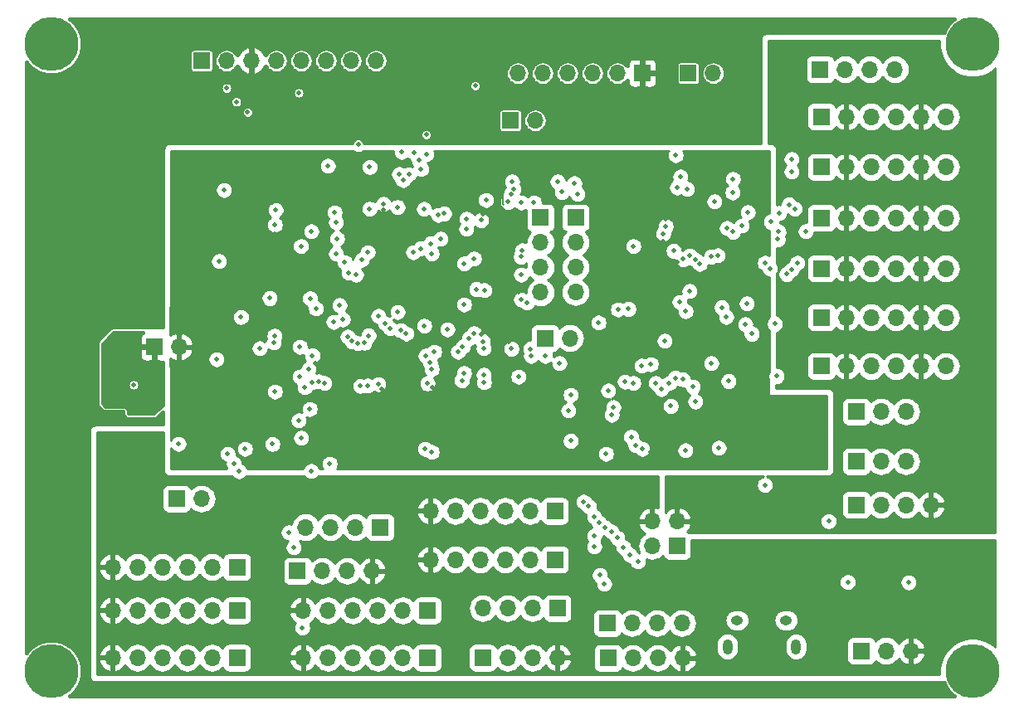
<source format=gbr>
G04 #@! TF.GenerationSoftware,KiCad,Pcbnew,(5.1.2)-1*
G04 #@! TF.CreationDate,2021-02-01T19:25:34-05:00*
G04 #@! TF.ProjectId,ZP-Breakout,5a502d42-7265-4616-9b6f-75742e6b6963,rev?*
G04 #@! TF.SameCoordinates,Original*
G04 #@! TF.FileFunction,Copper,L3,Inr*
G04 #@! TF.FilePolarity,Positive*
%FSLAX46Y46*%
G04 Gerber Fmt 4.6, Leading zero omitted, Abs format (unit mm)*
G04 Created by KiCad (PCBNEW (5.1.2)-1) date 2021-02-01 19:25:34*
%MOMM*%
%LPD*%
G04 APERTURE LIST*
G04 #@! TA.AperFunction,ViaPad*
%ADD10O,1.700000X1.700000*%
G04 #@! TD*
G04 #@! TA.AperFunction,ViaPad*
%ADD11R,1.700000X1.700000*%
G04 #@! TD*
G04 #@! TA.AperFunction,ViaPad*
%ADD12C,5.500000*%
G04 #@! TD*
G04 #@! TA.AperFunction,ViaPad*
%ADD13O,1.000000X1.550000*%
G04 #@! TD*
G04 #@! TA.AperFunction,ViaPad*
%ADD14O,1.250000X0.950000*%
G04 #@! TD*
G04 #@! TA.AperFunction,ViaPad*
%ADD15C,0.508000*%
G04 #@! TD*
G04 #@! TA.AperFunction,Conductor*
%ADD16C,0.203200*%
G04 #@! TD*
G04 #@! TA.AperFunction,Conductor*
%ADD17C,0.254000*%
G04 #@! TD*
G04 #@! TA.AperFunction,Conductor*
%ADD18C,0.381000*%
G04 #@! TD*
G04 APERTURE END LIST*
D10*
G04 #@! TO.N,/TDO1_TST*
G04 #@! TO.C,TMS1-2*
X117348000Y-149606000D03*
G04 #@! TO.N,/TMS1_TST*
X114808000Y-149606000D03*
G04 #@! TO.N,/TDO2_TST*
X112268000Y-149606000D03*
D11*
G04 #@! TO.N,/TMS2_TST*
X109728000Y-149606000D03*
G04 #@! TD*
D10*
G04 #@! TO.N,/UART1_RTS_TST*
G04 #@! TO.C,J1*
X97028000Y-148082000D03*
G04 #@! TO.N,/UART1_CTS_TST*
X99568000Y-148082000D03*
G04 #@! TO.N,/UART2_RTS_TST*
X102108000Y-148082000D03*
D11*
G04 #@! TO.N,/UART2_CTS_TST*
X104648000Y-148082000D03*
G04 #@! TD*
D10*
G04 #@! TO.N,/RSSI*
G04 #@! TO.C,RSSI1*
X140208000Y-133096000D03*
G04 #@! TO.N,Net-(RSSI1-Pad2)*
X137668000Y-133096000D03*
D11*
G04 #@! TO.N,GND*
X135128000Y-133096000D03*
G04 #@! TD*
D10*
G04 #@! TO.N,/V_ISENSE*
G04 #@! TO.C,V_ISNS1*
X68326000Y-136906000D03*
D11*
G04 #@! TO.N,GND*
X65786000Y-136906000D03*
G04 #@! TD*
D10*
G04 #@! TO.N,/PPM*
G04 #@! TO.C,PPM1*
X140208000Y-128016000D03*
G04 #@! TO.N,Net-(PPM1-Pad2)*
X137668000Y-128016000D03*
D11*
G04 #@! TO.N,GND*
X135128000Y-128016000D03*
G04 #@! TD*
D10*
G04 #@! TO.N,/PC4*
G04 #@! TO.C,GPIO_AUTO1*
X78930500Y-139827000D03*
G04 #@! TO.N,/PC5*
X81470500Y-139827000D03*
G04 #@! TO.N,/PB1*
X84010500Y-139827000D03*
D11*
G04 #@! TO.N,/PB2*
X86550500Y-139827000D03*
G04 #@! TD*
D10*
G04 #@! TO.N,/5V_INT*
G04 #@! TO.C,SPI6_SAFE_AUTO1*
X59245500Y-143891000D03*
G04 #@! TO.N,/SCK6*
X61785500Y-143891000D03*
G04 #@! TO.N,/MISO6*
X64325500Y-143891000D03*
G04 #@! TO.N,/MOSI6*
X66865500Y-143891000D03*
G04 #@! TO.N,/NSS6*
X69405500Y-143891000D03*
D11*
G04 #@! TO.N,GND*
X71945500Y-143891000D03*
G04 #@! TD*
D10*
G04 #@! TO.N,/SD_D2*
G04 #@! TO.C,J32*
X86106000Y-92202000D03*
G04 #@! TO.N,/SD_D3*
X83566000Y-92202000D03*
G04 #@! TO.N,/SD_CK*
X81026000Y-92202000D03*
G04 #@! TO.N,/3V3*
X78486000Y-92202000D03*
G04 #@! TO.N,/SD_CMD*
X75946000Y-92202000D03*
G04 #@! TO.N,GND*
X73406000Y-92202000D03*
G04 #@! TO.N,/SD_D0*
X70866000Y-92202000D03*
D11*
G04 #@! TO.N,/SD_D1*
X68326000Y-92202000D03*
G04 #@! TD*
D10*
G04 #@! TO.N,/SDA1*
G04 #@! TO.C,I2C1_SAFE_AUTO1*
X102362000Y-98298000D03*
D11*
G04 #@! TO.N,/SCL1*
X99822000Y-98298000D03*
G04 #@! TD*
D10*
G04 #@! TO.N,/5V_INT*
G04 #@! TO.C,SPI5*
X91694000Y-138159500D03*
G04 #@! TO.N,/SCK5*
X94234000Y-138159500D03*
G04 #@! TO.N,/MISO5*
X96774000Y-138159500D03*
G04 #@! TO.N,/MOSI5*
X99314000Y-138159500D03*
G04 #@! TO.N,/NSS5*
X101854000Y-138159500D03*
D11*
G04 #@! TO.N,GND*
X104394000Y-138159500D03*
G04 #@! TD*
D10*
G04 #@! TO.N,/3V3*
G04 #@! TO.C,J31*
X66040000Y-121412000D03*
D11*
G04 #@! TO.N,/POWER/3V3_JMP*
X63500000Y-121412000D03*
G04 #@! TD*
D10*
G04 #@! TO.N,/5V_INT*
G04 #@! TO.C,J30*
X114300000Y-139192000D03*
G04 #@! TO.N,/POWER/5V_INT_JMP*
X114300000Y-141732000D03*
G04 #@! TO.N,/6V_EXT*
X116840000Y-139192000D03*
D11*
G04 #@! TO.N,/POWER/5V_INT_JMP*
X116840000Y-141732000D03*
G04 #@! TD*
D10*
G04 #@! TO.N,/5V_INT*
G04 #@! TO.C,AIRSPEED1*
X140716000Y-152447000D03*
G04 #@! TO.N,/AIR_SPD*
X138176000Y-152447000D03*
D11*
G04 #@! TO.N,GND*
X135636000Y-152447000D03*
G04 #@! TD*
D10*
G04 #@! TO.N,/5V_INT*
G04 #@! TO.C,SPI1_IMU1*
X100584000Y-93472000D03*
G04 #@! TO.N,/SCK1*
X103124000Y-93472000D03*
G04 #@! TO.N,/MISO1*
X105664000Y-93472000D03*
G04 #@! TO.N,/MOSI1*
X108204000Y-93472000D03*
G04 #@! TO.N,/NSS1*
X110744000Y-93472000D03*
D11*
G04 #@! TO.N,GND*
X113284000Y-93472000D03*
G04 #@! TD*
D10*
G04 #@! TO.N,/5V_INT*
G04 #@! TO.C,I2C2_ALT1*
X104648000Y-153145500D03*
G04 #@! TO.N,/SDA2*
X102108000Y-153145500D03*
G04 #@! TO.N,/SCL2*
X99568000Y-153145500D03*
D11*
G04 #@! TO.N,GND*
X97028000Y-153145500D03*
G04 #@! TD*
D10*
G04 #@! TO.N,GND*
G04 #@! TO.C,SWD_AUTO1*
X102906501Y-115830001D03*
G04 #@! TO.N,/SCLK_PILOT*
X102906501Y-113290001D03*
G04 #@! TO.N,/SWIO_PILOT*
X102906501Y-110750001D03*
D11*
G04 #@! TO.N,/NRST_PILOT*
X102906501Y-108210001D03*
G04 #@! TD*
D10*
G04 #@! TO.N,GND*
G04 #@! TO.C,SWD_SAFE1*
X106489500Y-115824000D03*
G04 #@! TO.N,/SCLK_SAFETY*
X106489500Y-113284000D03*
G04 #@! TO.N,/SWIO_SAFETY*
X106489500Y-110744000D03*
D11*
G04 #@! TO.N,/NRST_SAFETY*
X106489500Y-108204000D03*
G04 #@! TD*
D10*
G04 #@! TO.N,/TX3*
G04 #@! TO.C,UART_DBG_AUTO1*
X105918000Y-120523000D03*
D11*
G04 #@! TO.N,/RX3*
X103378000Y-120523000D03*
G04 #@! TD*
D10*
G04 #@! TO.N,/5V_INT*
G04 #@! TO.C,SPI4*
X78676500Y-148319500D03*
G04 #@! TO.N,/SCK4*
X81216500Y-148319500D03*
G04 #@! TO.N,/MISO4*
X83756500Y-148319500D03*
G04 #@! TO.N,/MOSI4*
X86296500Y-148319500D03*
G04 #@! TO.N,/NSS4*
X88836500Y-148319500D03*
D11*
G04 #@! TO.N,GND*
X91376500Y-148319500D03*
G04 #@! TD*
G04 #@! TO.N,GND*
G04 #@! TO.C,SPI2*
X71945500Y-148319500D03*
D10*
G04 #@! TO.N,/NSS2*
X69405500Y-148319500D03*
G04 #@! TO.N,/MOSI2*
X66865500Y-148319500D03*
G04 #@! TO.N,/MISO2*
X64325500Y-148319500D03*
G04 #@! TO.N,/SCK2*
X61785500Y-148319500D03*
G04 #@! TO.N,/5V_INT*
X59245500Y-148319500D03*
G04 #@! TD*
D11*
G04 #@! TO.N,GND*
G04 #@! TO.C,UART2*
X91376500Y-153145500D03*
D10*
G04 #@! TO.N,/RTS2*
X88836500Y-153145500D03*
G04 #@! TO.N,/TX2*
X86296500Y-153145500D03*
G04 #@! TO.N,/RX2*
X83756500Y-153145500D03*
G04 #@! TO.N,/CTS2*
X81216500Y-153145500D03*
G04 #@! TO.N,/5V_INT*
X78676500Y-153145500D03*
G04 #@! TD*
G04 #@! TO.N,/5V_INT*
G04 #@! TO.C,UART4*
X91694000Y-143129000D03*
G04 #@! TO.N,/CTS4*
X94234000Y-143129000D03*
G04 #@! TO.N,/RX4*
X96774000Y-143129000D03*
G04 #@! TO.N,/TX4*
X99314000Y-143129000D03*
G04 #@! TO.N,/RTS4*
X101854000Y-143129000D03*
D11*
G04 #@! TO.N,GND*
X104394000Y-143129000D03*
G04 #@! TD*
D10*
G04 #@! TO.N,/5V_INT*
G04 #@! TO.C,UART1*
X59245500Y-153145500D03*
G04 #@! TO.N,/CTS1*
X61785500Y-153145500D03*
G04 #@! TO.N,/RX1*
X64325500Y-153145500D03*
G04 #@! TO.N,/TX1*
X66865500Y-153145500D03*
G04 #@! TO.N,/RTS1*
X69405500Y-153145500D03*
D11*
G04 #@! TO.N,GND*
X71945500Y-153145500D03*
G04 #@! TD*
G04 #@! TO.N,GND*
G04 #@! TO.C,I2C4*
X78105000Y-144272000D03*
D10*
G04 #@! TO.N,/SCL4*
X80645000Y-144272000D03*
G04 #@! TO.N,/SDA4*
X83185000Y-144272000D03*
G04 #@! TO.N,/5V_INT*
X85725000Y-144272000D03*
G04 #@! TD*
G04 #@! TO.N,/S_PC3*
G04 #@! TO.C,GPIO_SAFE1*
X139065000Y-93091000D03*
G04 #@! TO.N,/S_PC2*
X136525000Y-93091000D03*
G04 #@! TO.N,/S_PC12*
X133985000Y-93091000D03*
D11*
G04 #@! TO.N,GND*
X131445000Y-93091000D03*
G04 #@! TD*
D10*
G04 #@! TO.N,/6V_EXT*
G04 #@! TO.C,UHF1*
X142748000Y-137541000D03*
G04 #@! TO.N,/UHF_TX*
X140208000Y-137541000D03*
G04 #@! TO.N,/UHF_RX*
X137668000Y-137541000D03*
D11*
G04 #@! TO.N,GND*
X135128000Y-137541000D03*
G04 #@! TD*
G04 #@! TO.N,GND*
G04 #@! TO.C,USS1*
X109791500Y-153162000D03*
D10*
G04 #@! TO.N,/ULTRA_SONIC_1*
X112331500Y-153162000D03*
G04 #@! TO.N,/ULTRA_SONIC_2*
X114871500Y-153162000D03*
G04 #@! TO.N,/5V_INT*
X117411500Y-153162000D03*
G04 #@! TD*
G04 #@! TO.N,/SAFETY_DBG_TX*
G04 #@! TO.C,UART_DBG_SAFE1*
X120523000Y-93472000D03*
D11*
G04 #@! TO.N,/SAFETY_DBG_RX*
X117983000Y-93472000D03*
G04 #@! TD*
D10*
G04 #@! TO.N,/PWM 1-12/PWM12*
G04 #@! TO.C,PWM11-12*
X144272000Y-97917000D03*
G04 #@! TO.N,/6V_EXT*
X141732000Y-97917000D03*
G04 #@! TO.N,GND*
X139192000Y-97917000D03*
G04 #@! TO.N,/PWM 1-12/PWM11*
X136652000Y-97917000D03*
G04 #@! TO.N,/6V_EXT*
X134112000Y-97917000D03*
D11*
G04 #@! TO.N,GND*
X131572000Y-97917000D03*
G04 #@! TD*
D10*
G04 #@! TO.N,/PWM 1-12/PWM10*
G04 #@! TO.C,PWM9-10*
X144272000Y-103060500D03*
G04 #@! TO.N,/6V_EXT*
X141732000Y-103060500D03*
G04 #@! TO.N,GND*
X139192000Y-103060500D03*
G04 #@! TO.N,/PWM 1-12/PWM9*
X136652000Y-103060500D03*
G04 #@! TO.N,/6V_EXT*
X134112000Y-103060500D03*
D11*
G04 #@! TO.N,GND*
X131572000Y-103060500D03*
G04 #@! TD*
D10*
G04 #@! TO.N,/PWM 1-12/PWM8*
G04 #@! TO.C,PWM7-8*
X144272000Y-108235750D03*
G04 #@! TO.N,/6V_EXT*
X141732000Y-108235750D03*
G04 #@! TO.N,GND*
X139192000Y-108235750D03*
G04 #@! TO.N,/PWM 1-12/PWM7*
X136652000Y-108235750D03*
G04 #@! TO.N,/6V_EXT*
X134112000Y-108235750D03*
D11*
G04 #@! TO.N,GND*
X131572000Y-108235750D03*
G04 #@! TD*
D10*
G04 #@! TO.N,/PWM 1-12/PWM6*
G04 #@! TO.C,PWM5-6*
X144272000Y-113411000D03*
G04 #@! TO.N,/6V_EXT*
X141732000Y-113411000D03*
G04 #@! TO.N,GND*
X139192000Y-113411000D03*
G04 #@! TO.N,/PWM 1-12/PWM5*
X136652000Y-113411000D03*
G04 #@! TO.N,/6V_EXT*
X134112000Y-113411000D03*
D11*
G04 #@! TO.N,GND*
X131572000Y-113411000D03*
G04 #@! TD*
D10*
G04 #@! TO.N,/PWM 1-12/PWM4*
G04 #@! TO.C,PWM3-4*
X144272000Y-118395750D03*
G04 #@! TO.N,/6V_EXT*
X141732000Y-118395750D03*
G04 #@! TO.N,GND*
X139192000Y-118395750D03*
G04 #@! TO.N,/PWM 1-12/PWM3*
X136652000Y-118395750D03*
G04 #@! TO.N,/6V_EXT*
X134112000Y-118395750D03*
D11*
G04 #@! TO.N,GND*
X131572000Y-118395750D03*
G04 #@! TD*
D10*
G04 #@! TO.N,/PWM 1-12/PWM2*
G04 #@! TO.C,PWM1-2*
X144272000Y-123380500D03*
G04 #@! TO.N,/6V_EXT*
X141732000Y-123380500D03*
G04 #@! TO.N,GND*
X139192000Y-123380500D03*
G04 #@! TO.N,/PWM 1-12/PWM1*
X136652000Y-123380500D03*
G04 #@! TO.N,/6V_EXT*
X134112000Y-123380500D03*
D11*
G04 #@! TO.N,GND*
X131572000Y-123380500D03*
G04 #@! TD*
D12*
G04 #@! TO.N,N/C*
G04 #@! TO.C,H1*
X147000000Y-90500000D03*
G04 #@! TD*
G04 #@! TO.N,N/C*
G04 #@! TO.C,H4*
X53000000Y-90500000D03*
G04 #@! TD*
G04 #@! TO.N,N/C*
G04 #@! TO.C,H3*
X53000000Y-154500000D03*
G04 #@! TD*
G04 #@! TO.N,N/C*
G04 #@! TO.C,H2*
X147000000Y-154500000D03*
G04 #@! TD*
D13*
G04 #@! TO.N,GND*
G04 #@! TO.C,J9*
X128976000Y-152019000D03*
X121976000Y-152019000D03*
D14*
X127976000Y-149319000D03*
X122976000Y-149319000D03*
G04 #@! TD*
D15*
G04 #@! TO.N,/5V_INT*
X58039000Y-132080000D03*
X58801000Y-132080000D03*
X58039000Y-131318000D03*
X58039000Y-130683000D03*
X58801000Y-130683000D03*
X58801000Y-131318000D03*
X58801000Y-132842000D03*
X59563000Y-134112000D03*
X58039000Y-134112000D03*
X58801000Y-134112000D03*
X61849000Y-134112000D03*
X60325000Y-134112000D03*
X61087000Y-134112000D03*
X59055000Y-138684000D03*
X60325000Y-133477000D03*
X58801000Y-133477000D03*
X58039000Y-133477000D03*
X59563000Y-133477000D03*
X58039000Y-132842000D03*
X59563000Y-132842000D03*
X60325000Y-132842000D03*
X60063000Y-131318000D03*
X60063000Y-130683000D03*
X145415000Y-147320000D03*
G04 #@! TO.N,GND*
X75819000Y-125984000D03*
X140462000Y-145462000D03*
X82397600Y-117144800D03*
X121094600Y-131712000D03*
X112153800Y-130594400D03*
X91021000Y-107328000D03*
X118453000Y-125489000D03*
X125792048Y-135509000D03*
X105753000Y-127902000D03*
X118707000Y-127013000D03*
X72352000Y-118377000D03*
X74257000Y-121552000D03*
X97021375Y-120849262D03*
X114172990Y-123190000D03*
X90043000Y-101600000D03*
X120650000Y-106553000D03*
X118110000Y-115697000D03*
X70104000Y-112649000D03*
X95123000Y-117094000D03*
X65976500Y-131318000D03*
X116713000Y-101854000D03*
X128524000Y-102235000D03*
X128524000Y-103505000D03*
X86360000Y-125222000D03*
X91379751Y-125155249D03*
X79638005Y-122288708D03*
X127000000Y-124396500D03*
X112395000Y-111125000D03*
X97340444Y-106426000D03*
X96835108Y-108479558D03*
X69850000Y-122682000D03*
X123952000Y-116967000D03*
X100927000Y-116598998D03*
X81216500Y-102933500D03*
X100901500Y-112204500D03*
X101053900Y-111569500D03*
X105981500Y-126318488D03*
X61404500Y-125285500D03*
X78486000Y-130683000D03*
X79375000Y-127762000D03*
X91821000Y-111887000D03*
X86868000Y-106807000D03*
X97250000Y-100500000D03*
G04 #@! TO.N,/POWER/3V3_JMP*
X64250000Y-123750000D03*
X63000000Y-123750000D03*
X63000000Y-124750000D03*
X64250000Y-124750000D03*
X64250000Y-125750000D03*
X63000000Y-125750000D03*
X63000000Y-126750000D03*
X64250000Y-126750000D03*
X63000000Y-127750000D03*
X61500000Y-123000000D03*
X60500000Y-123000000D03*
X60500000Y-122250000D03*
X61500000Y-122250000D03*
X61500000Y-121500000D03*
X60500000Y-121500000D03*
X61500000Y-120750000D03*
X60500000Y-120750000D03*
X60500000Y-120750000D03*
G04 #@! TO.N,/3V3*
X115659000Y-108344000D03*
X89319200Y-114617800D03*
X94577000Y-114567000D03*
X100673000Y-115837000D03*
X96854490Y-120153178D03*
X89243000Y-107620740D03*
X79972000Y-123076000D03*
X115405000Y-110630000D03*
X116421000Y-107074000D03*
X122771000Y-106947000D03*
X116840000Y-112776000D03*
X86741000Y-125730000D03*
X91880040Y-125546338D03*
X68500000Y-128250000D03*
X121285000Y-120650000D03*
X97028000Y-107823002D03*
X125603000Y-116967000D03*
X72009000Y-105473500D03*
X75501500Y-106680000D03*
X78676500Y-106807000D03*
X75819000Y-109855000D03*
X79438500Y-115443000D03*
X74549000Y-116014500D03*
X98171000Y-129857500D03*
X99631500Y-120904000D03*
X75501500Y-102933500D03*
X127635000Y-132334000D03*
X97282000Y-102362000D03*
X80500000Y-101750000D03*
X78250000Y-95500000D03*
X91376500Y-129222500D03*
X86233000Y-130175000D03*
X79756000Y-129413022D03*
X86868000Y-107442000D03*
X114165099Y-132166531D03*
X111320250Y-132027733D03*
X106819679Y-129286000D03*
X97499990Y-133500050D03*
X95948500Y-133350000D03*
X115316000Y-124460000D03*
X110871000Y-123698000D03*
X65532000Y-129159000D03*
G04 #@! TO.N,Net-(D5-Pad2)*
X91820997Y-123698003D03*
X104838496Y-123063000D03*
G04 #@! TO.N,Net-(D6-Pad2)*
X101942991Y-122328009D03*
X91184874Y-122299872D03*
G04 #@! TO.N,Net-(D7-Pad2)*
X103377993Y-122328007D03*
X91630502Y-122999502D03*
G04 #@! TO.N,/PWM 1-12/PWM1*
X123444002Y-109029500D03*
G04 #@! TO.N,/PWM 1-12/PWM2*
X124073728Y-107660691D03*
G04 #@! TO.N,/PWM 1-12/PWM4*
X128524000Y-113538000D03*
G04 #@! TO.N,/PWM 1-12/PWM3*
X128016000Y-113982500D03*
G04 #@! TO.N,/PWM 1-12/PWM5*
X125793500Y-112839500D03*
G04 #@! TO.N,/PWM 1-12/PWM6*
X127127000Y-110426500D03*
G04 #@! TO.N,/PWM 1-12/PWM8*
X122555000Y-104267000D03*
G04 #@! TO.N,/PWM 1-12/PWM7*
X122491500Y-105664000D03*
G04 #@! TO.N,/PWM 1-12/PWM9*
X126301500Y-113411000D03*
X129095498Y-112839500D03*
G04 #@! TO.N,/PWM 1-12/PWM10*
X127190500Y-109664500D03*
X129959110Y-109601000D03*
G04 #@! TO.N,/PWM 1-12/PWM12*
X126428500Y-108648500D03*
X128841500Y-107315000D03*
G04 #@! TO.N,/PWM 1-12/PWM11*
X127254000Y-107759500D03*
X128262000Y-106878500D03*
G04 #@! TO.N,/SD_D1*
X96139000Y-112395000D03*
G04 #@! TO.N,/SD_D0*
X95123000Y-112895367D03*
X70866000Y-94995982D03*
G04 #@! TO.N,/SD_CK*
X90681562Y-111366610D03*
G04 #@! TO.N,/SD_CMD*
X89916000Y-111760000D03*
G04 #@! TO.N,/SD_D3*
X91694000Y-110858610D03*
G04 #@! TO.N,/SD_D2*
X92710004Y-110363000D03*
G04 #@! TO.N,/PPM*
X126809500Y-119062500D03*
G04 #@! TO.N,/ULTRA_SONIC_2*
X91059000Y-119253000D03*
X107827521Y-137672520D03*
G04 #@! TO.N,/ULTRA_SONIC_1*
X93408500Y-119634000D03*
X107315006Y-137223500D03*
G04 #@! TO.N,/UHF_TX*
X123794750Y-119092750D03*
G04 #@! TO.N,/UHF_RX*
X124460000Y-120078500D03*
G04 #@! TO.N,/RTS1*
X84662936Y-112521977D03*
X84959611Y-121004528D03*
X80857440Y-125106699D03*
G04 #@! TO.N,/TX1*
X84086802Y-114059000D03*
X84289478Y-121056313D03*
X80243933Y-124942839D03*
G04 #@! TO.N,/RX1*
X83352984Y-113860729D03*
X79615198Y-125031901D03*
X83664708Y-120838088D03*
G04 #@! TO.N,/CTS1*
X82931000Y-112776000D03*
X78867000Y-125538892D03*
X83235821Y-120369798D03*
G04 #@! TO.N,/RX4*
X97167443Y-115633988D03*
X93073727Y-107805721D03*
X96139000Y-120015000D03*
X94477737Y-121920000D03*
G04 #@! TO.N,/TX4*
X96367612Y-115516672D03*
X94960337Y-121421884D03*
X92455358Y-107950150D03*
X95631000Y-120523000D03*
G04 #@! TO.N,/RTS2*
X78339000Y-124455000D03*
G04 #@! TO.N,/TX2*
X78219410Y-128917590D03*
G04 #@! TO.N,/RX2*
X75564968Y-131333032D03*
G04 #@! TO.N,/CTS2*
X79248000Y-123698000D03*
X78613000Y-150063190D03*
G04 #@! TO.N,/SCK2*
X95123000Y-124079000D03*
X84544000Y-125399800D03*
X97111145Y-124258000D03*
X77216004Y-140335000D03*
G04 #@! TO.N,/MISO2*
X75692000Y-120972400D03*
G04 #@! TO.N,/MOSI2*
X78359000Y-121412000D03*
G04 #@! TO.N,/NSS2*
X85306000Y-125362000D03*
X94883132Y-124826868D03*
X97155000Y-125031500D03*
X77723998Y-141859006D03*
G04 #@! TO.N,/NSS4*
X79514800Y-109619212D03*
G04 #@! TO.N,/MOSI4*
X78460610Y-111125000D03*
G04 #@! TO.N,/MISO4*
X75819000Y-108966000D03*
G04 #@! TO.N,/SCK4*
X75886235Y-107454987D03*
G04 #@! TO.N,/SCK5*
X79387811Y-116459000D03*
X75272890Y-116435243D03*
G04 #@! TO.N,/MISO5*
X81788000Y-118872000D03*
G04 #@! TO.N,/MOSI5*
X79986240Y-117498758D03*
G04 #@! TO.N,/NSS5*
X82751872Y-118604411D03*
G04 #@! TO.N,/MEMORY/E1*
X90727749Y-103272257D03*
G04 #@! TO.N,/MEMORY/E2*
X90500006Y-102362000D03*
G04 #@! TO.N,/MEMORY/E3*
X91250002Y-101750002D03*
G04 #@! TO.N,/MEM_WC*
X85478980Y-103056716D03*
X92075000Y-121920000D03*
X84300000Y-100700000D03*
X85294469Y-111760000D03*
X85470998Y-107315000D03*
G04 #@! TO.N,/AIRSPD_ADC*
X134251800Y-145424200D03*
X85358243Y-120254757D03*
G04 #@! TO.N,/SWIO_SAFETY*
X110807500Y-117602000D03*
X117729000Y-117782492D03*
X121856508Y-118364000D03*
X122555000Y-109664500D03*
G04 #@! TO.N,/SCL1*
X82042000Y-108712000D03*
X88750000Y-101500000D03*
X116840000Y-105156000D03*
X71873561Y-96401439D03*
G04 #@! TO.N,/SCL2*
X91122500Y-131826000D03*
G04 #@! TO.N,/SDA1*
X117183000Y-104026000D03*
X91250000Y-99750002D03*
X81915000Y-107696000D03*
X73025000Y-97472500D03*
G04 #@! TO.N,/SDA2*
X91821000Y-132143500D03*
G04 #@! TO.N,/SENSORS/IMU_INT*
X100965000Y-106680000D03*
G04 #@! TO.N,/SENSORS/IMU_FSYNC*
X102235000Y-106680000D03*
G04 #@! TO.N,/TDI*
X95377000Y-108331000D03*
G04 #@! TO.N,/TDO*
X82042000Y-111887000D03*
G04 #@! TO.N,/JRST*
X82169000Y-110363000D03*
G04 #@! TO.N,/SAFETY_DBG_TX*
X116648401Y-124574522D03*
X120967500Y-112077500D03*
G04 #@! TO.N,/SAFETY_DBG_RX*
X116040000Y-125108000D03*
X120332500Y-112204500D03*
G04 #@! TO.N,/TX3*
X100647500Y-124460000D03*
X105981500Y-131000500D03*
G04 #@! TO.N,/NRST_SAFETY*
X115570000Y-120777000D03*
X116480773Y-111611227D03*
X96250000Y-94750000D03*
X117856000Y-105283000D03*
G04 #@! TO.N,/SCLK_SAFETY*
X117094000Y-116840000D03*
X111887000Y-117538500D03*
X120332500Y-123063000D03*
X121396924Y-117377438D03*
X121920000Y-109283500D03*
G04 #@! TO.N,/NRST_PILOT*
X75755500Y-120269000D03*
X88330241Y-117845245D03*
X86366592Y-118248524D03*
X97097788Y-121552000D03*
X101536500Y-116903500D03*
X99949000Y-121602504D03*
X101892019Y-121611996D03*
X70612000Y-105410001D03*
G04 #@! TO.N,/SCLK_PILOT*
X100927002Y-114038409D03*
X95339000Y-109359998D03*
X113246000Y-123330000D03*
X108839000Y-118935500D03*
G04 #@! TO.N,/TDO1_TST*
X117409354Y-124731615D03*
X112839502Y-143319500D03*
G04 #@! TO.N,/TMS1_TST*
X114681000Y-125095000D03*
X112014000Y-142662712D03*
G04 #@! TO.N,/TDO2_TST*
X112395000Y-125095000D03*
X111379001Y-141859000D03*
G04 #@! TO.N,/TMS2_TST*
X111506000Y-124968000D03*
X110744000Y-140906502D03*
G04 #@! TO.N,/UART1_RTS_TST*
X110343003Y-127564034D03*
X108902500Y-139382500D03*
X108394500Y-141795500D03*
G04 #@! TO.N,/UART1_CTS_TST*
X110183444Y-128347929D03*
X108394500Y-138747500D03*
X108394500Y-140716000D03*
G04 #@! TO.N,/UART2_RTS_TST*
X112585498Y-131445000D03*
X108966000Y-144716500D03*
X109474000Y-139827000D03*
G04 #@! TO.N,/UART2_CTS_TST*
X109410500Y-145605500D03*
X113284000Y-131826000D03*
X110172500Y-140271500D03*
G04 #@! TO.N,/SCK1*
X88480996Y-103772000D03*
X100012500Y-104521004D03*
X104648000Y-104521000D03*
G04 #@! TO.N,/MISO1*
X88874796Y-104389577D03*
X99885500Y-105854500D03*
X105092499Y-105600500D03*
G04 #@! TO.N,/MOSI1*
X89462083Y-103803580D03*
X100143402Y-105274219D03*
X106362506Y-104711500D03*
G04 #@! TO.N,/NSS1*
X88325612Y-107138140D03*
X99595461Y-106616500D03*
X106680002Y-105790996D03*
G04 #@! TO.N,/MOSI6*
X119166339Y-112936444D03*
X89205791Y-120047336D03*
X72136000Y-134112000D03*
G04 #@! TO.N,/MISO6*
X118683729Y-112522000D03*
X88652558Y-119735610D03*
X71628002Y-133350000D03*
G04 #@! TO.N,/SCK6*
X87592000Y-119520000D03*
X118133172Y-112093828D03*
X70993000Y-132334608D03*
G04 #@! TO.N,/NSS6*
X117475000Y-112458500D03*
X87084000Y-119012000D03*
X72771000Y-131826000D03*
G04 #@! TO.N,Net-(C51-Pad1)*
X117690998Y-131966000D03*
X109817010Y-125869990D03*
X109601000Y-132334000D03*
X115252500Y-125730000D03*
X116205000Y-127444500D03*
G04 #@! TO.N,Net-(R39-Pad1)*
X122099182Y-124907984D03*
X132302250Y-139207250D03*
G04 #@! TO.N,/PC4*
X79502000Y-134086600D03*
G04 #@! TO.N,/PC5*
X81407000Y-133350000D03*
G04 #@! TO.N,/S_PC2*
X115697000Y-109093000D03*
G04 #@! TO.N,/S_PC3*
X115443000Y-109855000D03*
G04 #@! TD*
D16*
G04 #@! TO.N,/3V3*
X99088299Y-106835299D02*
X99088299Y-106466577D01*
X99187000Y-106934000D02*
X99088299Y-106835299D01*
X99088299Y-106466577D02*
X99088299Y-106107367D01*
G04 #@! TD*
D17*
G04 #@! TO.N,/5V_INT*
G36*
X64421001Y-134001288D02*
G01*
X64433201Y-134123882D01*
X64469336Y-134243004D01*
X64528017Y-134352787D01*
X64606987Y-134449013D01*
X64703213Y-134527983D01*
X64812996Y-134586664D01*
X64932118Y-134622799D01*
X65056000Y-134635000D01*
X71416267Y-134635000D01*
X71445469Y-134678704D01*
X71569296Y-134802531D01*
X71714901Y-134899821D01*
X71876688Y-134966836D01*
X72048441Y-135001000D01*
X72223559Y-135001000D01*
X72395312Y-134966836D01*
X72557099Y-134899821D01*
X72702704Y-134802531D01*
X72826531Y-134678704D01*
X72855733Y-134635000D01*
X78799239Y-134635000D01*
X78811469Y-134653304D01*
X78935296Y-134777131D01*
X79080901Y-134874421D01*
X79242688Y-134941436D01*
X79414441Y-134975600D01*
X79589559Y-134975600D01*
X79761312Y-134941436D01*
X79923099Y-134874421D01*
X80068704Y-134777131D01*
X80192531Y-134653304D01*
X80204761Y-134635000D01*
X114865000Y-134635000D01*
X114865000Y-137824183D01*
X114804099Y-137795175D01*
X114656890Y-137750524D01*
X114427000Y-137871845D01*
X114427000Y-139065000D01*
X114447000Y-139065000D01*
X114447000Y-139319000D01*
X114427000Y-139319000D01*
X114427000Y-139339000D01*
X114173000Y-139339000D01*
X114173000Y-139319000D01*
X112979186Y-139319000D01*
X112858519Y-139548891D01*
X112955843Y-139823252D01*
X113104822Y-140073355D01*
X113299731Y-140289588D01*
X113528756Y-140460416D01*
X113470986Y-140491294D01*
X113244866Y-140676866D01*
X113059294Y-140902986D01*
X112921401Y-141160966D01*
X112836487Y-141440889D01*
X112807815Y-141732000D01*
X112836487Y-142023111D01*
X112921401Y-142303034D01*
X112996965Y-142444405D01*
X112927061Y-142430500D01*
X112874227Y-142430500D01*
X112868836Y-142403400D01*
X112801821Y-142241613D01*
X112704531Y-142096008D01*
X112580704Y-141972181D01*
X112435099Y-141874891D01*
X112273312Y-141807876D01*
X112268001Y-141806820D01*
X112268001Y-141771441D01*
X112233837Y-141599688D01*
X112166822Y-141437901D01*
X112069532Y-141292296D01*
X111945705Y-141168469D01*
X111800100Y-141071179D01*
X111638313Y-141004164D01*
X111631269Y-141002763D01*
X111633000Y-140994061D01*
X111633000Y-140818943D01*
X111598836Y-140647190D01*
X111531821Y-140485403D01*
X111434531Y-140339798D01*
X111310704Y-140215971D01*
X111165099Y-140118681D01*
X111038051Y-140066055D01*
X111027336Y-140012188D01*
X110960321Y-139850401D01*
X110863031Y-139704796D01*
X110739204Y-139580969D01*
X110593599Y-139483679D01*
X110431812Y-139416664D01*
X110260059Y-139382500D01*
X110246185Y-139382500D01*
X110164531Y-139260296D01*
X110040704Y-139136469D01*
X109895099Y-139039179D01*
X109733312Y-138972164D01*
X109691319Y-138963811D01*
X109690321Y-138961401D01*
X109605936Y-138835109D01*
X112858519Y-138835109D01*
X112979186Y-139065000D01*
X114173000Y-139065000D01*
X114173000Y-137871845D01*
X113943110Y-137750524D01*
X113795901Y-137795175D01*
X113533080Y-137920359D01*
X113299731Y-138094412D01*
X113104822Y-138310645D01*
X112955843Y-138560748D01*
X112858519Y-138835109D01*
X109605936Y-138835109D01*
X109593031Y-138815796D01*
X109469204Y-138691969D01*
X109323599Y-138594679D01*
X109265752Y-138570718D01*
X109249336Y-138488188D01*
X109182321Y-138326401D01*
X109085031Y-138180796D01*
X108961204Y-138056969D01*
X108815599Y-137959679D01*
X108687382Y-137906569D01*
X108716521Y-137760079D01*
X108716521Y-137584961D01*
X108682357Y-137413208D01*
X108615342Y-137251421D01*
X108518052Y-137105816D01*
X108394225Y-136981989D01*
X108248620Y-136884699D01*
X108113781Y-136828846D01*
X108102827Y-136802401D01*
X108005537Y-136656796D01*
X107881710Y-136532969D01*
X107736105Y-136435679D01*
X107574318Y-136368664D01*
X107402565Y-136334500D01*
X107227447Y-136334500D01*
X107055694Y-136368664D01*
X106893907Y-136435679D01*
X106748302Y-136532969D01*
X106624475Y-136656796D01*
X106527185Y-136802401D01*
X106460170Y-136964188D01*
X106426006Y-137135941D01*
X106426006Y-137311059D01*
X106460170Y-137482812D01*
X106527185Y-137644599D01*
X106624475Y-137790204D01*
X106748302Y-137914031D01*
X106893907Y-138011321D01*
X107028746Y-138067174D01*
X107039700Y-138093619D01*
X107136990Y-138239224D01*
X107260817Y-138363051D01*
X107406422Y-138460341D01*
X107534639Y-138513451D01*
X107505500Y-138659941D01*
X107505500Y-138835059D01*
X107539664Y-139006812D01*
X107606679Y-139168599D01*
X107703969Y-139314204D01*
X107827796Y-139438031D01*
X107973401Y-139535321D01*
X108031248Y-139559282D01*
X108047664Y-139641812D01*
X108114679Y-139803599D01*
X108151036Y-139858012D01*
X108135188Y-139861164D01*
X107973401Y-139928179D01*
X107827796Y-140025469D01*
X107703969Y-140149296D01*
X107606679Y-140294901D01*
X107539664Y-140456688D01*
X107505500Y-140628441D01*
X107505500Y-140803559D01*
X107539664Y-140975312D01*
X107606679Y-141137099D01*
X107685959Y-141255750D01*
X107606679Y-141374401D01*
X107539664Y-141536188D01*
X107505500Y-141707941D01*
X107505500Y-141883059D01*
X107539664Y-142054812D01*
X107606679Y-142216599D01*
X107703969Y-142362204D01*
X107827796Y-142486031D01*
X107973401Y-142583321D01*
X108135188Y-142650336D01*
X108306941Y-142684500D01*
X108482059Y-142684500D01*
X108653812Y-142650336D01*
X108815599Y-142583321D01*
X108961204Y-142486031D01*
X109085031Y-142362204D01*
X109182321Y-142216599D01*
X109249336Y-142054812D01*
X109283500Y-141883059D01*
X109283500Y-141707941D01*
X109249336Y-141536188D01*
X109182321Y-141374401D01*
X109103041Y-141255750D01*
X109182321Y-141137099D01*
X109249336Y-140975312D01*
X109283500Y-140803559D01*
X109283500Y-140695524D01*
X109386441Y-140716000D01*
X109400315Y-140716000D01*
X109481969Y-140838204D01*
X109605796Y-140962031D01*
X109751401Y-141059321D01*
X109878449Y-141111947D01*
X109889164Y-141165814D01*
X109956179Y-141327601D01*
X110053469Y-141473206D01*
X110177296Y-141597033D01*
X110322901Y-141694323D01*
X110484688Y-141761338D01*
X110491732Y-141762739D01*
X110490001Y-141771441D01*
X110490001Y-141946559D01*
X110524165Y-142118312D01*
X110591180Y-142280099D01*
X110688470Y-142425704D01*
X110812297Y-142549531D01*
X110957902Y-142646821D01*
X111119689Y-142713836D01*
X111125000Y-142714892D01*
X111125000Y-142750271D01*
X111159164Y-142922024D01*
X111226179Y-143083811D01*
X111323469Y-143229416D01*
X111447296Y-143353243D01*
X111592901Y-143450533D01*
X111754688Y-143517548D01*
X111926441Y-143551712D01*
X111979275Y-143551712D01*
X111984666Y-143578812D01*
X112051681Y-143740599D01*
X112148971Y-143886204D01*
X112272798Y-144010031D01*
X112418403Y-144107321D01*
X112580190Y-144174336D01*
X112751943Y-144208500D01*
X112927061Y-144208500D01*
X113098814Y-144174336D01*
X113260601Y-144107321D01*
X113406206Y-144010031D01*
X113530033Y-143886204D01*
X113627323Y-143740599D01*
X113694338Y-143578812D01*
X113728502Y-143407059D01*
X113728502Y-143231941D01*
X113701439Y-143095885D01*
X113728966Y-143110599D01*
X114008889Y-143195513D01*
X114227050Y-143217000D01*
X114372950Y-143217000D01*
X114591111Y-143195513D01*
X114871034Y-143110599D01*
X115129014Y-142972706D01*
X115355134Y-142787134D01*
X115379607Y-142757313D01*
X115400498Y-142826180D01*
X115459463Y-142936494D01*
X115538815Y-143033185D01*
X115635506Y-143112537D01*
X115745820Y-143171502D01*
X115865518Y-143207812D01*
X115990000Y-143220072D01*
X117690000Y-143220072D01*
X117814482Y-143207812D01*
X117934180Y-143171502D01*
X118044494Y-143112537D01*
X118141185Y-143033185D01*
X118220537Y-142936494D01*
X118279502Y-142826180D01*
X118315812Y-142706482D01*
X118328072Y-142582000D01*
X118328072Y-141135000D01*
X149315001Y-141135000D01*
X149315001Y-152027887D01*
X149157812Y-151870698D01*
X148603399Y-151500252D01*
X147987368Y-151245083D01*
X147333393Y-151115000D01*
X146666607Y-151115000D01*
X146012632Y-151245083D01*
X145396601Y-151500252D01*
X144842188Y-151870698D01*
X144370698Y-152342188D01*
X144000252Y-152896601D01*
X143745083Y-153512632D01*
X143615000Y-154166607D01*
X143615000Y-154833393D01*
X143622878Y-154873000D01*
X57627000Y-154873000D01*
X57627000Y-153502391D01*
X57804019Y-153502391D01*
X57901343Y-153776752D01*
X58050322Y-154026855D01*
X58245231Y-154243088D01*
X58478580Y-154417141D01*
X58741401Y-154542325D01*
X58888610Y-154586976D01*
X59118500Y-154465655D01*
X59118500Y-153272500D01*
X57924686Y-153272500D01*
X57804019Y-153502391D01*
X57627000Y-153502391D01*
X57627000Y-152788609D01*
X57804019Y-152788609D01*
X57924686Y-153018500D01*
X59118500Y-153018500D01*
X59118500Y-151825345D01*
X59372500Y-151825345D01*
X59372500Y-153018500D01*
X59392500Y-153018500D01*
X59392500Y-153272500D01*
X59372500Y-153272500D01*
X59372500Y-154465655D01*
X59602390Y-154586976D01*
X59749599Y-154542325D01*
X60012420Y-154417141D01*
X60245769Y-154243088D01*
X60440678Y-154026855D01*
X60510299Y-153909977D01*
X60544794Y-153974514D01*
X60730366Y-154200634D01*
X60956486Y-154386206D01*
X61214466Y-154524099D01*
X61494389Y-154609013D01*
X61712550Y-154630500D01*
X61858450Y-154630500D01*
X62076611Y-154609013D01*
X62356534Y-154524099D01*
X62614514Y-154386206D01*
X62840634Y-154200634D01*
X63026206Y-153974514D01*
X63055500Y-153919709D01*
X63084794Y-153974514D01*
X63270366Y-154200634D01*
X63496486Y-154386206D01*
X63754466Y-154524099D01*
X64034389Y-154609013D01*
X64252550Y-154630500D01*
X64398450Y-154630500D01*
X64616611Y-154609013D01*
X64896534Y-154524099D01*
X65154514Y-154386206D01*
X65380634Y-154200634D01*
X65566206Y-153974514D01*
X65595500Y-153919709D01*
X65624794Y-153974514D01*
X65810366Y-154200634D01*
X66036486Y-154386206D01*
X66294466Y-154524099D01*
X66574389Y-154609013D01*
X66792550Y-154630500D01*
X66938450Y-154630500D01*
X67156611Y-154609013D01*
X67436534Y-154524099D01*
X67694514Y-154386206D01*
X67920634Y-154200634D01*
X68106206Y-153974514D01*
X68135500Y-153919709D01*
X68164794Y-153974514D01*
X68350366Y-154200634D01*
X68576486Y-154386206D01*
X68834466Y-154524099D01*
X69114389Y-154609013D01*
X69332550Y-154630500D01*
X69478450Y-154630500D01*
X69696611Y-154609013D01*
X69976534Y-154524099D01*
X70234514Y-154386206D01*
X70460634Y-154200634D01*
X70485107Y-154170813D01*
X70505998Y-154239680D01*
X70564963Y-154349994D01*
X70644315Y-154446685D01*
X70741006Y-154526037D01*
X70851320Y-154585002D01*
X70971018Y-154621312D01*
X71095500Y-154633572D01*
X72795500Y-154633572D01*
X72919982Y-154621312D01*
X73039680Y-154585002D01*
X73149994Y-154526037D01*
X73246685Y-154446685D01*
X73326037Y-154349994D01*
X73385002Y-154239680D01*
X73421312Y-154119982D01*
X73433572Y-153995500D01*
X73433572Y-153502391D01*
X77235019Y-153502391D01*
X77332343Y-153776752D01*
X77481322Y-154026855D01*
X77676231Y-154243088D01*
X77909580Y-154417141D01*
X78172401Y-154542325D01*
X78319610Y-154586976D01*
X78549500Y-154465655D01*
X78549500Y-153272500D01*
X77355686Y-153272500D01*
X77235019Y-153502391D01*
X73433572Y-153502391D01*
X73433572Y-152788609D01*
X77235019Y-152788609D01*
X77355686Y-153018500D01*
X78549500Y-153018500D01*
X78549500Y-151825345D01*
X78803500Y-151825345D01*
X78803500Y-153018500D01*
X78823500Y-153018500D01*
X78823500Y-153272500D01*
X78803500Y-153272500D01*
X78803500Y-154465655D01*
X79033390Y-154586976D01*
X79180599Y-154542325D01*
X79443420Y-154417141D01*
X79676769Y-154243088D01*
X79871678Y-154026855D01*
X79941299Y-153909977D01*
X79975794Y-153974514D01*
X80161366Y-154200634D01*
X80387486Y-154386206D01*
X80645466Y-154524099D01*
X80925389Y-154609013D01*
X81143550Y-154630500D01*
X81289450Y-154630500D01*
X81507611Y-154609013D01*
X81787534Y-154524099D01*
X82045514Y-154386206D01*
X82271634Y-154200634D01*
X82457206Y-153974514D01*
X82486500Y-153919709D01*
X82515794Y-153974514D01*
X82701366Y-154200634D01*
X82927486Y-154386206D01*
X83185466Y-154524099D01*
X83465389Y-154609013D01*
X83683550Y-154630500D01*
X83829450Y-154630500D01*
X84047611Y-154609013D01*
X84327534Y-154524099D01*
X84585514Y-154386206D01*
X84811634Y-154200634D01*
X84997206Y-153974514D01*
X85026500Y-153919709D01*
X85055794Y-153974514D01*
X85241366Y-154200634D01*
X85467486Y-154386206D01*
X85725466Y-154524099D01*
X86005389Y-154609013D01*
X86223550Y-154630500D01*
X86369450Y-154630500D01*
X86587611Y-154609013D01*
X86867534Y-154524099D01*
X87125514Y-154386206D01*
X87351634Y-154200634D01*
X87537206Y-153974514D01*
X87566500Y-153919709D01*
X87595794Y-153974514D01*
X87781366Y-154200634D01*
X88007486Y-154386206D01*
X88265466Y-154524099D01*
X88545389Y-154609013D01*
X88763550Y-154630500D01*
X88909450Y-154630500D01*
X89127611Y-154609013D01*
X89407534Y-154524099D01*
X89665514Y-154386206D01*
X89891634Y-154200634D01*
X89916107Y-154170813D01*
X89936998Y-154239680D01*
X89995963Y-154349994D01*
X90075315Y-154446685D01*
X90172006Y-154526037D01*
X90282320Y-154585002D01*
X90402018Y-154621312D01*
X90526500Y-154633572D01*
X92226500Y-154633572D01*
X92350982Y-154621312D01*
X92470680Y-154585002D01*
X92580994Y-154526037D01*
X92677685Y-154446685D01*
X92757037Y-154349994D01*
X92816002Y-154239680D01*
X92852312Y-154119982D01*
X92864572Y-153995500D01*
X92864572Y-152295500D01*
X95539928Y-152295500D01*
X95539928Y-153995500D01*
X95552188Y-154119982D01*
X95588498Y-154239680D01*
X95647463Y-154349994D01*
X95726815Y-154446685D01*
X95823506Y-154526037D01*
X95933820Y-154585002D01*
X96053518Y-154621312D01*
X96178000Y-154633572D01*
X97878000Y-154633572D01*
X98002482Y-154621312D01*
X98122180Y-154585002D01*
X98232494Y-154526037D01*
X98329185Y-154446685D01*
X98408537Y-154349994D01*
X98467502Y-154239680D01*
X98488393Y-154170813D01*
X98512866Y-154200634D01*
X98738986Y-154386206D01*
X98996966Y-154524099D01*
X99276889Y-154609013D01*
X99495050Y-154630500D01*
X99640950Y-154630500D01*
X99859111Y-154609013D01*
X100139034Y-154524099D01*
X100397014Y-154386206D01*
X100623134Y-154200634D01*
X100808706Y-153974514D01*
X100838000Y-153919709D01*
X100867294Y-153974514D01*
X101052866Y-154200634D01*
X101278986Y-154386206D01*
X101536966Y-154524099D01*
X101816889Y-154609013D01*
X102035050Y-154630500D01*
X102180950Y-154630500D01*
X102399111Y-154609013D01*
X102679034Y-154524099D01*
X102937014Y-154386206D01*
X103163134Y-154200634D01*
X103348706Y-153974514D01*
X103383201Y-153909977D01*
X103452822Y-154026855D01*
X103647731Y-154243088D01*
X103881080Y-154417141D01*
X104143901Y-154542325D01*
X104291110Y-154586976D01*
X104521000Y-154465655D01*
X104521000Y-153272500D01*
X104775000Y-153272500D01*
X104775000Y-154465655D01*
X105004890Y-154586976D01*
X105152099Y-154542325D01*
X105414920Y-154417141D01*
X105648269Y-154243088D01*
X105843178Y-154026855D01*
X105992157Y-153776752D01*
X106089481Y-153502391D01*
X105968814Y-153272500D01*
X104775000Y-153272500D01*
X104521000Y-153272500D01*
X104501000Y-153272500D01*
X104501000Y-153018500D01*
X104521000Y-153018500D01*
X104521000Y-151825345D01*
X104775000Y-151825345D01*
X104775000Y-153018500D01*
X105968814Y-153018500D01*
X106089481Y-152788609D01*
X105992157Y-152514248D01*
X105871684Y-152312000D01*
X108303428Y-152312000D01*
X108303428Y-154012000D01*
X108315688Y-154136482D01*
X108351998Y-154256180D01*
X108410963Y-154366494D01*
X108490315Y-154463185D01*
X108587006Y-154542537D01*
X108697320Y-154601502D01*
X108817018Y-154637812D01*
X108941500Y-154650072D01*
X110641500Y-154650072D01*
X110765982Y-154637812D01*
X110885680Y-154601502D01*
X110995994Y-154542537D01*
X111092685Y-154463185D01*
X111172037Y-154366494D01*
X111231002Y-154256180D01*
X111251893Y-154187313D01*
X111276366Y-154217134D01*
X111502486Y-154402706D01*
X111760466Y-154540599D01*
X112040389Y-154625513D01*
X112258550Y-154647000D01*
X112404450Y-154647000D01*
X112622611Y-154625513D01*
X112902534Y-154540599D01*
X113160514Y-154402706D01*
X113386634Y-154217134D01*
X113572206Y-153991014D01*
X113601500Y-153936209D01*
X113630794Y-153991014D01*
X113816366Y-154217134D01*
X114042486Y-154402706D01*
X114300466Y-154540599D01*
X114580389Y-154625513D01*
X114798550Y-154647000D01*
X114944450Y-154647000D01*
X115162611Y-154625513D01*
X115442534Y-154540599D01*
X115700514Y-154402706D01*
X115926634Y-154217134D01*
X116112206Y-153991014D01*
X116146701Y-153926477D01*
X116216322Y-154043355D01*
X116411231Y-154259588D01*
X116644580Y-154433641D01*
X116907401Y-154558825D01*
X117054610Y-154603476D01*
X117284500Y-154482155D01*
X117284500Y-153289000D01*
X117538500Y-153289000D01*
X117538500Y-154482155D01*
X117768390Y-154603476D01*
X117915599Y-154558825D01*
X118178420Y-154433641D01*
X118411769Y-154259588D01*
X118606678Y-154043355D01*
X118755657Y-153793252D01*
X118852981Y-153518891D01*
X118732314Y-153289000D01*
X117538500Y-153289000D01*
X117284500Y-153289000D01*
X117264500Y-153289000D01*
X117264500Y-153035000D01*
X117284500Y-153035000D01*
X117284500Y-151841845D01*
X117538500Y-151841845D01*
X117538500Y-153035000D01*
X118732314Y-153035000D01*
X118852981Y-152805109D01*
X118755657Y-152530748D01*
X118606678Y-152280645D01*
X118411769Y-152064412D01*
X118178420Y-151890359D01*
X117915599Y-151765175D01*
X117768390Y-151720524D01*
X117538500Y-151841845D01*
X117284500Y-151841845D01*
X117054610Y-151720524D01*
X116907401Y-151765175D01*
X116644580Y-151890359D01*
X116411231Y-152064412D01*
X116216322Y-152280645D01*
X116146701Y-152397523D01*
X116112206Y-152332986D01*
X115926634Y-152106866D01*
X115700514Y-151921294D01*
X115442534Y-151783401D01*
X115162611Y-151698487D01*
X115058663Y-151688249D01*
X120841000Y-151688249D01*
X120841000Y-152349752D01*
X120857423Y-152516499D01*
X120922324Y-152730447D01*
X121027717Y-152927623D01*
X121169552Y-153100449D01*
X121342378Y-153242284D01*
X121539554Y-153347676D01*
X121753502Y-153412577D01*
X121976000Y-153434491D01*
X122198499Y-153412577D01*
X122412447Y-153347676D01*
X122609623Y-153242284D01*
X122782449Y-153100449D01*
X122924284Y-152927623D01*
X123029676Y-152730446D01*
X123094577Y-152516498D01*
X123111000Y-152349751D01*
X123111000Y-151688249D01*
X127841000Y-151688249D01*
X127841000Y-152349752D01*
X127857423Y-152516499D01*
X127922324Y-152730447D01*
X128027717Y-152927623D01*
X128169552Y-153100449D01*
X128342378Y-153242284D01*
X128539554Y-153347676D01*
X128753502Y-153412577D01*
X128976000Y-153434491D01*
X129198499Y-153412577D01*
X129412447Y-153347676D01*
X129609623Y-153242284D01*
X129782449Y-153100449D01*
X129924284Y-152927623D01*
X130029676Y-152730446D01*
X130094577Y-152516498D01*
X130111000Y-152349751D01*
X130111000Y-151688248D01*
X130102013Y-151597000D01*
X134147928Y-151597000D01*
X134147928Y-153297000D01*
X134160188Y-153421482D01*
X134196498Y-153541180D01*
X134255463Y-153651494D01*
X134334815Y-153748185D01*
X134431506Y-153827537D01*
X134541820Y-153886502D01*
X134661518Y-153922812D01*
X134786000Y-153935072D01*
X136486000Y-153935072D01*
X136610482Y-153922812D01*
X136730180Y-153886502D01*
X136840494Y-153827537D01*
X136937185Y-153748185D01*
X137016537Y-153651494D01*
X137075502Y-153541180D01*
X137096393Y-153472313D01*
X137120866Y-153502134D01*
X137346986Y-153687706D01*
X137604966Y-153825599D01*
X137884889Y-153910513D01*
X138103050Y-153932000D01*
X138248950Y-153932000D01*
X138467111Y-153910513D01*
X138747034Y-153825599D01*
X139005014Y-153687706D01*
X139231134Y-153502134D01*
X139416706Y-153276014D01*
X139451201Y-153211477D01*
X139520822Y-153328355D01*
X139715731Y-153544588D01*
X139949080Y-153718641D01*
X140211901Y-153843825D01*
X140359110Y-153888476D01*
X140589000Y-153767155D01*
X140589000Y-152574000D01*
X140843000Y-152574000D01*
X140843000Y-153767155D01*
X141072890Y-153888476D01*
X141220099Y-153843825D01*
X141482920Y-153718641D01*
X141716269Y-153544588D01*
X141911178Y-153328355D01*
X142060157Y-153078252D01*
X142157481Y-152803891D01*
X142036814Y-152574000D01*
X140843000Y-152574000D01*
X140589000Y-152574000D01*
X140569000Y-152574000D01*
X140569000Y-152320000D01*
X140589000Y-152320000D01*
X140589000Y-151126845D01*
X140843000Y-151126845D01*
X140843000Y-152320000D01*
X142036814Y-152320000D01*
X142157481Y-152090109D01*
X142060157Y-151815748D01*
X141911178Y-151565645D01*
X141716269Y-151349412D01*
X141482920Y-151175359D01*
X141220099Y-151050175D01*
X141072890Y-151005524D01*
X140843000Y-151126845D01*
X140589000Y-151126845D01*
X140359110Y-151005524D01*
X140211901Y-151050175D01*
X139949080Y-151175359D01*
X139715731Y-151349412D01*
X139520822Y-151565645D01*
X139451201Y-151682523D01*
X139416706Y-151617986D01*
X139231134Y-151391866D01*
X139005014Y-151206294D01*
X138747034Y-151068401D01*
X138467111Y-150983487D01*
X138248950Y-150962000D01*
X138103050Y-150962000D01*
X137884889Y-150983487D01*
X137604966Y-151068401D01*
X137346986Y-151206294D01*
X137120866Y-151391866D01*
X137096393Y-151421687D01*
X137075502Y-151352820D01*
X137016537Y-151242506D01*
X136937185Y-151145815D01*
X136840494Y-151066463D01*
X136730180Y-151007498D01*
X136610482Y-150971188D01*
X136486000Y-150958928D01*
X134786000Y-150958928D01*
X134661518Y-150971188D01*
X134541820Y-151007498D01*
X134431506Y-151066463D01*
X134334815Y-151145815D01*
X134255463Y-151242506D01*
X134196498Y-151352820D01*
X134160188Y-151472518D01*
X134147928Y-151597000D01*
X130102013Y-151597000D01*
X130094577Y-151521501D01*
X130029676Y-151307553D01*
X129924284Y-151110377D01*
X129782449Y-150937551D01*
X129609623Y-150795716D01*
X129412446Y-150690324D01*
X129198498Y-150625423D01*
X128976000Y-150603509D01*
X128753501Y-150625423D01*
X128539553Y-150690324D01*
X128342377Y-150795716D01*
X128169551Y-150937551D01*
X128027716Y-151110377D01*
X127922324Y-151307554D01*
X127857423Y-151521502D01*
X127841000Y-151688249D01*
X123111000Y-151688249D01*
X123111000Y-151688248D01*
X123094577Y-151521501D01*
X123029676Y-151307553D01*
X122924284Y-151110377D01*
X122782449Y-150937551D01*
X122609623Y-150795716D01*
X122412446Y-150690324D01*
X122198498Y-150625423D01*
X121976000Y-150603509D01*
X121753501Y-150625423D01*
X121539553Y-150690324D01*
X121342377Y-150795716D01*
X121169551Y-150937551D01*
X121027716Y-151110377D01*
X120922324Y-151307554D01*
X120857423Y-151521502D01*
X120841000Y-151688249D01*
X115058663Y-151688249D01*
X114944450Y-151677000D01*
X114798550Y-151677000D01*
X114580389Y-151698487D01*
X114300466Y-151783401D01*
X114042486Y-151921294D01*
X113816366Y-152106866D01*
X113630794Y-152332986D01*
X113601500Y-152387791D01*
X113572206Y-152332986D01*
X113386634Y-152106866D01*
X113160514Y-151921294D01*
X112902534Y-151783401D01*
X112622611Y-151698487D01*
X112404450Y-151677000D01*
X112258550Y-151677000D01*
X112040389Y-151698487D01*
X111760466Y-151783401D01*
X111502486Y-151921294D01*
X111276366Y-152106866D01*
X111251893Y-152136687D01*
X111231002Y-152067820D01*
X111172037Y-151957506D01*
X111092685Y-151860815D01*
X110995994Y-151781463D01*
X110885680Y-151722498D01*
X110765982Y-151686188D01*
X110641500Y-151673928D01*
X108941500Y-151673928D01*
X108817018Y-151686188D01*
X108697320Y-151722498D01*
X108587006Y-151781463D01*
X108490315Y-151860815D01*
X108410963Y-151957506D01*
X108351998Y-152067820D01*
X108315688Y-152187518D01*
X108303428Y-152312000D01*
X105871684Y-152312000D01*
X105843178Y-152264145D01*
X105648269Y-152047912D01*
X105414920Y-151873859D01*
X105152099Y-151748675D01*
X105004890Y-151704024D01*
X104775000Y-151825345D01*
X104521000Y-151825345D01*
X104291110Y-151704024D01*
X104143901Y-151748675D01*
X103881080Y-151873859D01*
X103647731Y-152047912D01*
X103452822Y-152264145D01*
X103383201Y-152381023D01*
X103348706Y-152316486D01*
X103163134Y-152090366D01*
X102937014Y-151904794D01*
X102679034Y-151766901D01*
X102399111Y-151681987D01*
X102180950Y-151660500D01*
X102035050Y-151660500D01*
X101816889Y-151681987D01*
X101536966Y-151766901D01*
X101278986Y-151904794D01*
X101052866Y-152090366D01*
X100867294Y-152316486D01*
X100838000Y-152371291D01*
X100808706Y-152316486D01*
X100623134Y-152090366D01*
X100397014Y-151904794D01*
X100139034Y-151766901D01*
X99859111Y-151681987D01*
X99640950Y-151660500D01*
X99495050Y-151660500D01*
X99276889Y-151681987D01*
X98996966Y-151766901D01*
X98738986Y-151904794D01*
X98512866Y-152090366D01*
X98488393Y-152120187D01*
X98467502Y-152051320D01*
X98408537Y-151941006D01*
X98329185Y-151844315D01*
X98232494Y-151764963D01*
X98122180Y-151705998D01*
X98002482Y-151669688D01*
X97878000Y-151657428D01*
X96178000Y-151657428D01*
X96053518Y-151669688D01*
X95933820Y-151705998D01*
X95823506Y-151764963D01*
X95726815Y-151844315D01*
X95647463Y-151941006D01*
X95588498Y-152051320D01*
X95552188Y-152171018D01*
X95539928Y-152295500D01*
X92864572Y-152295500D01*
X92852312Y-152171018D01*
X92816002Y-152051320D01*
X92757037Y-151941006D01*
X92677685Y-151844315D01*
X92580994Y-151764963D01*
X92470680Y-151705998D01*
X92350982Y-151669688D01*
X92226500Y-151657428D01*
X90526500Y-151657428D01*
X90402018Y-151669688D01*
X90282320Y-151705998D01*
X90172006Y-151764963D01*
X90075315Y-151844315D01*
X89995963Y-151941006D01*
X89936998Y-152051320D01*
X89916107Y-152120187D01*
X89891634Y-152090366D01*
X89665514Y-151904794D01*
X89407534Y-151766901D01*
X89127611Y-151681987D01*
X88909450Y-151660500D01*
X88763550Y-151660500D01*
X88545389Y-151681987D01*
X88265466Y-151766901D01*
X88007486Y-151904794D01*
X87781366Y-152090366D01*
X87595794Y-152316486D01*
X87566500Y-152371291D01*
X87537206Y-152316486D01*
X87351634Y-152090366D01*
X87125514Y-151904794D01*
X86867534Y-151766901D01*
X86587611Y-151681987D01*
X86369450Y-151660500D01*
X86223550Y-151660500D01*
X86005389Y-151681987D01*
X85725466Y-151766901D01*
X85467486Y-151904794D01*
X85241366Y-152090366D01*
X85055794Y-152316486D01*
X85026500Y-152371291D01*
X84997206Y-152316486D01*
X84811634Y-152090366D01*
X84585514Y-151904794D01*
X84327534Y-151766901D01*
X84047611Y-151681987D01*
X83829450Y-151660500D01*
X83683550Y-151660500D01*
X83465389Y-151681987D01*
X83185466Y-151766901D01*
X82927486Y-151904794D01*
X82701366Y-152090366D01*
X82515794Y-152316486D01*
X82486500Y-152371291D01*
X82457206Y-152316486D01*
X82271634Y-152090366D01*
X82045514Y-151904794D01*
X81787534Y-151766901D01*
X81507611Y-151681987D01*
X81289450Y-151660500D01*
X81143550Y-151660500D01*
X80925389Y-151681987D01*
X80645466Y-151766901D01*
X80387486Y-151904794D01*
X80161366Y-152090366D01*
X79975794Y-152316486D01*
X79941299Y-152381023D01*
X79871678Y-152264145D01*
X79676769Y-152047912D01*
X79443420Y-151873859D01*
X79180599Y-151748675D01*
X79033390Y-151704024D01*
X78803500Y-151825345D01*
X78549500Y-151825345D01*
X78319610Y-151704024D01*
X78172401Y-151748675D01*
X77909580Y-151873859D01*
X77676231Y-152047912D01*
X77481322Y-152264145D01*
X77332343Y-152514248D01*
X77235019Y-152788609D01*
X73433572Y-152788609D01*
X73433572Y-152295500D01*
X73421312Y-152171018D01*
X73385002Y-152051320D01*
X73326037Y-151941006D01*
X73246685Y-151844315D01*
X73149994Y-151764963D01*
X73039680Y-151705998D01*
X72919982Y-151669688D01*
X72795500Y-151657428D01*
X71095500Y-151657428D01*
X70971018Y-151669688D01*
X70851320Y-151705998D01*
X70741006Y-151764963D01*
X70644315Y-151844315D01*
X70564963Y-151941006D01*
X70505998Y-152051320D01*
X70485107Y-152120187D01*
X70460634Y-152090366D01*
X70234514Y-151904794D01*
X69976534Y-151766901D01*
X69696611Y-151681987D01*
X69478450Y-151660500D01*
X69332550Y-151660500D01*
X69114389Y-151681987D01*
X68834466Y-151766901D01*
X68576486Y-151904794D01*
X68350366Y-152090366D01*
X68164794Y-152316486D01*
X68135500Y-152371291D01*
X68106206Y-152316486D01*
X67920634Y-152090366D01*
X67694514Y-151904794D01*
X67436534Y-151766901D01*
X67156611Y-151681987D01*
X66938450Y-151660500D01*
X66792550Y-151660500D01*
X66574389Y-151681987D01*
X66294466Y-151766901D01*
X66036486Y-151904794D01*
X65810366Y-152090366D01*
X65624794Y-152316486D01*
X65595500Y-152371291D01*
X65566206Y-152316486D01*
X65380634Y-152090366D01*
X65154514Y-151904794D01*
X64896534Y-151766901D01*
X64616611Y-151681987D01*
X64398450Y-151660500D01*
X64252550Y-151660500D01*
X64034389Y-151681987D01*
X63754466Y-151766901D01*
X63496486Y-151904794D01*
X63270366Y-152090366D01*
X63084794Y-152316486D01*
X63055500Y-152371291D01*
X63026206Y-152316486D01*
X62840634Y-152090366D01*
X62614514Y-151904794D01*
X62356534Y-151766901D01*
X62076611Y-151681987D01*
X61858450Y-151660500D01*
X61712550Y-151660500D01*
X61494389Y-151681987D01*
X61214466Y-151766901D01*
X60956486Y-151904794D01*
X60730366Y-152090366D01*
X60544794Y-152316486D01*
X60510299Y-152381023D01*
X60440678Y-152264145D01*
X60245769Y-152047912D01*
X60012420Y-151873859D01*
X59749599Y-151748675D01*
X59602390Y-151704024D01*
X59372500Y-151825345D01*
X59118500Y-151825345D01*
X58888610Y-151704024D01*
X58741401Y-151748675D01*
X58478580Y-151873859D01*
X58245231Y-152047912D01*
X58050322Y-152264145D01*
X57901343Y-152514248D01*
X57804019Y-152788609D01*
X57627000Y-152788609D01*
X57627000Y-148676391D01*
X57804019Y-148676391D01*
X57901343Y-148950752D01*
X58050322Y-149200855D01*
X58245231Y-149417088D01*
X58478580Y-149591141D01*
X58741401Y-149716325D01*
X58888610Y-149760976D01*
X59118500Y-149639655D01*
X59118500Y-148446500D01*
X57924686Y-148446500D01*
X57804019Y-148676391D01*
X57627000Y-148676391D01*
X57627000Y-147962609D01*
X57804019Y-147962609D01*
X57924686Y-148192500D01*
X59118500Y-148192500D01*
X59118500Y-146999345D01*
X59372500Y-146999345D01*
X59372500Y-148192500D01*
X59392500Y-148192500D01*
X59392500Y-148446500D01*
X59372500Y-148446500D01*
X59372500Y-149639655D01*
X59602390Y-149760976D01*
X59749599Y-149716325D01*
X60012420Y-149591141D01*
X60245769Y-149417088D01*
X60440678Y-149200855D01*
X60510299Y-149083977D01*
X60544794Y-149148514D01*
X60730366Y-149374634D01*
X60956486Y-149560206D01*
X61214466Y-149698099D01*
X61494389Y-149783013D01*
X61712550Y-149804500D01*
X61858450Y-149804500D01*
X62076611Y-149783013D01*
X62356534Y-149698099D01*
X62614514Y-149560206D01*
X62840634Y-149374634D01*
X63026206Y-149148514D01*
X63055500Y-149093709D01*
X63084794Y-149148514D01*
X63270366Y-149374634D01*
X63496486Y-149560206D01*
X63754466Y-149698099D01*
X64034389Y-149783013D01*
X64252550Y-149804500D01*
X64398450Y-149804500D01*
X64616611Y-149783013D01*
X64896534Y-149698099D01*
X65154514Y-149560206D01*
X65380634Y-149374634D01*
X65566206Y-149148514D01*
X65595500Y-149093709D01*
X65624794Y-149148514D01*
X65810366Y-149374634D01*
X66036486Y-149560206D01*
X66294466Y-149698099D01*
X66574389Y-149783013D01*
X66792550Y-149804500D01*
X66938450Y-149804500D01*
X67156611Y-149783013D01*
X67436534Y-149698099D01*
X67694514Y-149560206D01*
X67920634Y-149374634D01*
X68106206Y-149148514D01*
X68135500Y-149093709D01*
X68164794Y-149148514D01*
X68350366Y-149374634D01*
X68576486Y-149560206D01*
X68834466Y-149698099D01*
X69114389Y-149783013D01*
X69332550Y-149804500D01*
X69478450Y-149804500D01*
X69696611Y-149783013D01*
X69976534Y-149698099D01*
X70234514Y-149560206D01*
X70460634Y-149374634D01*
X70485107Y-149344813D01*
X70505998Y-149413680D01*
X70564963Y-149523994D01*
X70644315Y-149620685D01*
X70741006Y-149700037D01*
X70851320Y-149759002D01*
X70971018Y-149795312D01*
X71095500Y-149807572D01*
X72795500Y-149807572D01*
X72919982Y-149795312D01*
X73039680Y-149759002D01*
X73149994Y-149700037D01*
X73246685Y-149620685D01*
X73326037Y-149523994D01*
X73385002Y-149413680D01*
X73421312Y-149293982D01*
X73433572Y-149169500D01*
X73433572Y-148676391D01*
X77235019Y-148676391D01*
X77332343Y-148950752D01*
X77481322Y-149200855D01*
X77676231Y-149417088D01*
X77875972Y-149566073D01*
X77825179Y-149642091D01*
X77758164Y-149803878D01*
X77724000Y-149975631D01*
X77724000Y-150150749D01*
X77758164Y-150322502D01*
X77825179Y-150484289D01*
X77922469Y-150629894D01*
X78046296Y-150753721D01*
X78191901Y-150851011D01*
X78353688Y-150918026D01*
X78525441Y-150952190D01*
X78700559Y-150952190D01*
X78872312Y-150918026D01*
X79034099Y-150851011D01*
X79179704Y-150753721D01*
X79303531Y-150629894D01*
X79400821Y-150484289D01*
X79467836Y-150322502D01*
X79502000Y-150150749D01*
X79502000Y-149975631D01*
X79467836Y-149803878D01*
X79400821Y-149642091D01*
X79385281Y-149618833D01*
X79443420Y-149591141D01*
X79676769Y-149417088D01*
X79871678Y-149200855D01*
X79941299Y-149083977D01*
X79975794Y-149148514D01*
X80161366Y-149374634D01*
X80387486Y-149560206D01*
X80645466Y-149698099D01*
X80925389Y-149783013D01*
X81143550Y-149804500D01*
X81289450Y-149804500D01*
X81507611Y-149783013D01*
X81787534Y-149698099D01*
X82045514Y-149560206D01*
X82271634Y-149374634D01*
X82457206Y-149148514D01*
X82486500Y-149093709D01*
X82515794Y-149148514D01*
X82701366Y-149374634D01*
X82927486Y-149560206D01*
X83185466Y-149698099D01*
X83465389Y-149783013D01*
X83683550Y-149804500D01*
X83829450Y-149804500D01*
X84047611Y-149783013D01*
X84327534Y-149698099D01*
X84585514Y-149560206D01*
X84811634Y-149374634D01*
X84997206Y-149148514D01*
X85026500Y-149093709D01*
X85055794Y-149148514D01*
X85241366Y-149374634D01*
X85467486Y-149560206D01*
X85725466Y-149698099D01*
X86005389Y-149783013D01*
X86223550Y-149804500D01*
X86369450Y-149804500D01*
X86587611Y-149783013D01*
X86867534Y-149698099D01*
X87125514Y-149560206D01*
X87351634Y-149374634D01*
X87537206Y-149148514D01*
X87566500Y-149093709D01*
X87595794Y-149148514D01*
X87781366Y-149374634D01*
X88007486Y-149560206D01*
X88265466Y-149698099D01*
X88545389Y-149783013D01*
X88763550Y-149804500D01*
X88909450Y-149804500D01*
X89127611Y-149783013D01*
X89407534Y-149698099D01*
X89665514Y-149560206D01*
X89891634Y-149374634D01*
X89916107Y-149344813D01*
X89936998Y-149413680D01*
X89995963Y-149523994D01*
X90075315Y-149620685D01*
X90172006Y-149700037D01*
X90282320Y-149759002D01*
X90402018Y-149795312D01*
X90526500Y-149807572D01*
X92226500Y-149807572D01*
X92350982Y-149795312D01*
X92470680Y-149759002D01*
X92580994Y-149700037D01*
X92677685Y-149620685D01*
X92757037Y-149523994D01*
X92816002Y-149413680D01*
X92852312Y-149293982D01*
X92864572Y-149169500D01*
X92864572Y-148082000D01*
X95535815Y-148082000D01*
X95564487Y-148373111D01*
X95649401Y-148653034D01*
X95787294Y-148911014D01*
X95972866Y-149137134D01*
X96198986Y-149322706D01*
X96456966Y-149460599D01*
X96736889Y-149545513D01*
X96955050Y-149567000D01*
X97100950Y-149567000D01*
X97319111Y-149545513D01*
X97599034Y-149460599D01*
X97857014Y-149322706D01*
X98083134Y-149137134D01*
X98268706Y-148911014D01*
X98298000Y-148856209D01*
X98327294Y-148911014D01*
X98512866Y-149137134D01*
X98738986Y-149322706D01*
X98996966Y-149460599D01*
X99276889Y-149545513D01*
X99495050Y-149567000D01*
X99640950Y-149567000D01*
X99859111Y-149545513D01*
X100139034Y-149460599D01*
X100397014Y-149322706D01*
X100623134Y-149137134D01*
X100808706Y-148911014D01*
X100838000Y-148856209D01*
X100867294Y-148911014D01*
X101052866Y-149137134D01*
X101278986Y-149322706D01*
X101536966Y-149460599D01*
X101816889Y-149545513D01*
X102035050Y-149567000D01*
X102180950Y-149567000D01*
X102399111Y-149545513D01*
X102679034Y-149460599D01*
X102937014Y-149322706D01*
X103163134Y-149137134D01*
X103187607Y-149107313D01*
X103208498Y-149176180D01*
X103267463Y-149286494D01*
X103346815Y-149383185D01*
X103443506Y-149462537D01*
X103553820Y-149521502D01*
X103673518Y-149557812D01*
X103798000Y-149570072D01*
X105498000Y-149570072D01*
X105622482Y-149557812D01*
X105742180Y-149521502D01*
X105852494Y-149462537D01*
X105949185Y-149383185D01*
X106028537Y-149286494D01*
X106087502Y-149176180D01*
X106123812Y-149056482D01*
X106136072Y-148932000D01*
X106136072Y-148756000D01*
X108239928Y-148756000D01*
X108239928Y-150456000D01*
X108252188Y-150580482D01*
X108288498Y-150700180D01*
X108347463Y-150810494D01*
X108426815Y-150907185D01*
X108523506Y-150986537D01*
X108633820Y-151045502D01*
X108753518Y-151081812D01*
X108878000Y-151094072D01*
X110578000Y-151094072D01*
X110702482Y-151081812D01*
X110822180Y-151045502D01*
X110932494Y-150986537D01*
X111029185Y-150907185D01*
X111108537Y-150810494D01*
X111167502Y-150700180D01*
X111188393Y-150631313D01*
X111212866Y-150661134D01*
X111438986Y-150846706D01*
X111696966Y-150984599D01*
X111976889Y-151069513D01*
X112195050Y-151091000D01*
X112340950Y-151091000D01*
X112559111Y-151069513D01*
X112839034Y-150984599D01*
X113097014Y-150846706D01*
X113323134Y-150661134D01*
X113508706Y-150435014D01*
X113538000Y-150380209D01*
X113567294Y-150435014D01*
X113752866Y-150661134D01*
X113978986Y-150846706D01*
X114236966Y-150984599D01*
X114516889Y-151069513D01*
X114735050Y-151091000D01*
X114880950Y-151091000D01*
X115099111Y-151069513D01*
X115379034Y-150984599D01*
X115637014Y-150846706D01*
X115863134Y-150661134D01*
X116048706Y-150435014D01*
X116078000Y-150380209D01*
X116107294Y-150435014D01*
X116292866Y-150661134D01*
X116518986Y-150846706D01*
X116776966Y-150984599D01*
X117056889Y-151069513D01*
X117275050Y-151091000D01*
X117420950Y-151091000D01*
X117639111Y-151069513D01*
X117919034Y-150984599D01*
X118177014Y-150846706D01*
X118403134Y-150661134D01*
X118588706Y-150435014D01*
X118726599Y-150177034D01*
X118811513Y-149897111D01*
X118840185Y-149606000D01*
X118811918Y-149319000D01*
X121710630Y-149319000D01*
X121732062Y-149536598D01*
X121795532Y-149745834D01*
X121898604Y-149938666D01*
X122037314Y-150107686D01*
X122206334Y-150246396D01*
X122399166Y-150349468D01*
X122608402Y-150412938D01*
X122771479Y-150429000D01*
X123180521Y-150429000D01*
X123343598Y-150412938D01*
X123552834Y-150349468D01*
X123745666Y-150246396D01*
X123914686Y-150107686D01*
X124053396Y-149938666D01*
X124156468Y-149745834D01*
X124219938Y-149536598D01*
X124241370Y-149319000D01*
X126710630Y-149319000D01*
X126732062Y-149536598D01*
X126795532Y-149745834D01*
X126898604Y-149938666D01*
X127037314Y-150107686D01*
X127206334Y-150246396D01*
X127399166Y-150349468D01*
X127608402Y-150412938D01*
X127771479Y-150429000D01*
X128180521Y-150429000D01*
X128343598Y-150412938D01*
X128552834Y-150349468D01*
X128745666Y-150246396D01*
X128914686Y-150107686D01*
X129053396Y-149938666D01*
X129156468Y-149745834D01*
X129219938Y-149536598D01*
X129241370Y-149319000D01*
X129219938Y-149101402D01*
X129156468Y-148892166D01*
X129053396Y-148699334D01*
X128914686Y-148530314D01*
X128745666Y-148391604D01*
X128552834Y-148288532D01*
X128343598Y-148225062D01*
X128180521Y-148209000D01*
X127771479Y-148209000D01*
X127608402Y-148225062D01*
X127399166Y-148288532D01*
X127206334Y-148391604D01*
X127037314Y-148530314D01*
X126898604Y-148699334D01*
X126795532Y-148892166D01*
X126732062Y-149101402D01*
X126710630Y-149319000D01*
X124241370Y-149319000D01*
X124219938Y-149101402D01*
X124156468Y-148892166D01*
X124053396Y-148699334D01*
X123914686Y-148530314D01*
X123745666Y-148391604D01*
X123552834Y-148288532D01*
X123343598Y-148225062D01*
X123180521Y-148209000D01*
X122771479Y-148209000D01*
X122608402Y-148225062D01*
X122399166Y-148288532D01*
X122206334Y-148391604D01*
X122037314Y-148530314D01*
X121898604Y-148699334D01*
X121795532Y-148892166D01*
X121732062Y-149101402D01*
X121710630Y-149319000D01*
X118811918Y-149319000D01*
X118811513Y-149314889D01*
X118726599Y-149034966D01*
X118588706Y-148776986D01*
X118403134Y-148550866D01*
X118177014Y-148365294D01*
X117919034Y-148227401D01*
X117639111Y-148142487D01*
X117420950Y-148121000D01*
X117275050Y-148121000D01*
X117056889Y-148142487D01*
X116776966Y-148227401D01*
X116518986Y-148365294D01*
X116292866Y-148550866D01*
X116107294Y-148776986D01*
X116078000Y-148831791D01*
X116048706Y-148776986D01*
X115863134Y-148550866D01*
X115637014Y-148365294D01*
X115379034Y-148227401D01*
X115099111Y-148142487D01*
X114880950Y-148121000D01*
X114735050Y-148121000D01*
X114516889Y-148142487D01*
X114236966Y-148227401D01*
X113978986Y-148365294D01*
X113752866Y-148550866D01*
X113567294Y-148776986D01*
X113538000Y-148831791D01*
X113508706Y-148776986D01*
X113323134Y-148550866D01*
X113097014Y-148365294D01*
X112839034Y-148227401D01*
X112559111Y-148142487D01*
X112340950Y-148121000D01*
X112195050Y-148121000D01*
X111976889Y-148142487D01*
X111696966Y-148227401D01*
X111438986Y-148365294D01*
X111212866Y-148550866D01*
X111188393Y-148580687D01*
X111167502Y-148511820D01*
X111108537Y-148401506D01*
X111029185Y-148304815D01*
X110932494Y-148225463D01*
X110822180Y-148166498D01*
X110702482Y-148130188D01*
X110578000Y-148117928D01*
X108878000Y-148117928D01*
X108753518Y-148130188D01*
X108633820Y-148166498D01*
X108523506Y-148225463D01*
X108426815Y-148304815D01*
X108347463Y-148401506D01*
X108288498Y-148511820D01*
X108252188Y-148631518D01*
X108239928Y-148756000D01*
X106136072Y-148756000D01*
X106136072Y-147232000D01*
X106123812Y-147107518D01*
X106087502Y-146987820D01*
X106028537Y-146877506D01*
X105949185Y-146780815D01*
X105852494Y-146701463D01*
X105742180Y-146642498D01*
X105622482Y-146606188D01*
X105498000Y-146593928D01*
X103798000Y-146593928D01*
X103673518Y-146606188D01*
X103553820Y-146642498D01*
X103443506Y-146701463D01*
X103346815Y-146780815D01*
X103267463Y-146877506D01*
X103208498Y-146987820D01*
X103187607Y-147056687D01*
X103163134Y-147026866D01*
X102937014Y-146841294D01*
X102679034Y-146703401D01*
X102399111Y-146618487D01*
X102180950Y-146597000D01*
X102035050Y-146597000D01*
X101816889Y-146618487D01*
X101536966Y-146703401D01*
X101278986Y-146841294D01*
X101052866Y-147026866D01*
X100867294Y-147252986D01*
X100838000Y-147307791D01*
X100808706Y-147252986D01*
X100623134Y-147026866D01*
X100397014Y-146841294D01*
X100139034Y-146703401D01*
X99859111Y-146618487D01*
X99640950Y-146597000D01*
X99495050Y-146597000D01*
X99276889Y-146618487D01*
X98996966Y-146703401D01*
X98738986Y-146841294D01*
X98512866Y-147026866D01*
X98327294Y-147252986D01*
X98298000Y-147307791D01*
X98268706Y-147252986D01*
X98083134Y-147026866D01*
X97857014Y-146841294D01*
X97599034Y-146703401D01*
X97319111Y-146618487D01*
X97100950Y-146597000D01*
X96955050Y-146597000D01*
X96736889Y-146618487D01*
X96456966Y-146703401D01*
X96198986Y-146841294D01*
X95972866Y-147026866D01*
X95787294Y-147252986D01*
X95649401Y-147510966D01*
X95564487Y-147790889D01*
X95535815Y-148082000D01*
X92864572Y-148082000D01*
X92864572Y-147469500D01*
X92852312Y-147345018D01*
X92816002Y-147225320D01*
X92757037Y-147115006D01*
X92677685Y-147018315D01*
X92580994Y-146938963D01*
X92470680Y-146879998D01*
X92350982Y-146843688D01*
X92226500Y-146831428D01*
X90526500Y-146831428D01*
X90402018Y-146843688D01*
X90282320Y-146879998D01*
X90172006Y-146938963D01*
X90075315Y-147018315D01*
X89995963Y-147115006D01*
X89936998Y-147225320D01*
X89916107Y-147294187D01*
X89891634Y-147264366D01*
X89665514Y-147078794D01*
X89407534Y-146940901D01*
X89127611Y-146855987D01*
X88909450Y-146834500D01*
X88763550Y-146834500D01*
X88545389Y-146855987D01*
X88265466Y-146940901D01*
X88007486Y-147078794D01*
X87781366Y-147264366D01*
X87595794Y-147490486D01*
X87566500Y-147545291D01*
X87537206Y-147490486D01*
X87351634Y-147264366D01*
X87125514Y-147078794D01*
X86867534Y-146940901D01*
X86587611Y-146855987D01*
X86369450Y-146834500D01*
X86223550Y-146834500D01*
X86005389Y-146855987D01*
X85725466Y-146940901D01*
X85467486Y-147078794D01*
X85241366Y-147264366D01*
X85055794Y-147490486D01*
X85026500Y-147545291D01*
X84997206Y-147490486D01*
X84811634Y-147264366D01*
X84585514Y-147078794D01*
X84327534Y-146940901D01*
X84047611Y-146855987D01*
X83829450Y-146834500D01*
X83683550Y-146834500D01*
X83465389Y-146855987D01*
X83185466Y-146940901D01*
X82927486Y-147078794D01*
X82701366Y-147264366D01*
X82515794Y-147490486D01*
X82486500Y-147545291D01*
X82457206Y-147490486D01*
X82271634Y-147264366D01*
X82045514Y-147078794D01*
X81787534Y-146940901D01*
X81507611Y-146855987D01*
X81289450Y-146834500D01*
X81143550Y-146834500D01*
X80925389Y-146855987D01*
X80645466Y-146940901D01*
X80387486Y-147078794D01*
X80161366Y-147264366D01*
X79975794Y-147490486D01*
X79941299Y-147555023D01*
X79871678Y-147438145D01*
X79676769Y-147221912D01*
X79443420Y-147047859D01*
X79180599Y-146922675D01*
X79033390Y-146878024D01*
X78803500Y-146999345D01*
X78803500Y-148192500D01*
X78823500Y-148192500D01*
X78823500Y-148446500D01*
X78803500Y-148446500D01*
X78803500Y-148466500D01*
X78549500Y-148466500D01*
X78549500Y-148446500D01*
X77355686Y-148446500D01*
X77235019Y-148676391D01*
X73433572Y-148676391D01*
X73433572Y-147962609D01*
X77235019Y-147962609D01*
X77355686Y-148192500D01*
X78549500Y-148192500D01*
X78549500Y-146999345D01*
X78319610Y-146878024D01*
X78172401Y-146922675D01*
X77909580Y-147047859D01*
X77676231Y-147221912D01*
X77481322Y-147438145D01*
X77332343Y-147688248D01*
X77235019Y-147962609D01*
X73433572Y-147962609D01*
X73433572Y-147469500D01*
X73421312Y-147345018D01*
X73385002Y-147225320D01*
X73326037Y-147115006D01*
X73246685Y-147018315D01*
X73149994Y-146938963D01*
X73039680Y-146879998D01*
X72919982Y-146843688D01*
X72795500Y-146831428D01*
X71095500Y-146831428D01*
X70971018Y-146843688D01*
X70851320Y-146879998D01*
X70741006Y-146938963D01*
X70644315Y-147018315D01*
X70564963Y-147115006D01*
X70505998Y-147225320D01*
X70485107Y-147294187D01*
X70460634Y-147264366D01*
X70234514Y-147078794D01*
X69976534Y-146940901D01*
X69696611Y-146855987D01*
X69478450Y-146834500D01*
X69332550Y-146834500D01*
X69114389Y-146855987D01*
X68834466Y-146940901D01*
X68576486Y-147078794D01*
X68350366Y-147264366D01*
X68164794Y-147490486D01*
X68135500Y-147545291D01*
X68106206Y-147490486D01*
X67920634Y-147264366D01*
X67694514Y-147078794D01*
X67436534Y-146940901D01*
X67156611Y-146855987D01*
X66938450Y-146834500D01*
X66792550Y-146834500D01*
X66574389Y-146855987D01*
X66294466Y-146940901D01*
X66036486Y-147078794D01*
X65810366Y-147264366D01*
X65624794Y-147490486D01*
X65595500Y-147545291D01*
X65566206Y-147490486D01*
X65380634Y-147264366D01*
X65154514Y-147078794D01*
X64896534Y-146940901D01*
X64616611Y-146855987D01*
X64398450Y-146834500D01*
X64252550Y-146834500D01*
X64034389Y-146855987D01*
X63754466Y-146940901D01*
X63496486Y-147078794D01*
X63270366Y-147264366D01*
X63084794Y-147490486D01*
X63055500Y-147545291D01*
X63026206Y-147490486D01*
X62840634Y-147264366D01*
X62614514Y-147078794D01*
X62356534Y-146940901D01*
X62076611Y-146855987D01*
X61858450Y-146834500D01*
X61712550Y-146834500D01*
X61494389Y-146855987D01*
X61214466Y-146940901D01*
X60956486Y-147078794D01*
X60730366Y-147264366D01*
X60544794Y-147490486D01*
X60510299Y-147555023D01*
X60440678Y-147438145D01*
X60245769Y-147221912D01*
X60012420Y-147047859D01*
X59749599Y-146922675D01*
X59602390Y-146878024D01*
X59372500Y-146999345D01*
X59118500Y-146999345D01*
X58888610Y-146878024D01*
X58741401Y-146922675D01*
X58478580Y-147047859D01*
X58245231Y-147221912D01*
X58050322Y-147438145D01*
X57901343Y-147688248D01*
X57804019Y-147962609D01*
X57627000Y-147962609D01*
X57627000Y-144247891D01*
X57804019Y-144247891D01*
X57901343Y-144522252D01*
X58050322Y-144772355D01*
X58245231Y-144988588D01*
X58478580Y-145162641D01*
X58741401Y-145287825D01*
X58888610Y-145332476D01*
X59118500Y-145211155D01*
X59118500Y-144018000D01*
X57924686Y-144018000D01*
X57804019Y-144247891D01*
X57627000Y-144247891D01*
X57627000Y-143534109D01*
X57804019Y-143534109D01*
X57924686Y-143764000D01*
X59118500Y-143764000D01*
X59118500Y-142570845D01*
X59372500Y-142570845D01*
X59372500Y-143764000D01*
X59392500Y-143764000D01*
X59392500Y-144018000D01*
X59372500Y-144018000D01*
X59372500Y-145211155D01*
X59602390Y-145332476D01*
X59749599Y-145287825D01*
X60012420Y-145162641D01*
X60245769Y-144988588D01*
X60440678Y-144772355D01*
X60510299Y-144655477D01*
X60544794Y-144720014D01*
X60730366Y-144946134D01*
X60956486Y-145131706D01*
X61214466Y-145269599D01*
X61494389Y-145354513D01*
X61712550Y-145376000D01*
X61858450Y-145376000D01*
X62076611Y-145354513D01*
X62356534Y-145269599D01*
X62614514Y-145131706D01*
X62840634Y-144946134D01*
X63026206Y-144720014D01*
X63055500Y-144665209D01*
X63084794Y-144720014D01*
X63270366Y-144946134D01*
X63496486Y-145131706D01*
X63754466Y-145269599D01*
X64034389Y-145354513D01*
X64252550Y-145376000D01*
X64398450Y-145376000D01*
X64616611Y-145354513D01*
X64896534Y-145269599D01*
X65154514Y-145131706D01*
X65380634Y-144946134D01*
X65566206Y-144720014D01*
X65595500Y-144665209D01*
X65624794Y-144720014D01*
X65810366Y-144946134D01*
X66036486Y-145131706D01*
X66294466Y-145269599D01*
X66574389Y-145354513D01*
X66792550Y-145376000D01*
X66938450Y-145376000D01*
X67156611Y-145354513D01*
X67436534Y-145269599D01*
X67694514Y-145131706D01*
X67920634Y-144946134D01*
X68106206Y-144720014D01*
X68135500Y-144665209D01*
X68164794Y-144720014D01*
X68350366Y-144946134D01*
X68576486Y-145131706D01*
X68834466Y-145269599D01*
X69114389Y-145354513D01*
X69332550Y-145376000D01*
X69478450Y-145376000D01*
X69696611Y-145354513D01*
X69976534Y-145269599D01*
X70234514Y-145131706D01*
X70460634Y-144946134D01*
X70485107Y-144916313D01*
X70505998Y-144985180D01*
X70564963Y-145095494D01*
X70644315Y-145192185D01*
X70741006Y-145271537D01*
X70851320Y-145330502D01*
X70971018Y-145366812D01*
X71095500Y-145379072D01*
X72795500Y-145379072D01*
X72919982Y-145366812D01*
X73039680Y-145330502D01*
X73149994Y-145271537D01*
X73246685Y-145192185D01*
X73326037Y-145095494D01*
X73385002Y-144985180D01*
X73421312Y-144865482D01*
X73433572Y-144741000D01*
X73433572Y-143422000D01*
X76616928Y-143422000D01*
X76616928Y-145122000D01*
X76629188Y-145246482D01*
X76665498Y-145366180D01*
X76724463Y-145476494D01*
X76803815Y-145573185D01*
X76900506Y-145652537D01*
X77010820Y-145711502D01*
X77130518Y-145747812D01*
X77255000Y-145760072D01*
X78955000Y-145760072D01*
X79079482Y-145747812D01*
X79199180Y-145711502D01*
X79309494Y-145652537D01*
X79406185Y-145573185D01*
X79485537Y-145476494D01*
X79544502Y-145366180D01*
X79565393Y-145297313D01*
X79589866Y-145327134D01*
X79815986Y-145512706D01*
X80073966Y-145650599D01*
X80353889Y-145735513D01*
X80572050Y-145757000D01*
X80717950Y-145757000D01*
X80936111Y-145735513D01*
X81216034Y-145650599D01*
X81474014Y-145512706D01*
X81700134Y-145327134D01*
X81885706Y-145101014D01*
X81915000Y-145046209D01*
X81944294Y-145101014D01*
X82129866Y-145327134D01*
X82355986Y-145512706D01*
X82613966Y-145650599D01*
X82893889Y-145735513D01*
X83112050Y-145757000D01*
X83257950Y-145757000D01*
X83476111Y-145735513D01*
X83756034Y-145650599D01*
X84014014Y-145512706D01*
X84240134Y-145327134D01*
X84425706Y-145101014D01*
X84460201Y-145036477D01*
X84529822Y-145153355D01*
X84724731Y-145369588D01*
X84958080Y-145543641D01*
X85220901Y-145668825D01*
X85368110Y-145713476D01*
X85598000Y-145592155D01*
X85598000Y-144399000D01*
X85852000Y-144399000D01*
X85852000Y-145592155D01*
X86081890Y-145713476D01*
X86229099Y-145668825D01*
X86491920Y-145543641D01*
X86725269Y-145369588D01*
X86920178Y-145153355D01*
X87069157Y-144903252D01*
X87166463Y-144628941D01*
X108077000Y-144628941D01*
X108077000Y-144804059D01*
X108111164Y-144975812D01*
X108178179Y-145137599D01*
X108275469Y-145283204D01*
X108399296Y-145407031D01*
X108526637Y-145492117D01*
X108521500Y-145517941D01*
X108521500Y-145693059D01*
X108555664Y-145864812D01*
X108622679Y-146026599D01*
X108719969Y-146172204D01*
X108843796Y-146296031D01*
X108989401Y-146393321D01*
X109151188Y-146460336D01*
X109322941Y-146494500D01*
X109498059Y-146494500D01*
X109669812Y-146460336D01*
X109831599Y-146393321D01*
X109977204Y-146296031D01*
X110101031Y-146172204D01*
X110198321Y-146026599D01*
X110265336Y-145864812D01*
X110299500Y-145693059D01*
X110299500Y-145517941D01*
X110265336Y-145346188D01*
X110261382Y-145336641D01*
X133362800Y-145336641D01*
X133362800Y-145511759D01*
X133396964Y-145683512D01*
X133463979Y-145845299D01*
X133561269Y-145990904D01*
X133685096Y-146114731D01*
X133830701Y-146212021D01*
X133992488Y-146279036D01*
X134164241Y-146313200D01*
X134339359Y-146313200D01*
X134511112Y-146279036D01*
X134672899Y-146212021D01*
X134818504Y-146114731D01*
X134942331Y-145990904D01*
X135039621Y-145845299D01*
X135106636Y-145683512D01*
X135140800Y-145511759D01*
X135140800Y-145374441D01*
X139573000Y-145374441D01*
X139573000Y-145549559D01*
X139607164Y-145721312D01*
X139674179Y-145883099D01*
X139771469Y-146028704D01*
X139895296Y-146152531D01*
X140040901Y-146249821D01*
X140202688Y-146316836D01*
X140374441Y-146351000D01*
X140549559Y-146351000D01*
X140721312Y-146316836D01*
X140883099Y-146249821D01*
X141028704Y-146152531D01*
X141152531Y-146028704D01*
X141249821Y-145883099D01*
X141316836Y-145721312D01*
X141351000Y-145549559D01*
X141351000Y-145374441D01*
X141316836Y-145202688D01*
X141249821Y-145040901D01*
X141152531Y-144895296D01*
X141028704Y-144771469D01*
X140883099Y-144674179D01*
X140721312Y-144607164D01*
X140549559Y-144573000D01*
X140374441Y-144573000D01*
X140202688Y-144607164D01*
X140040901Y-144674179D01*
X139895296Y-144771469D01*
X139771469Y-144895296D01*
X139674179Y-145040901D01*
X139607164Y-145202688D01*
X139573000Y-145374441D01*
X135140800Y-145374441D01*
X135140800Y-145336641D01*
X135106636Y-145164888D01*
X135039621Y-145003101D01*
X134942331Y-144857496D01*
X134818504Y-144733669D01*
X134672899Y-144636379D01*
X134511112Y-144569364D01*
X134339359Y-144535200D01*
X134164241Y-144535200D01*
X133992488Y-144569364D01*
X133830701Y-144636379D01*
X133685096Y-144733669D01*
X133561269Y-144857496D01*
X133463979Y-145003101D01*
X133396964Y-145164888D01*
X133362800Y-145336641D01*
X110261382Y-145336641D01*
X110198321Y-145184401D01*
X110101031Y-145038796D01*
X109977204Y-144914969D01*
X109849863Y-144829883D01*
X109855000Y-144804059D01*
X109855000Y-144628941D01*
X109820836Y-144457188D01*
X109753821Y-144295401D01*
X109656531Y-144149796D01*
X109532704Y-144025969D01*
X109387099Y-143928679D01*
X109225312Y-143861664D01*
X109053559Y-143827500D01*
X108878441Y-143827500D01*
X108706688Y-143861664D01*
X108544901Y-143928679D01*
X108399296Y-144025969D01*
X108275469Y-144149796D01*
X108178179Y-144295401D01*
X108111164Y-144457188D01*
X108077000Y-144628941D01*
X87166463Y-144628941D01*
X87166481Y-144628891D01*
X87045814Y-144399000D01*
X85852000Y-144399000D01*
X85598000Y-144399000D01*
X85578000Y-144399000D01*
X85578000Y-144145000D01*
X85598000Y-144145000D01*
X85598000Y-142951845D01*
X85852000Y-142951845D01*
X85852000Y-144145000D01*
X87045814Y-144145000D01*
X87166481Y-143915109D01*
X87069157Y-143640748D01*
X86976914Y-143485891D01*
X90252519Y-143485891D01*
X90349843Y-143760252D01*
X90498822Y-144010355D01*
X90693731Y-144226588D01*
X90927080Y-144400641D01*
X91189901Y-144525825D01*
X91337110Y-144570476D01*
X91567000Y-144449155D01*
X91567000Y-143256000D01*
X90373186Y-143256000D01*
X90252519Y-143485891D01*
X86976914Y-143485891D01*
X86920178Y-143390645D01*
X86725269Y-143174412D01*
X86491920Y-143000359D01*
X86229099Y-142875175D01*
X86081890Y-142830524D01*
X85852000Y-142951845D01*
X85598000Y-142951845D01*
X85368110Y-142830524D01*
X85220901Y-142875175D01*
X84958080Y-143000359D01*
X84724731Y-143174412D01*
X84529822Y-143390645D01*
X84460201Y-143507523D01*
X84425706Y-143442986D01*
X84240134Y-143216866D01*
X84014014Y-143031294D01*
X83756034Y-142893401D01*
X83476111Y-142808487D01*
X83257950Y-142787000D01*
X83112050Y-142787000D01*
X82893889Y-142808487D01*
X82613966Y-142893401D01*
X82355986Y-143031294D01*
X82129866Y-143216866D01*
X81944294Y-143442986D01*
X81915000Y-143497791D01*
X81885706Y-143442986D01*
X81700134Y-143216866D01*
X81474014Y-143031294D01*
X81216034Y-142893401D01*
X80936111Y-142808487D01*
X80717950Y-142787000D01*
X80572050Y-142787000D01*
X80353889Y-142808487D01*
X80073966Y-142893401D01*
X79815986Y-143031294D01*
X79589866Y-143216866D01*
X79565393Y-143246687D01*
X79544502Y-143177820D01*
X79485537Y-143067506D01*
X79406185Y-142970815D01*
X79309494Y-142891463D01*
X79199180Y-142832498D01*
X79079482Y-142796188D01*
X78955000Y-142783928D01*
X77255000Y-142783928D01*
X77130518Y-142796188D01*
X77010820Y-142832498D01*
X76900506Y-142891463D01*
X76803815Y-142970815D01*
X76724463Y-143067506D01*
X76665498Y-143177820D01*
X76629188Y-143297518D01*
X76616928Y-143422000D01*
X73433572Y-143422000D01*
X73433572Y-143041000D01*
X73421312Y-142916518D01*
X73385002Y-142796820D01*
X73371794Y-142772109D01*
X90252519Y-142772109D01*
X90373186Y-143002000D01*
X91567000Y-143002000D01*
X91567000Y-141808845D01*
X91821000Y-141808845D01*
X91821000Y-143002000D01*
X91841000Y-143002000D01*
X91841000Y-143256000D01*
X91821000Y-143256000D01*
X91821000Y-144449155D01*
X92050890Y-144570476D01*
X92198099Y-144525825D01*
X92460920Y-144400641D01*
X92694269Y-144226588D01*
X92889178Y-144010355D01*
X92958799Y-143893477D01*
X92993294Y-143958014D01*
X93178866Y-144184134D01*
X93404986Y-144369706D01*
X93662966Y-144507599D01*
X93942889Y-144592513D01*
X94161050Y-144614000D01*
X94306950Y-144614000D01*
X94525111Y-144592513D01*
X94805034Y-144507599D01*
X95063014Y-144369706D01*
X95289134Y-144184134D01*
X95474706Y-143958014D01*
X95504000Y-143903209D01*
X95533294Y-143958014D01*
X95718866Y-144184134D01*
X95944986Y-144369706D01*
X96202966Y-144507599D01*
X96482889Y-144592513D01*
X96701050Y-144614000D01*
X96846950Y-144614000D01*
X97065111Y-144592513D01*
X97345034Y-144507599D01*
X97603014Y-144369706D01*
X97829134Y-144184134D01*
X98014706Y-143958014D01*
X98044000Y-143903209D01*
X98073294Y-143958014D01*
X98258866Y-144184134D01*
X98484986Y-144369706D01*
X98742966Y-144507599D01*
X99022889Y-144592513D01*
X99241050Y-144614000D01*
X99386950Y-144614000D01*
X99605111Y-144592513D01*
X99885034Y-144507599D01*
X100143014Y-144369706D01*
X100369134Y-144184134D01*
X100554706Y-143958014D01*
X100584000Y-143903209D01*
X100613294Y-143958014D01*
X100798866Y-144184134D01*
X101024986Y-144369706D01*
X101282966Y-144507599D01*
X101562889Y-144592513D01*
X101781050Y-144614000D01*
X101926950Y-144614000D01*
X102145111Y-144592513D01*
X102425034Y-144507599D01*
X102683014Y-144369706D01*
X102909134Y-144184134D01*
X102933607Y-144154313D01*
X102954498Y-144223180D01*
X103013463Y-144333494D01*
X103092815Y-144430185D01*
X103189506Y-144509537D01*
X103299820Y-144568502D01*
X103419518Y-144604812D01*
X103544000Y-144617072D01*
X105244000Y-144617072D01*
X105368482Y-144604812D01*
X105488180Y-144568502D01*
X105598494Y-144509537D01*
X105695185Y-144430185D01*
X105774537Y-144333494D01*
X105833502Y-144223180D01*
X105869812Y-144103482D01*
X105882072Y-143979000D01*
X105882072Y-142279000D01*
X105869812Y-142154518D01*
X105833502Y-142034820D01*
X105774537Y-141924506D01*
X105695185Y-141827815D01*
X105598494Y-141748463D01*
X105488180Y-141689498D01*
X105368482Y-141653188D01*
X105244000Y-141640928D01*
X103544000Y-141640928D01*
X103419518Y-141653188D01*
X103299820Y-141689498D01*
X103189506Y-141748463D01*
X103092815Y-141827815D01*
X103013463Y-141924506D01*
X102954498Y-142034820D01*
X102933607Y-142103687D01*
X102909134Y-142073866D01*
X102683014Y-141888294D01*
X102425034Y-141750401D01*
X102145111Y-141665487D01*
X101926950Y-141644000D01*
X101781050Y-141644000D01*
X101562889Y-141665487D01*
X101282966Y-141750401D01*
X101024986Y-141888294D01*
X100798866Y-142073866D01*
X100613294Y-142299986D01*
X100584000Y-142354791D01*
X100554706Y-142299986D01*
X100369134Y-142073866D01*
X100143014Y-141888294D01*
X99885034Y-141750401D01*
X99605111Y-141665487D01*
X99386950Y-141644000D01*
X99241050Y-141644000D01*
X99022889Y-141665487D01*
X98742966Y-141750401D01*
X98484986Y-141888294D01*
X98258866Y-142073866D01*
X98073294Y-142299986D01*
X98044000Y-142354791D01*
X98014706Y-142299986D01*
X97829134Y-142073866D01*
X97603014Y-141888294D01*
X97345034Y-141750401D01*
X97065111Y-141665487D01*
X96846950Y-141644000D01*
X96701050Y-141644000D01*
X96482889Y-141665487D01*
X96202966Y-141750401D01*
X95944986Y-141888294D01*
X95718866Y-142073866D01*
X95533294Y-142299986D01*
X95504000Y-142354791D01*
X95474706Y-142299986D01*
X95289134Y-142073866D01*
X95063014Y-141888294D01*
X94805034Y-141750401D01*
X94525111Y-141665487D01*
X94306950Y-141644000D01*
X94161050Y-141644000D01*
X93942889Y-141665487D01*
X93662966Y-141750401D01*
X93404986Y-141888294D01*
X93178866Y-142073866D01*
X92993294Y-142299986D01*
X92958799Y-142364523D01*
X92889178Y-142247645D01*
X92694269Y-142031412D01*
X92460920Y-141857359D01*
X92198099Y-141732175D01*
X92050890Y-141687524D01*
X91821000Y-141808845D01*
X91567000Y-141808845D01*
X91337110Y-141687524D01*
X91189901Y-141732175D01*
X90927080Y-141857359D01*
X90693731Y-142031412D01*
X90498822Y-142247645D01*
X90349843Y-142497748D01*
X90252519Y-142772109D01*
X73371794Y-142772109D01*
X73326037Y-142686506D01*
X73246685Y-142589815D01*
X73149994Y-142510463D01*
X73039680Y-142451498D01*
X72919982Y-142415188D01*
X72795500Y-142402928D01*
X71095500Y-142402928D01*
X70971018Y-142415188D01*
X70851320Y-142451498D01*
X70741006Y-142510463D01*
X70644315Y-142589815D01*
X70564963Y-142686506D01*
X70505998Y-142796820D01*
X70485107Y-142865687D01*
X70460634Y-142835866D01*
X70234514Y-142650294D01*
X69976534Y-142512401D01*
X69696611Y-142427487D01*
X69478450Y-142406000D01*
X69332550Y-142406000D01*
X69114389Y-142427487D01*
X68834466Y-142512401D01*
X68576486Y-142650294D01*
X68350366Y-142835866D01*
X68164794Y-143061986D01*
X68135500Y-143116791D01*
X68106206Y-143061986D01*
X67920634Y-142835866D01*
X67694514Y-142650294D01*
X67436534Y-142512401D01*
X67156611Y-142427487D01*
X66938450Y-142406000D01*
X66792550Y-142406000D01*
X66574389Y-142427487D01*
X66294466Y-142512401D01*
X66036486Y-142650294D01*
X65810366Y-142835866D01*
X65624794Y-143061986D01*
X65595500Y-143116791D01*
X65566206Y-143061986D01*
X65380634Y-142835866D01*
X65154514Y-142650294D01*
X64896534Y-142512401D01*
X64616611Y-142427487D01*
X64398450Y-142406000D01*
X64252550Y-142406000D01*
X64034389Y-142427487D01*
X63754466Y-142512401D01*
X63496486Y-142650294D01*
X63270366Y-142835866D01*
X63084794Y-143061986D01*
X63055500Y-143116791D01*
X63026206Y-143061986D01*
X62840634Y-142835866D01*
X62614514Y-142650294D01*
X62356534Y-142512401D01*
X62076611Y-142427487D01*
X61858450Y-142406000D01*
X61712550Y-142406000D01*
X61494389Y-142427487D01*
X61214466Y-142512401D01*
X60956486Y-142650294D01*
X60730366Y-142835866D01*
X60544794Y-143061986D01*
X60510299Y-143126523D01*
X60440678Y-143009645D01*
X60245769Y-142793412D01*
X60012420Y-142619359D01*
X59749599Y-142494175D01*
X59602390Y-142449524D01*
X59372500Y-142570845D01*
X59118500Y-142570845D01*
X58888610Y-142449524D01*
X58741401Y-142494175D01*
X58478580Y-142619359D01*
X58245231Y-142793412D01*
X58050322Y-143009645D01*
X57901343Y-143259748D01*
X57804019Y-143534109D01*
X57627000Y-143534109D01*
X57627000Y-140247441D01*
X76327004Y-140247441D01*
X76327004Y-140422559D01*
X76361168Y-140594312D01*
X76428183Y-140756099D01*
X76525473Y-140901704D01*
X76649300Y-141025531D01*
X76794905Y-141122821D01*
X76956692Y-141189836D01*
X77106195Y-141219574D01*
X77033467Y-141292302D01*
X76936177Y-141437907D01*
X76869162Y-141599694D01*
X76834998Y-141771447D01*
X76834998Y-141946565D01*
X76869162Y-142118318D01*
X76936177Y-142280105D01*
X77033467Y-142425710D01*
X77157294Y-142549537D01*
X77302899Y-142646827D01*
X77464686Y-142713842D01*
X77636439Y-142748006D01*
X77811557Y-142748006D01*
X77983310Y-142713842D01*
X78145097Y-142646827D01*
X78290702Y-142549537D01*
X78414529Y-142425710D01*
X78511819Y-142280105D01*
X78578834Y-142118318D01*
X78612998Y-141946565D01*
X78612998Y-141771447D01*
X78578834Y-141599694D01*
X78511819Y-141437907D01*
X78414529Y-141292302D01*
X78291495Y-141169268D01*
X78359466Y-141205599D01*
X78639389Y-141290513D01*
X78857550Y-141312000D01*
X79003450Y-141312000D01*
X79221611Y-141290513D01*
X79501534Y-141205599D01*
X79759514Y-141067706D01*
X79985634Y-140882134D01*
X80171206Y-140656014D01*
X80200500Y-140601209D01*
X80229794Y-140656014D01*
X80415366Y-140882134D01*
X80641486Y-141067706D01*
X80899466Y-141205599D01*
X81179389Y-141290513D01*
X81397550Y-141312000D01*
X81543450Y-141312000D01*
X81761611Y-141290513D01*
X82041534Y-141205599D01*
X82299514Y-141067706D01*
X82525634Y-140882134D01*
X82711206Y-140656014D01*
X82740500Y-140601209D01*
X82769794Y-140656014D01*
X82955366Y-140882134D01*
X83181486Y-141067706D01*
X83439466Y-141205599D01*
X83719389Y-141290513D01*
X83937550Y-141312000D01*
X84083450Y-141312000D01*
X84301611Y-141290513D01*
X84581534Y-141205599D01*
X84839514Y-141067706D01*
X85065634Y-140882134D01*
X85090107Y-140852313D01*
X85110998Y-140921180D01*
X85169963Y-141031494D01*
X85249315Y-141128185D01*
X85346006Y-141207537D01*
X85456320Y-141266502D01*
X85576018Y-141302812D01*
X85700500Y-141315072D01*
X87400500Y-141315072D01*
X87524982Y-141302812D01*
X87644680Y-141266502D01*
X87754994Y-141207537D01*
X87851685Y-141128185D01*
X87931037Y-141031494D01*
X87990002Y-140921180D01*
X88026312Y-140801482D01*
X88038572Y-140677000D01*
X88038572Y-138977000D01*
X88026312Y-138852518D01*
X87990002Y-138732820D01*
X87931037Y-138622506D01*
X87851685Y-138525815D01*
X87840202Y-138516391D01*
X90252519Y-138516391D01*
X90349843Y-138790752D01*
X90498822Y-139040855D01*
X90693731Y-139257088D01*
X90927080Y-139431141D01*
X91189901Y-139556325D01*
X91337110Y-139600976D01*
X91567000Y-139479655D01*
X91567000Y-138286500D01*
X90373186Y-138286500D01*
X90252519Y-138516391D01*
X87840202Y-138516391D01*
X87754994Y-138446463D01*
X87644680Y-138387498D01*
X87524982Y-138351188D01*
X87400500Y-138338928D01*
X85700500Y-138338928D01*
X85576018Y-138351188D01*
X85456320Y-138387498D01*
X85346006Y-138446463D01*
X85249315Y-138525815D01*
X85169963Y-138622506D01*
X85110998Y-138732820D01*
X85090107Y-138801687D01*
X85065634Y-138771866D01*
X84839514Y-138586294D01*
X84581534Y-138448401D01*
X84301611Y-138363487D01*
X84083450Y-138342000D01*
X83937550Y-138342000D01*
X83719389Y-138363487D01*
X83439466Y-138448401D01*
X83181486Y-138586294D01*
X82955366Y-138771866D01*
X82769794Y-138997986D01*
X82740500Y-139052791D01*
X82711206Y-138997986D01*
X82525634Y-138771866D01*
X82299514Y-138586294D01*
X82041534Y-138448401D01*
X81761611Y-138363487D01*
X81543450Y-138342000D01*
X81397550Y-138342000D01*
X81179389Y-138363487D01*
X80899466Y-138448401D01*
X80641486Y-138586294D01*
X80415366Y-138771866D01*
X80229794Y-138997986D01*
X80200500Y-139052791D01*
X80171206Y-138997986D01*
X79985634Y-138771866D01*
X79759514Y-138586294D01*
X79501534Y-138448401D01*
X79221611Y-138363487D01*
X79003450Y-138342000D01*
X78857550Y-138342000D01*
X78639389Y-138363487D01*
X78359466Y-138448401D01*
X78101486Y-138586294D01*
X77875366Y-138771866D01*
X77689794Y-138997986D01*
X77551901Y-139255966D01*
X77482934Y-139483319D01*
X77475316Y-139480164D01*
X77303563Y-139446000D01*
X77128445Y-139446000D01*
X76956692Y-139480164D01*
X76794905Y-139547179D01*
X76649300Y-139644469D01*
X76525473Y-139768296D01*
X76428183Y-139913901D01*
X76361168Y-140075688D01*
X76327004Y-140247441D01*
X57627000Y-140247441D01*
X57627000Y-136056000D01*
X64297928Y-136056000D01*
X64297928Y-137756000D01*
X64310188Y-137880482D01*
X64346498Y-138000180D01*
X64405463Y-138110494D01*
X64484815Y-138207185D01*
X64581506Y-138286537D01*
X64691820Y-138345502D01*
X64811518Y-138381812D01*
X64936000Y-138394072D01*
X66636000Y-138394072D01*
X66760482Y-138381812D01*
X66880180Y-138345502D01*
X66990494Y-138286537D01*
X67087185Y-138207185D01*
X67166537Y-138110494D01*
X67225502Y-138000180D01*
X67246393Y-137931313D01*
X67270866Y-137961134D01*
X67496986Y-138146706D01*
X67754966Y-138284599D01*
X68034889Y-138369513D01*
X68253050Y-138391000D01*
X68398950Y-138391000D01*
X68617111Y-138369513D01*
X68897034Y-138284599D01*
X69155014Y-138146706D01*
X69381134Y-137961134D01*
X69511232Y-137802609D01*
X90252519Y-137802609D01*
X90373186Y-138032500D01*
X91567000Y-138032500D01*
X91567000Y-136839345D01*
X91821000Y-136839345D01*
X91821000Y-138032500D01*
X91841000Y-138032500D01*
X91841000Y-138286500D01*
X91821000Y-138286500D01*
X91821000Y-139479655D01*
X92050890Y-139600976D01*
X92198099Y-139556325D01*
X92460920Y-139431141D01*
X92694269Y-139257088D01*
X92889178Y-139040855D01*
X92958799Y-138923977D01*
X92993294Y-138988514D01*
X93178866Y-139214634D01*
X93404986Y-139400206D01*
X93662966Y-139538099D01*
X93942889Y-139623013D01*
X94161050Y-139644500D01*
X94306950Y-139644500D01*
X94525111Y-139623013D01*
X94805034Y-139538099D01*
X95063014Y-139400206D01*
X95289134Y-139214634D01*
X95474706Y-138988514D01*
X95504000Y-138933709D01*
X95533294Y-138988514D01*
X95718866Y-139214634D01*
X95944986Y-139400206D01*
X96202966Y-139538099D01*
X96482889Y-139623013D01*
X96701050Y-139644500D01*
X96846950Y-139644500D01*
X97065111Y-139623013D01*
X97345034Y-139538099D01*
X97603014Y-139400206D01*
X97829134Y-139214634D01*
X98014706Y-138988514D01*
X98044000Y-138933709D01*
X98073294Y-138988514D01*
X98258866Y-139214634D01*
X98484986Y-139400206D01*
X98742966Y-139538099D01*
X99022889Y-139623013D01*
X99241050Y-139644500D01*
X99386950Y-139644500D01*
X99605111Y-139623013D01*
X99885034Y-139538099D01*
X100143014Y-139400206D01*
X100369134Y-139214634D01*
X100554706Y-138988514D01*
X100584000Y-138933709D01*
X100613294Y-138988514D01*
X100798866Y-139214634D01*
X101024986Y-139400206D01*
X101282966Y-139538099D01*
X101562889Y-139623013D01*
X101781050Y-139644500D01*
X101926950Y-139644500D01*
X102145111Y-139623013D01*
X102425034Y-139538099D01*
X102683014Y-139400206D01*
X102909134Y-139214634D01*
X102933607Y-139184813D01*
X102954498Y-139253680D01*
X103013463Y-139363994D01*
X103092815Y-139460685D01*
X103189506Y-139540037D01*
X103299820Y-139599002D01*
X103419518Y-139635312D01*
X103544000Y-139647572D01*
X105244000Y-139647572D01*
X105368482Y-139635312D01*
X105488180Y-139599002D01*
X105598494Y-139540037D01*
X105695185Y-139460685D01*
X105774537Y-139363994D01*
X105833502Y-139253680D01*
X105869812Y-139133982D01*
X105882072Y-139009500D01*
X105882072Y-137309500D01*
X105869812Y-137185018D01*
X105833502Y-137065320D01*
X105774537Y-136955006D01*
X105695185Y-136858315D01*
X105598494Y-136778963D01*
X105488180Y-136719998D01*
X105368482Y-136683688D01*
X105244000Y-136671428D01*
X103544000Y-136671428D01*
X103419518Y-136683688D01*
X103299820Y-136719998D01*
X103189506Y-136778963D01*
X103092815Y-136858315D01*
X103013463Y-136955006D01*
X102954498Y-137065320D01*
X102933607Y-137134187D01*
X102909134Y-137104366D01*
X102683014Y-136918794D01*
X102425034Y-136780901D01*
X102145111Y-136695987D01*
X101926950Y-136674500D01*
X101781050Y-136674500D01*
X101562889Y-136695987D01*
X101282966Y-136780901D01*
X101024986Y-136918794D01*
X100798866Y-137104366D01*
X100613294Y-137330486D01*
X100584000Y-137385291D01*
X100554706Y-137330486D01*
X100369134Y-137104366D01*
X100143014Y-136918794D01*
X99885034Y-136780901D01*
X99605111Y-136695987D01*
X99386950Y-136674500D01*
X99241050Y-136674500D01*
X99022889Y-136695987D01*
X98742966Y-136780901D01*
X98484986Y-136918794D01*
X98258866Y-137104366D01*
X98073294Y-137330486D01*
X98044000Y-137385291D01*
X98014706Y-137330486D01*
X97829134Y-137104366D01*
X97603014Y-136918794D01*
X97345034Y-136780901D01*
X97065111Y-136695987D01*
X96846950Y-136674500D01*
X96701050Y-136674500D01*
X96482889Y-136695987D01*
X96202966Y-136780901D01*
X95944986Y-136918794D01*
X95718866Y-137104366D01*
X95533294Y-137330486D01*
X95504000Y-137385291D01*
X95474706Y-137330486D01*
X95289134Y-137104366D01*
X95063014Y-136918794D01*
X94805034Y-136780901D01*
X94525111Y-136695987D01*
X94306950Y-136674500D01*
X94161050Y-136674500D01*
X93942889Y-136695987D01*
X93662966Y-136780901D01*
X93404986Y-136918794D01*
X93178866Y-137104366D01*
X92993294Y-137330486D01*
X92958799Y-137395023D01*
X92889178Y-137278145D01*
X92694269Y-137061912D01*
X92460920Y-136887859D01*
X92198099Y-136762675D01*
X92050890Y-136718024D01*
X91821000Y-136839345D01*
X91567000Y-136839345D01*
X91337110Y-136718024D01*
X91189901Y-136762675D01*
X90927080Y-136887859D01*
X90693731Y-137061912D01*
X90498822Y-137278145D01*
X90349843Y-137528248D01*
X90252519Y-137802609D01*
X69511232Y-137802609D01*
X69566706Y-137735014D01*
X69704599Y-137477034D01*
X69789513Y-137197111D01*
X69818185Y-136906000D01*
X69789513Y-136614889D01*
X69704599Y-136334966D01*
X69566706Y-136076986D01*
X69381134Y-135850866D01*
X69155014Y-135665294D01*
X68897034Y-135527401D01*
X68617111Y-135442487D01*
X68398950Y-135421000D01*
X68253050Y-135421000D01*
X68034889Y-135442487D01*
X67754966Y-135527401D01*
X67496986Y-135665294D01*
X67270866Y-135850866D01*
X67246393Y-135880687D01*
X67225502Y-135811820D01*
X67166537Y-135701506D01*
X67087185Y-135604815D01*
X66990494Y-135525463D01*
X66880180Y-135466498D01*
X66760482Y-135430188D01*
X66636000Y-135417928D01*
X64936000Y-135417928D01*
X64811518Y-135430188D01*
X64691820Y-135466498D01*
X64581506Y-135525463D01*
X64484815Y-135604815D01*
X64405463Y-135701506D01*
X64346498Y-135811820D01*
X64310188Y-135931518D01*
X64297928Y-136056000D01*
X57627000Y-136056000D01*
X57627000Y-130127000D01*
X64413141Y-130127000D01*
X64421001Y-134001288D01*
X64421001Y-134001288D01*
G37*
X64421001Y-134001288D02*
X64433201Y-134123882D01*
X64469336Y-134243004D01*
X64528017Y-134352787D01*
X64606987Y-134449013D01*
X64703213Y-134527983D01*
X64812996Y-134586664D01*
X64932118Y-134622799D01*
X65056000Y-134635000D01*
X71416267Y-134635000D01*
X71445469Y-134678704D01*
X71569296Y-134802531D01*
X71714901Y-134899821D01*
X71876688Y-134966836D01*
X72048441Y-135001000D01*
X72223559Y-135001000D01*
X72395312Y-134966836D01*
X72557099Y-134899821D01*
X72702704Y-134802531D01*
X72826531Y-134678704D01*
X72855733Y-134635000D01*
X78799239Y-134635000D01*
X78811469Y-134653304D01*
X78935296Y-134777131D01*
X79080901Y-134874421D01*
X79242688Y-134941436D01*
X79414441Y-134975600D01*
X79589559Y-134975600D01*
X79761312Y-134941436D01*
X79923099Y-134874421D01*
X80068704Y-134777131D01*
X80192531Y-134653304D01*
X80204761Y-134635000D01*
X114865000Y-134635000D01*
X114865000Y-137824183D01*
X114804099Y-137795175D01*
X114656890Y-137750524D01*
X114427000Y-137871845D01*
X114427000Y-139065000D01*
X114447000Y-139065000D01*
X114447000Y-139319000D01*
X114427000Y-139319000D01*
X114427000Y-139339000D01*
X114173000Y-139339000D01*
X114173000Y-139319000D01*
X112979186Y-139319000D01*
X112858519Y-139548891D01*
X112955843Y-139823252D01*
X113104822Y-140073355D01*
X113299731Y-140289588D01*
X113528756Y-140460416D01*
X113470986Y-140491294D01*
X113244866Y-140676866D01*
X113059294Y-140902986D01*
X112921401Y-141160966D01*
X112836487Y-141440889D01*
X112807815Y-141732000D01*
X112836487Y-142023111D01*
X112921401Y-142303034D01*
X112996965Y-142444405D01*
X112927061Y-142430500D01*
X112874227Y-142430500D01*
X112868836Y-142403400D01*
X112801821Y-142241613D01*
X112704531Y-142096008D01*
X112580704Y-141972181D01*
X112435099Y-141874891D01*
X112273312Y-141807876D01*
X112268001Y-141806820D01*
X112268001Y-141771441D01*
X112233837Y-141599688D01*
X112166822Y-141437901D01*
X112069532Y-141292296D01*
X111945705Y-141168469D01*
X111800100Y-141071179D01*
X111638313Y-141004164D01*
X111631269Y-141002763D01*
X111633000Y-140994061D01*
X111633000Y-140818943D01*
X111598836Y-140647190D01*
X111531821Y-140485403D01*
X111434531Y-140339798D01*
X111310704Y-140215971D01*
X111165099Y-140118681D01*
X111038051Y-140066055D01*
X111027336Y-140012188D01*
X110960321Y-139850401D01*
X110863031Y-139704796D01*
X110739204Y-139580969D01*
X110593599Y-139483679D01*
X110431812Y-139416664D01*
X110260059Y-139382500D01*
X110246185Y-139382500D01*
X110164531Y-139260296D01*
X110040704Y-139136469D01*
X109895099Y-139039179D01*
X109733312Y-138972164D01*
X109691319Y-138963811D01*
X109690321Y-138961401D01*
X109605936Y-138835109D01*
X112858519Y-138835109D01*
X112979186Y-139065000D01*
X114173000Y-139065000D01*
X114173000Y-137871845D01*
X113943110Y-137750524D01*
X113795901Y-137795175D01*
X113533080Y-137920359D01*
X113299731Y-138094412D01*
X113104822Y-138310645D01*
X112955843Y-138560748D01*
X112858519Y-138835109D01*
X109605936Y-138835109D01*
X109593031Y-138815796D01*
X109469204Y-138691969D01*
X109323599Y-138594679D01*
X109265752Y-138570718D01*
X109249336Y-138488188D01*
X109182321Y-138326401D01*
X109085031Y-138180796D01*
X108961204Y-138056969D01*
X108815599Y-137959679D01*
X108687382Y-137906569D01*
X108716521Y-137760079D01*
X108716521Y-137584961D01*
X108682357Y-137413208D01*
X108615342Y-137251421D01*
X108518052Y-137105816D01*
X108394225Y-136981989D01*
X108248620Y-136884699D01*
X108113781Y-136828846D01*
X108102827Y-136802401D01*
X108005537Y-136656796D01*
X107881710Y-136532969D01*
X107736105Y-136435679D01*
X107574318Y-136368664D01*
X107402565Y-136334500D01*
X107227447Y-136334500D01*
X107055694Y-136368664D01*
X106893907Y-136435679D01*
X106748302Y-136532969D01*
X106624475Y-136656796D01*
X106527185Y-136802401D01*
X106460170Y-136964188D01*
X106426006Y-137135941D01*
X106426006Y-137311059D01*
X106460170Y-137482812D01*
X106527185Y-137644599D01*
X106624475Y-137790204D01*
X106748302Y-137914031D01*
X106893907Y-138011321D01*
X107028746Y-138067174D01*
X107039700Y-138093619D01*
X107136990Y-138239224D01*
X107260817Y-138363051D01*
X107406422Y-138460341D01*
X107534639Y-138513451D01*
X107505500Y-138659941D01*
X107505500Y-138835059D01*
X107539664Y-139006812D01*
X107606679Y-139168599D01*
X107703969Y-139314204D01*
X107827796Y-139438031D01*
X107973401Y-139535321D01*
X108031248Y-139559282D01*
X108047664Y-139641812D01*
X108114679Y-139803599D01*
X108151036Y-139858012D01*
X108135188Y-139861164D01*
X107973401Y-139928179D01*
X107827796Y-140025469D01*
X107703969Y-140149296D01*
X107606679Y-140294901D01*
X107539664Y-140456688D01*
X107505500Y-140628441D01*
X107505500Y-140803559D01*
X107539664Y-140975312D01*
X107606679Y-141137099D01*
X107685959Y-141255750D01*
X107606679Y-141374401D01*
X107539664Y-141536188D01*
X107505500Y-141707941D01*
X107505500Y-141883059D01*
X107539664Y-142054812D01*
X107606679Y-142216599D01*
X107703969Y-142362204D01*
X107827796Y-142486031D01*
X107973401Y-142583321D01*
X108135188Y-142650336D01*
X108306941Y-142684500D01*
X108482059Y-142684500D01*
X108653812Y-142650336D01*
X108815599Y-142583321D01*
X108961204Y-142486031D01*
X109085031Y-142362204D01*
X109182321Y-142216599D01*
X109249336Y-142054812D01*
X109283500Y-141883059D01*
X109283500Y-141707941D01*
X109249336Y-141536188D01*
X109182321Y-141374401D01*
X109103041Y-141255750D01*
X109182321Y-141137099D01*
X109249336Y-140975312D01*
X109283500Y-140803559D01*
X109283500Y-140695524D01*
X109386441Y-140716000D01*
X109400315Y-140716000D01*
X109481969Y-140838204D01*
X109605796Y-140962031D01*
X109751401Y-141059321D01*
X109878449Y-141111947D01*
X109889164Y-141165814D01*
X109956179Y-141327601D01*
X110053469Y-141473206D01*
X110177296Y-141597033D01*
X110322901Y-141694323D01*
X110484688Y-141761338D01*
X110491732Y-141762739D01*
X110490001Y-141771441D01*
X110490001Y-141946559D01*
X110524165Y-142118312D01*
X110591180Y-142280099D01*
X110688470Y-142425704D01*
X110812297Y-142549531D01*
X110957902Y-142646821D01*
X111119689Y-142713836D01*
X111125000Y-142714892D01*
X111125000Y-142750271D01*
X111159164Y-142922024D01*
X111226179Y-143083811D01*
X111323469Y-143229416D01*
X111447296Y-143353243D01*
X111592901Y-143450533D01*
X111754688Y-143517548D01*
X111926441Y-143551712D01*
X111979275Y-143551712D01*
X111984666Y-143578812D01*
X112051681Y-143740599D01*
X112148971Y-143886204D01*
X112272798Y-144010031D01*
X112418403Y-144107321D01*
X112580190Y-144174336D01*
X112751943Y-144208500D01*
X112927061Y-144208500D01*
X113098814Y-144174336D01*
X113260601Y-144107321D01*
X113406206Y-144010031D01*
X113530033Y-143886204D01*
X113627323Y-143740599D01*
X113694338Y-143578812D01*
X113728502Y-143407059D01*
X113728502Y-143231941D01*
X113701439Y-143095885D01*
X113728966Y-143110599D01*
X114008889Y-143195513D01*
X114227050Y-143217000D01*
X114372950Y-143217000D01*
X114591111Y-143195513D01*
X114871034Y-143110599D01*
X115129014Y-142972706D01*
X115355134Y-142787134D01*
X115379607Y-142757313D01*
X115400498Y-142826180D01*
X115459463Y-142936494D01*
X115538815Y-143033185D01*
X115635506Y-143112537D01*
X115745820Y-143171502D01*
X115865518Y-143207812D01*
X115990000Y-143220072D01*
X117690000Y-143220072D01*
X117814482Y-143207812D01*
X117934180Y-143171502D01*
X118044494Y-143112537D01*
X118141185Y-143033185D01*
X118220537Y-142936494D01*
X118279502Y-142826180D01*
X118315812Y-142706482D01*
X118328072Y-142582000D01*
X118328072Y-141135000D01*
X149315001Y-141135000D01*
X149315001Y-152027887D01*
X149157812Y-151870698D01*
X148603399Y-151500252D01*
X147987368Y-151245083D01*
X147333393Y-151115000D01*
X146666607Y-151115000D01*
X146012632Y-151245083D01*
X145396601Y-151500252D01*
X144842188Y-151870698D01*
X144370698Y-152342188D01*
X144000252Y-152896601D01*
X143745083Y-153512632D01*
X143615000Y-154166607D01*
X143615000Y-154833393D01*
X143622878Y-154873000D01*
X57627000Y-154873000D01*
X57627000Y-153502391D01*
X57804019Y-153502391D01*
X57901343Y-153776752D01*
X58050322Y-154026855D01*
X58245231Y-154243088D01*
X58478580Y-154417141D01*
X58741401Y-154542325D01*
X58888610Y-154586976D01*
X59118500Y-154465655D01*
X59118500Y-153272500D01*
X57924686Y-153272500D01*
X57804019Y-153502391D01*
X57627000Y-153502391D01*
X57627000Y-152788609D01*
X57804019Y-152788609D01*
X57924686Y-153018500D01*
X59118500Y-153018500D01*
X59118500Y-151825345D01*
X59372500Y-151825345D01*
X59372500Y-153018500D01*
X59392500Y-153018500D01*
X59392500Y-153272500D01*
X59372500Y-153272500D01*
X59372500Y-154465655D01*
X59602390Y-154586976D01*
X59749599Y-154542325D01*
X60012420Y-154417141D01*
X60245769Y-154243088D01*
X60440678Y-154026855D01*
X60510299Y-153909977D01*
X60544794Y-153974514D01*
X60730366Y-154200634D01*
X60956486Y-154386206D01*
X61214466Y-154524099D01*
X61494389Y-154609013D01*
X61712550Y-154630500D01*
X61858450Y-154630500D01*
X62076611Y-154609013D01*
X62356534Y-154524099D01*
X62614514Y-154386206D01*
X62840634Y-154200634D01*
X63026206Y-153974514D01*
X63055500Y-153919709D01*
X63084794Y-153974514D01*
X63270366Y-154200634D01*
X63496486Y-154386206D01*
X63754466Y-154524099D01*
X64034389Y-154609013D01*
X64252550Y-154630500D01*
X64398450Y-154630500D01*
X64616611Y-154609013D01*
X64896534Y-154524099D01*
X65154514Y-154386206D01*
X65380634Y-154200634D01*
X65566206Y-153974514D01*
X65595500Y-153919709D01*
X65624794Y-153974514D01*
X65810366Y-154200634D01*
X66036486Y-154386206D01*
X66294466Y-154524099D01*
X66574389Y-154609013D01*
X66792550Y-154630500D01*
X66938450Y-154630500D01*
X67156611Y-154609013D01*
X67436534Y-154524099D01*
X67694514Y-154386206D01*
X67920634Y-154200634D01*
X68106206Y-153974514D01*
X68135500Y-153919709D01*
X68164794Y-153974514D01*
X68350366Y-154200634D01*
X68576486Y-154386206D01*
X68834466Y-154524099D01*
X69114389Y-154609013D01*
X69332550Y-154630500D01*
X69478450Y-154630500D01*
X69696611Y-154609013D01*
X69976534Y-154524099D01*
X70234514Y-154386206D01*
X70460634Y-154200634D01*
X70485107Y-154170813D01*
X70505998Y-154239680D01*
X70564963Y-154349994D01*
X70644315Y-154446685D01*
X70741006Y-154526037D01*
X70851320Y-154585002D01*
X70971018Y-154621312D01*
X71095500Y-154633572D01*
X72795500Y-154633572D01*
X72919982Y-154621312D01*
X73039680Y-154585002D01*
X73149994Y-154526037D01*
X73246685Y-154446685D01*
X73326037Y-154349994D01*
X73385002Y-154239680D01*
X73421312Y-154119982D01*
X73433572Y-153995500D01*
X73433572Y-153502391D01*
X77235019Y-153502391D01*
X77332343Y-153776752D01*
X77481322Y-154026855D01*
X77676231Y-154243088D01*
X77909580Y-154417141D01*
X78172401Y-154542325D01*
X78319610Y-154586976D01*
X78549500Y-154465655D01*
X78549500Y-153272500D01*
X77355686Y-153272500D01*
X77235019Y-153502391D01*
X73433572Y-153502391D01*
X73433572Y-152788609D01*
X77235019Y-152788609D01*
X77355686Y-153018500D01*
X78549500Y-153018500D01*
X78549500Y-151825345D01*
X78803500Y-151825345D01*
X78803500Y-153018500D01*
X78823500Y-153018500D01*
X78823500Y-153272500D01*
X78803500Y-153272500D01*
X78803500Y-154465655D01*
X79033390Y-154586976D01*
X79180599Y-154542325D01*
X79443420Y-154417141D01*
X79676769Y-154243088D01*
X79871678Y-154026855D01*
X79941299Y-153909977D01*
X79975794Y-153974514D01*
X80161366Y-154200634D01*
X80387486Y-154386206D01*
X80645466Y-154524099D01*
X80925389Y-154609013D01*
X81143550Y-154630500D01*
X81289450Y-154630500D01*
X81507611Y-154609013D01*
X81787534Y-154524099D01*
X82045514Y-154386206D01*
X82271634Y-154200634D01*
X82457206Y-153974514D01*
X82486500Y-153919709D01*
X82515794Y-153974514D01*
X82701366Y-154200634D01*
X82927486Y-154386206D01*
X83185466Y-154524099D01*
X83465389Y-154609013D01*
X83683550Y-154630500D01*
X83829450Y-154630500D01*
X84047611Y-154609013D01*
X84327534Y-154524099D01*
X84585514Y-154386206D01*
X84811634Y-154200634D01*
X84997206Y-153974514D01*
X85026500Y-153919709D01*
X85055794Y-153974514D01*
X85241366Y-154200634D01*
X85467486Y-154386206D01*
X85725466Y-154524099D01*
X86005389Y-154609013D01*
X86223550Y-154630500D01*
X86369450Y-154630500D01*
X86587611Y-154609013D01*
X86867534Y-154524099D01*
X87125514Y-154386206D01*
X87351634Y-154200634D01*
X87537206Y-153974514D01*
X87566500Y-153919709D01*
X87595794Y-153974514D01*
X87781366Y-154200634D01*
X88007486Y-154386206D01*
X88265466Y-154524099D01*
X88545389Y-154609013D01*
X88763550Y-154630500D01*
X88909450Y-154630500D01*
X89127611Y-154609013D01*
X89407534Y-154524099D01*
X89665514Y-154386206D01*
X89891634Y-154200634D01*
X89916107Y-154170813D01*
X89936998Y-154239680D01*
X89995963Y-154349994D01*
X90075315Y-154446685D01*
X90172006Y-154526037D01*
X90282320Y-154585002D01*
X90402018Y-154621312D01*
X90526500Y-154633572D01*
X92226500Y-154633572D01*
X92350982Y-154621312D01*
X92470680Y-154585002D01*
X92580994Y-154526037D01*
X92677685Y-154446685D01*
X92757037Y-154349994D01*
X92816002Y-154239680D01*
X92852312Y-154119982D01*
X92864572Y-153995500D01*
X92864572Y-152295500D01*
X95539928Y-152295500D01*
X95539928Y-153995500D01*
X95552188Y-154119982D01*
X95588498Y-154239680D01*
X95647463Y-154349994D01*
X95726815Y-154446685D01*
X95823506Y-154526037D01*
X95933820Y-154585002D01*
X96053518Y-154621312D01*
X96178000Y-154633572D01*
X97878000Y-154633572D01*
X98002482Y-154621312D01*
X98122180Y-154585002D01*
X98232494Y-154526037D01*
X98329185Y-154446685D01*
X98408537Y-154349994D01*
X98467502Y-154239680D01*
X98488393Y-154170813D01*
X98512866Y-154200634D01*
X98738986Y-154386206D01*
X98996966Y-154524099D01*
X99276889Y-154609013D01*
X99495050Y-154630500D01*
X99640950Y-154630500D01*
X99859111Y-154609013D01*
X100139034Y-154524099D01*
X100397014Y-154386206D01*
X100623134Y-154200634D01*
X100808706Y-153974514D01*
X100838000Y-153919709D01*
X100867294Y-153974514D01*
X101052866Y-154200634D01*
X101278986Y-154386206D01*
X101536966Y-154524099D01*
X101816889Y-154609013D01*
X102035050Y-154630500D01*
X102180950Y-154630500D01*
X102399111Y-154609013D01*
X102679034Y-154524099D01*
X102937014Y-154386206D01*
X103163134Y-154200634D01*
X103348706Y-153974514D01*
X103383201Y-153909977D01*
X103452822Y-154026855D01*
X103647731Y-154243088D01*
X103881080Y-154417141D01*
X104143901Y-154542325D01*
X104291110Y-154586976D01*
X104521000Y-154465655D01*
X104521000Y-153272500D01*
X104775000Y-153272500D01*
X104775000Y-154465655D01*
X105004890Y-154586976D01*
X105152099Y-154542325D01*
X105414920Y-154417141D01*
X105648269Y-154243088D01*
X105843178Y-154026855D01*
X105992157Y-153776752D01*
X106089481Y-153502391D01*
X105968814Y-153272500D01*
X104775000Y-153272500D01*
X104521000Y-153272500D01*
X104501000Y-153272500D01*
X104501000Y-153018500D01*
X104521000Y-153018500D01*
X104521000Y-151825345D01*
X104775000Y-151825345D01*
X104775000Y-153018500D01*
X105968814Y-153018500D01*
X106089481Y-152788609D01*
X105992157Y-152514248D01*
X105871684Y-152312000D01*
X108303428Y-152312000D01*
X108303428Y-154012000D01*
X108315688Y-154136482D01*
X108351998Y-154256180D01*
X108410963Y-154366494D01*
X108490315Y-154463185D01*
X108587006Y-154542537D01*
X108697320Y-154601502D01*
X108817018Y-154637812D01*
X108941500Y-154650072D01*
X110641500Y-154650072D01*
X110765982Y-154637812D01*
X110885680Y-154601502D01*
X110995994Y-154542537D01*
X111092685Y-154463185D01*
X111172037Y-154366494D01*
X111231002Y-154256180D01*
X111251893Y-154187313D01*
X111276366Y-154217134D01*
X111502486Y-154402706D01*
X111760466Y-154540599D01*
X112040389Y-154625513D01*
X112258550Y-154647000D01*
X112404450Y-154647000D01*
X112622611Y-154625513D01*
X112902534Y-154540599D01*
X113160514Y-154402706D01*
X113386634Y-154217134D01*
X113572206Y-153991014D01*
X113601500Y-153936209D01*
X113630794Y-153991014D01*
X113816366Y-154217134D01*
X114042486Y-154402706D01*
X114300466Y-154540599D01*
X114580389Y-154625513D01*
X114798550Y-154647000D01*
X114944450Y-154647000D01*
X115162611Y-154625513D01*
X115442534Y-154540599D01*
X115700514Y-154402706D01*
X115926634Y-154217134D01*
X116112206Y-153991014D01*
X116146701Y-153926477D01*
X116216322Y-154043355D01*
X116411231Y-154259588D01*
X116644580Y-154433641D01*
X116907401Y-154558825D01*
X117054610Y-154603476D01*
X117284500Y-154482155D01*
X117284500Y-153289000D01*
X117538500Y-153289000D01*
X117538500Y-154482155D01*
X117768390Y-154603476D01*
X117915599Y-154558825D01*
X118178420Y-154433641D01*
X118411769Y-154259588D01*
X118606678Y-154043355D01*
X118755657Y-153793252D01*
X118852981Y-153518891D01*
X118732314Y-153289000D01*
X117538500Y-153289000D01*
X117284500Y-153289000D01*
X117264500Y-153289000D01*
X117264500Y-153035000D01*
X117284500Y-153035000D01*
X117284500Y-151841845D01*
X117538500Y-151841845D01*
X117538500Y-153035000D01*
X118732314Y-153035000D01*
X118852981Y-152805109D01*
X118755657Y-152530748D01*
X118606678Y-152280645D01*
X118411769Y-152064412D01*
X118178420Y-151890359D01*
X117915599Y-151765175D01*
X117768390Y-151720524D01*
X117538500Y-151841845D01*
X117284500Y-151841845D01*
X117054610Y-151720524D01*
X116907401Y-151765175D01*
X116644580Y-151890359D01*
X116411231Y-152064412D01*
X116216322Y-152280645D01*
X116146701Y-152397523D01*
X116112206Y-152332986D01*
X115926634Y-152106866D01*
X115700514Y-151921294D01*
X115442534Y-151783401D01*
X115162611Y-151698487D01*
X115058663Y-151688249D01*
X120841000Y-151688249D01*
X120841000Y-152349752D01*
X120857423Y-152516499D01*
X120922324Y-152730447D01*
X121027717Y-152927623D01*
X121169552Y-153100449D01*
X121342378Y-153242284D01*
X121539554Y-153347676D01*
X121753502Y-153412577D01*
X121976000Y-153434491D01*
X122198499Y-153412577D01*
X122412447Y-153347676D01*
X122609623Y-153242284D01*
X122782449Y-153100449D01*
X122924284Y-152927623D01*
X123029676Y-152730446D01*
X123094577Y-152516498D01*
X123111000Y-152349751D01*
X123111000Y-151688249D01*
X127841000Y-151688249D01*
X127841000Y-152349752D01*
X127857423Y-152516499D01*
X127922324Y-152730447D01*
X128027717Y-152927623D01*
X128169552Y-153100449D01*
X128342378Y-153242284D01*
X128539554Y-153347676D01*
X128753502Y-153412577D01*
X128976000Y-153434491D01*
X129198499Y-153412577D01*
X129412447Y-153347676D01*
X129609623Y-153242284D01*
X129782449Y-153100449D01*
X129924284Y-152927623D01*
X130029676Y-152730446D01*
X130094577Y-152516498D01*
X130111000Y-152349751D01*
X130111000Y-151688248D01*
X130102013Y-151597000D01*
X134147928Y-151597000D01*
X134147928Y-153297000D01*
X134160188Y-153421482D01*
X134196498Y-153541180D01*
X134255463Y-153651494D01*
X134334815Y-153748185D01*
X134431506Y-153827537D01*
X134541820Y-153886502D01*
X134661518Y-153922812D01*
X134786000Y-153935072D01*
X136486000Y-153935072D01*
X136610482Y-153922812D01*
X136730180Y-153886502D01*
X136840494Y-153827537D01*
X136937185Y-153748185D01*
X137016537Y-153651494D01*
X137075502Y-153541180D01*
X137096393Y-153472313D01*
X137120866Y-153502134D01*
X137346986Y-153687706D01*
X137604966Y-153825599D01*
X137884889Y-153910513D01*
X138103050Y-153932000D01*
X138248950Y-153932000D01*
X138467111Y-153910513D01*
X138747034Y-153825599D01*
X139005014Y-153687706D01*
X139231134Y-153502134D01*
X139416706Y-153276014D01*
X139451201Y-153211477D01*
X139520822Y-153328355D01*
X139715731Y-153544588D01*
X139949080Y-153718641D01*
X140211901Y-153843825D01*
X140359110Y-153888476D01*
X140589000Y-153767155D01*
X140589000Y-152574000D01*
X140843000Y-152574000D01*
X140843000Y-153767155D01*
X141072890Y-153888476D01*
X141220099Y-153843825D01*
X141482920Y-153718641D01*
X141716269Y-153544588D01*
X141911178Y-153328355D01*
X142060157Y-153078252D01*
X142157481Y-152803891D01*
X142036814Y-152574000D01*
X140843000Y-152574000D01*
X140589000Y-152574000D01*
X140569000Y-152574000D01*
X140569000Y-152320000D01*
X140589000Y-152320000D01*
X140589000Y-151126845D01*
X140843000Y-151126845D01*
X140843000Y-152320000D01*
X142036814Y-152320000D01*
X142157481Y-152090109D01*
X142060157Y-151815748D01*
X141911178Y-151565645D01*
X141716269Y-151349412D01*
X141482920Y-151175359D01*
X141220099Y-151050175D01*
X141072890Y-151005524D01*
X140843000Y-151126845D01*
X140589000Y-151126845D01*
X140359110Y-151005524D01*
X140211901Y-151050175D01*
X139949080Y-151175359D01*
X139715731Y-151349412D01*
X139520822Y-151565645D01*
X139451201Y-151682523D01*
X139416706Y-151617986D01*
X139231134Y-151391866D01*
X139005014Y-151206294D01*
X138747034Y-151068401D01*
X138467111Y-150983487D01*
X138248950Y-150962000D01*
X138103050Y-150962000D01*
X137884889Y-150983487D01*
X137604966Y-151068401D01*
X137346986Y-151206294D01*
X137120866Y-151391866D01*
X137096393Y-151421687D01*
X137075502Y-151352820D01*
X137016537Y-151242506D01*
X136937185Y-151145815D01*
X136840494Y-151066463D01*
X136730180Y-151007498D01*
X136610482Y-150971188D01*
X136486000Y-150958928D01*
X134786000Y-150958928D01*
X134661518Y-150971188D01*
X134541820Y-151007498D01*
X134431506Y-151066463D01*
X134334815Y-151145815D01*
X134255463Y-151242506D01*
X134196498Y-151352820D01*
X134160188Y-151472518D01*
X134147928Y-151597000D01*
X130102013Y-151597000D01*
X130094577Y-151521501D01*
X130029676Y-151307553D01*
X129924284Y-151110377D01*
X129782449Y-150937551D01*
X129609623Y-150795716D01*
X129412446Y-150690324D01*
X129198498Y-150625423D01*
X128976000Y-150603509D01*
X128753501Y-150625423D01*
X128539553Y-150690324D01*
X128342377Y-150795716D01*
X128169551Y-150937551D01*
X128027716Y-151110377D01*
X127922324Y-151307554D01*
X127857423Y-151521502D01*
X127841000Y-151688249D01*
X123111000Y-151688249D01*
X123111000Y-151688248D01*
X123094577Y-151521501D01*
X123029676Y-151307553D01*
X122924284Y-151110377D01*
X122782449Y-150937551D01*
X122609623Y-150795716D01*
X122412446Y-150690324D01*
X122198498Y-150625423D01*
X121976000Y-150603509D01*
X121753501Y-150625423D01*
X121539553Y-150690324D01*
X121342377Y-150795716D01*
X121169551Y-150937551D01*
X121027716Y-151110377D01*
X120922324Y-151307554D01*
X120857423Y-151521502D01*
X120841000Y-151688249D01*
X115058663Y-151688249D01*
X114944450Y-151677000D01*
X114798550Y-151677000D01*
X114580389Y-151698487D01*
X114300466Y-151783401D01*
X114042486Y-151921294D01*
X113816366Y-152106866D01*
X113630794Y-152332986D01*
X113601500Y-152387791D01*
X113572206Y-152332986D01*
X113386634Y-152106866D01*
X113160514Y-151921294D01*
X112902534Y-151783401D01*
X112622611Y-151698487D01*
X112404450Y-151677000D01*
X112258550Y-151677000D01*
X112040389Y-151698487D01*
X111760466Y-151783401D01*
X111502486Y-151921294D01*
X111276366Y-152106866D01*
X111251893Y-152136687D01*
X111231002Y-152067820D01*
X111172037Y-151957506D01*
X111092685Y-151860815D01*
X110995994Y-151781463D01*
X110885680Y-151722498D01*
X110765982Y-151686188D01*
X110641500Y-151673928D01*
X108941500Y-151673928D01*
X108817018Y-151686188D01*
X108697320Y-151722498D01*
X108587006Y-151781463D01*
X108490315Y-151860815D01*
X108410963Y-151957506D01*
X108351998Y-152067820D01*
X108315688Y-152187518D01*
X108303428Y-152312000D01*
X105871684Y-152312000D01*
X105843178Y-152264145D01*
X105648269Y-152047912D01*
X105414920Y-151873859D01*
X105152099Y-151748675D01*
X105004890Y-151704024D01*
X104775000Y-151825345D01*
X104521000Y-151825345D01*
X104291110Y-151704024D01*
X104143901Y-151748675D01*
X103881080Y-151873859D01*
X103647731Y-152047912D01*
X103452822Y-152264145D01*
X103383201Y-152381023D01*
X103348706Y-152316486D01*
X103163134Y-152090366D01*
X102937014Y-151904794D01*
X102679034Y-151766901D01*
X102399111Y-151681987D01*
X102180950Y-151660500D01*
X102035050Y-151660500D01*
X101816889Y-151681987D01*
X101536966Y-151766901D01*
X101278986Y-151904794D01*
X101052866Y-152090366D01*
X100867294Y-152316486D01*
X100838000Y-152371291D01*
X100808706Y-152316486D01*
X100623134Y-152090366D01*
X100397014Y-151904794D01*
X100139034Y-151766901D01*
X99859111Y-151681987D01*
X99640950Y-151660500D01*
X99495050Y-151660500D01*
X99276889Y-151681987D01*
X98996966Y-151766901D01*
X98738986Y-151904794D01*
X98512866Y-152090366D01*
X98488393Y-152120187D01*
X98467502Y-152051320D01*
X98408537Y-151941006D01*
X98329185Y-151844315D01*
X98232494Y-151764963D01*
X98122180Y-151705998D01*
X98002482Y-151669688D01*
X97878000Y-151657428D01*
X96178000Y-151657428D01*
X96053518Y-151669688D01*
X95933820Y-151705998D01*
X95823506Y-151764963D01*
X95726815Y-151844315D01*
X95647463Y-151941006D01*
X95588498Y-152051320D01*
X95552188Y-152171018D01*
X95539928Y-152295500D01*
X92864572Y-152295500D01*
X92852312Y-152171018D01*
X92816002Y-152051320D01*
X92757037Y-151941006D01*
X92677685Y-151844315D01*
X92580994Y-151764963D01*
X92470680Y-151705998D01*
X92350982Y-151669688D01*
X92226500Y-151657428D01*
X90526500Y-151657428D01*
X90402018Y-151669688D01*
X90282320Y-151705998D01*
X90172006Y-151764963D01*
X90075315Y-151844315D01*
X89995963Y-151941006D01*
X89936998Y-152051320D01*
X89916107Y-152120187D01*
X89891634Y-152090366D01*
X89665514Y-151904794D01*
X89407534Y-151766901D01*
X89127611Y-151681987D01*
X88909450Y-151660500D01*
X88763550Y-151660500D01*
X88545389Y-151681987D01*
X88265466Y-151766901D01*
X88007486Y-151904794D01*
X87781366Y-152090366D01*
X87595794Y-152316486D01*
X87566500Y-152371291D01*
X87537206Y-152316486D01*
X87351634Y-152090366D01*
X87125514Y-151904794D01*
X86867534Y-151766901D01*
X86587611Y-151681987D01*
X86369450Y-151660500D01*
X86223550Y-151660500D01*
X86005389Y-151681987D01*
X85725466Y-151766901D01*
X85467486Y-151904794D01*
X85241366Y-152090366D01*
X85055794Y-152316486D01*
X85026500Y-152371291D01*
X84997206Y-152316486D01*
X84811634Y-152090366D01*
X84585514Y-151904794D01*
X84327534Y-151766901D01*
X84047611Y-151681987D01*
X83829450Y-151660500D01*
X83683550Y-151660500D01*
X83465389Y-151681987D01*
X83185466Y-151766901D01*
X82927486Y-151904794D01*
X82701366Y-152090366D01*
X82515794Y-152316486D01*
X82486500Y-152371291D01*
X82457206Y-152316486D01*
X82271634Y-152090366D01*
X82045514Y-151904794D01*
X81787534Y-151766901D01*
X81507611Y-151681987D01*
X81289450Y-151660500D01*
X81143550Y-151660500D01*
X80925389Y-151681987D01*
X80645466Y-151766901D01*
X80387486Y-151904794D01*
X80161366Y-152090366D01*
X79975794Y-152316486D01*
X79941299Y-152381023D01*
X79871678Y-152264145D01*
X79676769Y-152047912D01*
X79443420Y-151873859D01*
X79180599Y-151748675D01*
X79033390Y-151704024D01*
X78803500Y-151825345D01*
X78549500Y-151825345D01*
X78319610Y-151704024D01*
X78172401Y-151748675D01*
X77909580Y-151873859D01*
X77676231Y-152047912D01*
X77481322Y-152264145D01*
X77332343Y-152514248D01*
X77235019Y-152788609D01*
X73433572Y-152788609D01*
X73433572Y-152295500D01*
X73421312Y-152171018D01*
X73385002Y-152051320D01*
X73326037Y-151941006D01*
X73246685Y-151844315D01*
X73149994Y-151764963D01*
X73039680Y-151705998D01*
X72919982Y-151669688D01*
X72795500Y-151657428D01*
X71095500Y-151657428D01*
X70971018Y-151669688D01*
X70851320Y-151705998D01*
X70741006Y-151764963D01*
X70644315Y-151844315D01*
X70564963Y-151941006D01*
X70505998Y-152051320D01*
X70485107Y-152120187D01*
X70460634Y-152090366D01*
X70234514Y-151904794D01*
X69976534Y-151766901D01*
X69696611Y-151681987D01*
X69478450Y-151660500D01*
X69332550Y-151660500D01*
X69114389Y-151681987D01*
X68834466Y-151766901D01*
X68576486Y-151904794D01*
X68350366Y-152090366D01*
X68164794Y-152316486D01*
X68135500Y-152371291D01*
X68106206Y-152316486D01*
X67920634Y-152090366D01*
X67694514Y-151904794D01*
X67436534Y-151766901D01*
X67156611Y-151681987D01*
X66938450Y-151660500D01*
X66792550Y-151660500D01*
X66574389Y-151681987D01*
X66294466Y-151766901D01*
X66036486Y-151904794D01*
X65810366Y-152090366D01*
X65624794Y-152316486D01*
X65595500Y-152371291D01*
X65566206Y-152316486D01*
X65380634Y-152090366D01*
X65154514Y-151904794D01*
X64896534Y-151766901D01*
X64616611Y-151681987D01*
X64398450Y-151660500D01*
X64252550Y-151660500D01*
X64034389Y-151681987D01*
X63754466Y-151766901D01*
X63496486Y-151904794D01*
X63270366Y-152090366D01*
X63084794Y-152316486D01*
X63055500Y-152371291D01*
X63026206Y-152316486D01*
X62840634Y-152090366D01*
X62614514Y-151904794D01*
X62356534Y-151766901D01*
X62076611Y-151681987D01*
X61858450Y-151660500D01*
X61712550Y-151660500D01*
X61494389Y-151681987D01*
X61214466Y-151766901D01*
X60956486Y-151904794D01*
X60730366Y-152090366D01*
X60544794Y-152316486D01*
X60510299Y-152381023D01*
X60440678Y-152264145D01*
X60245769Y-152047912D01*
X60012420Y-151873859D01*
X59749599Y-151748675D01*
X59602390Y-151704024D01*
X59372500Y-151825345D01*
X59118500Y-151825345D01*
X58888610Y-151704024D01*
X58741401Y-151748675D01*
X58478580Y-151873859D01*
X58245231Y-152047912D01*
X58050322Y-152264145D01*
X57901343Y-152514248D01*
X57804019Y-152788609D01*
X57627000Y-152788609D01*
X57627000Y-148676391D01*
X57804019Y-148676391D01*
X57901343Y-148950752D01*
X58050322Y-149200855D01*
X58245231Y-149417088D01*
X58478580Y-149591141D01*
X58741401Y-149716325D01*
X58888610Y-149760976D01*
X59118500Y-149639655D01*
X59118500Y-148446500D01*
X57924686Y-148446500D01*
X57804019Y-148676391D01*
X57627000Y-148676391D01*
X57627000Y-147962609D01*
X57804019Y-147962609D01*
X57924686Y-148192500D01*
X59118500Y-148192500D01*
X59118500Y-146999345D01*
X59372500Y-146999345D01*
X59372500Y-148192500D01*
X59392500Y-148192500D01*
X59392500Y-148446500D01*
X59372500Y-148446500D01*
X59372500Y-149639655D01*
X59602390Y-149760976D01*
X59749599Y-149716325D01*
X60012420Y-149591141D01*
X60245769Y-149417088D01*
X60440678Y-149200855D01*
X60510299Y-149083977D01*
X60544794Y-149148514D01*
X60730366Y-149374634D01*
X60956486Y-149560206D01*
X61214466Y-149698099D01*
X61494389Y-149783013D01*
X61712550Y-149804500D01*
X61858450Y-149804500D01*
X62076611Y-149783013D01*
X62356534Y-149698099D01*
X62614514Y-149560206D01*
X62840634Y-149374634D01*
X63026206Y-149148514D01*
X63055500Y-149093709D01*
X63084794Y-149148514D01*
X63270366Y-149374634D01*
X63496486Y-149560206D01*
X63754466Y-149698099D01*
X64034389Y-149783013D01*
X64252550Y-149804500D01*
X64398450Y-149804500D01*
X64616611Y-149783013D01*
X64896534Y-149698099D01*
X65154514Y-149560206D01*
X65380634Y-149374634D01*
X65566206Y-149148514D01*
X65595500Y-149093709D01*
X65624794Y-149148514D01*
X65810366Y-149374634D01*
X66036486Y-149560206D01*
X66294466Y-149698099D01*
X66574389Y-149783013D01*
X66792550Y-149804500D01*
X66938450Y-149804500D01*
X67156611Y-149783013D01*
X67436534Y-149698099D01*
X67694514Y-149560206D01*
X67920634Y-149374634D01*
X68106206Y-149148514D01*
X68135500Y-149093709D01*
X68164794Y-149148514D01*
X68350366Y-149374634D01*
X68576486Y-149560206D01*
X68834466Y-149698099D01*
X69114389Y-149783013D01*
X69332550Y-149804500D01*
X69478450Y-149804500D01*
X69696611Y-149783013D01*
X69976534Y-149698099D01*
X70234514Y-149560206D01*
X70460634Y-149374634D01*
X70485107Y-149344813D01*
X70505998Y-149413680D01*
X70564963Y-149523994D01*
X70644315Y-149620685D01*
X70741006Y-149700037D01*
X70851320Y-149759002D01*
X70971018Y-149795312D01*
X71095500Y-149807572D01*
X72795500Y-149807572D01*
X72919982Y-149795312D01*
X73039680Y-149759002D01*
X73149994Y-149700037D01*
X73246685Y-149620685D01*
X73326037Y-149523994D01*
X73385002Y-149413680D01*
X73421312Y-149293982D01*
X73433572Y-149169500D01*
X73433572Y-148676391D01*
X77235019Y-148676391D01*
X77332343Y-148950752D01*
X77481322Y-149200855D01*
X77676231Y-149417088D01*
X77875972Y-149566073D01*
X77825179Y-149642091D01*
X77758164Y-149803878D01*
X77724000Y-149975631D01*
X77724000Y-150150749D01*
X77758164Y-150322502D01*
X77825179Y-150484289D01*
X77922469Y-150629894D01*
X78046296Y-150753721D01*
X78191901Y-150851011D01*
X78353688Y-150918026D01*
X78525441Y-150952190D01*
X78700559Y-150952190D01*
X78872312Y-150918026D01*
X79034099Y-150851011D01*
X79179704Y-150753721D01*
X79303531Y-150629894D01*
X79400821Y-150484289D01*
X79467836Y-150322502D01*
X79502000Y-150150749D01*
X79502000Y-149975631D01*
X79467836Y-149803878D01*
X79400821Y-149642091D01*
X79385281Y-149618833D01*
X79443420Y-149591141D01*
X79676769Y-149417088D01*
X79871678Y-149200855D01*
X79941299Y-149083977D01*
X79975794Y-149148514D01*
X80161366Y-149374634D01*
X80387486Y-149560206D01*
X80645466Y-149698099D01*
X80925389Y-149783013D01*
X81143550Y-149804500D01*
X81289450Y-149804500D01*
X81507611Y-149783013D01*
X81787534Y-149698099D01*
X82045514Y-149560206D01*
X82271634Y-149374634D01*
X82457206Y-149148514D01*
X82486500Y-149093709D01*
X82515794Y-149148514D01*
X82701366Y-149374634D01*
X82927486Y-149560206D01*
X83185466Y-149698099D01*
X83465389Y-149783013D01*
X83683550Y-149804500D01*
X83829450Y-149804500D01*
X84047611Y-149783013D01*
X84327534Y-149698099D01*
X84585514Y-149560206D01*
X84811634Y-149374634D01*
X84997206Y-149148514D01*
X85026500Y-149093709D01*
X85055794Y-149148514D01*
X85241366Y-149374634D01*
X85467486Y-149560206D01*
X85725466Y-149698099D01*
X86005389Y-149783013D01*
X86223550Y-149804500D01*
X86369450Y-149804500D01*
X86587611Y-149783013D01*
X86867534Y-149698099D01*
X87125514Y-149560206D01*
X87351634Y-149374634D01*
X87537206Y-149148514D01*
X87566500Y-149093709D01*
X87595794Y-149148514D01*
X87781366Y-149374634D01*
X88007486Y-149560206D01*
X88265466Y-149698099D01*
X88545389Y-149783013D01*
X88763550Y-149804500D01*
X88909450Y-149804500D01*
X89127611Y-149783013D01*
X89407534Y-149698099D01*
X89665514Y-149560206D01*
X89891634Y-149374634D01*
X89916107Y-149344813D01*
X89936998Y-149413680D01*
X89995963Y-149523994D01*
X90075315Y-149620685D01*
X90172006Y-149700037D01*
X90282320Y-149759002D01*
X90402018Y-149795312D01*
X90526500Y-149807572D01*
X92226500Y-149807572D01*
X92350982Y-149795312D01*
X92470680Y-149759002D01*
X92580994Y-149700037D01*
X92677685Y-149620685D01*
X92757037Y-149523994D01*
X92816002Y-149413680D01*
X92852312Y-149293982D01*
X92864572Y-149169500D01*
X92864572Y-148082000D01*
X95535815Y-148082000D01*
X95564487Y-148373111D01*
X95649401Y-148653034D01*
X95787294Y-148911014D01*
X95972866Y-149137134D01*
X96198986Y-149322706D01*
X96456966Y-149460599D01*
X96736889Y-149545513D01*
X96955050Y-149567000D01*
X97100950Y-149567000D01*
X97319111Y-149545513D01*
X97599034Y-149460599D01*
X97857014Y-149322706D01*
X98083134Y-149137134D01*
X98268706Y-148911014D01*
X98298000Y-148856209D01*
X98327294Y-148911014D01*
X98512866Y-149137134D01*
X98738986Y-149322706D01*
X98996966Y-149460599D01*
X99276889Y-149545513D01*
X99495050Y-149567000D01*
X99640950Y-149567000D01*
X99859111Y-149545513D01*
X100139034Y-149460599D01*
X100397014Y-149322706D01*
X100623134Y-149137134D01*
X100808706Y-148911014D01*
X100838000Y-148856209D01*
X100867294Y-148911014D01*
X101052866Y-149137134D01*
X101278986Y-149322706D01*
X101536966Y-149460599D01*
X101816889Y-149545513D01*
X102035050Y-149567000D01*
X102180950Y-149567000D01*
X102399111Y-149545513D01*
X102679034Y-149460599D01*
X102937014Y-149322706D01*
X103163134Y-149137134D01*
X103187607Y-149107313D01*
X103208498Y-149176180D01*
X103267463Y-149286494D01*
X103346815Y-149383185D01*
X103443506Y-149462537D01*
X103553820Y-149521502D01*
X103673518Y-149557812D01*
X103798000Y-149570072D01*
X105498000Y-149570072D01*
X105622482Y-149557812D01*
X105742180Y-149521502D01*
X105852494Y-149462537D01*
X105949185Y-149383185D01*
X106028537Y-149286494D01*
X106087502Y-149176180D01*
X106123812Y-149056482D01*
X106136072Y-148932000D01*
X106136072Y-148756000D01*
X108239928Y-148756000D01*
X108239928Y-150456000D01*
X108252188Y-150580482D01*
X108288498Y-150700180D01*
X108347463Y-150810494D01*
X108426815Y-150907185D01*
X108523506Y-150986537D01*
X108633820Y-151045502D01*
X108753518Y-151081812D01*
X108878000Y-151094072D01*
X110578000Y-151094072D01*
X110702482Y-151081812D01*
X110822180Y-151045502D01*
X110932494Y-150986537D01*
X111029185Y-150907185D01*
X111108537Y-150810494D01*
X111167502Y-150700180D01*
X111188393Y-150631313D01*
X111212866Y-150661134D01*
X111438986Y-150846706D01*
X111696966Y-150984599D01*
X111976889Y-151069513D01*
X112195050Y-151091000D01*
X112340950Y-151091000D01*
X112559111Y-151069513D01*
X112839034Y-150984599D01*
X113097014Y-150846706D01*
X113323134Y-150661134D01*
X113508706Y-150435014D01*
X113538000Y-150380209D01*
X113567294Y-150435014D01*
X113752866Y-150661134D01*
X113978986Y-150846706D01*
X114236966Y-150984599D01*
X114516889Y-151069513D01*
X114735050Y-151091000D01*
X114880950Y-151091000D01*
X115099111Y-151069513D01*
X115379034Y-150984599D01*
X115637014Y-150846706D01*
X115863134Y-150661134D01*
X116048706Y-150435014D01*
X116078000Y-150380209D01*
X116107294Y-150435014D01*
X116292866Y-150661134D01*
X116518986Y-150846706D01*
X116776966Y-150984599D01*
X117056889Y-151069513D01*
X117275050Y-151091000D01*
X117420950Y-151091000D01*
X117639111Y-151069513D01*
X117919034Y-150984599D01*
X118177014Y-150846706D01*
X118403134Y-150661134D01*
X118588706Y-150435014D01*
X118726599Y-150177034D01*
X118811513Y-149897111D01*
X118840185Y-149606000D01*
X118811918Y-149319000D01*
X121710630Y-149319000D01*
X121732062Y-149536598D01*
X121795532Y-149745834D01*
X121898604Y-149938666D01*
X122037314Y-150107686D01*
X122206334Y-150246396D01*
X122399166Y-150349468D01*
X122608402Y-150412938D01*
X122771479Y-150429000D01*
X123180521Y-150429000D01*
X123343598Y-150412938D01*
X123552834Y-150349468D01*
X123745666Y-150246396D01*
X123914686Y-150107686D01*
X124053396Y-149938666D01*
X124156468Y-149745834D01*
X124219938Y-149536598D01*
X124241370Y-149319000D01*
X126710630Y-149319000D01*
X126732062Y-149536598D01*
X126795532Y-149745834D01*
X126898604Y-149938666D01*
X127037314Y-150107686D01*
X127206334Y-150246396D01*
X127399166Y-150349468D01*
X127608402Y-150412938D01*
X127771479Y-150429000D01*
X128180521Y-150429000D01*
X128343598Y-150412938D01*
X128552834Y-150349468D01*
X128745666Y-150246396D01*
X128914686Y-150107686D01*
X129053396Y-149938666D01*
X129156468Y-149745834D01*
X129219938Y-149536598D01*
X129241370Y-149319000D01*
X129219938Y-149101402D01*
X129156468Y-148892166D01*
X129053396Y-148699334D01*
X128914686Y-148530314D01*
X128745666Y-148391604D01*
X128552834Y-148288532D01*
X128343598Y-148225062D01*
X128180521Y-148209000D01*
X127771479Y-148209000D01*
X127608402Y-148225062D01*
X127399166Y-148288532D01*
X127206334Y-148391604D01*
X127037314Y-148530314D01*
X126898604Y-148699334D01*
X126795532Y-148892166D01*
X126732062Y-149101402D01*
X126710630Y-149319000D01*
X124241370Y-149319000D01*
X124219938Y-149101402D01*
X124156468Y-148892166D01*
X124053396Y-148699334D01*
X123914686Y-148530314D01*
X123745666Y-148391604D01*
X123552834Y-148288532D01*
X123343598Y-148225062D01*
X123180521Y-148209000D01*
X122771479Y-148209000D01*
X122608402Y-148225062D01*
X122399166Y-148288532D01*
X122206334Y-148391604D01*
X122037314Y-148530314D01*
X121898604Y-148699334D01*
X121795532Y-148892166D01*
X121732062Y-149101402D01*
X121710630Y-149319000D01*
X118811918Y-149319000D01*
X118811513Y-149314889D01*
X118726599Y-149034966D01*
X118588706Y-148776986D01*
X118403134Y-148550866D01*
X118177014Y-148365294D01*
X117919034Y-148227401D01*
X117639111Y-148142487D01*
X117420950Y-148121000D01*
X117275050Y-148121000D01*
X117056889Y-148142487D01*
X116776966Y-148227401D01*
X116518986Y-148365294D01*
X116292866Y-148550866D01*
X116107294Y-148776986D01*
X116078000Y-148831791D01*
X116048706Y-148776986D01*
X115863134Y-148550866D01*
X115637014Y-148365294D01*
X115379034Y-148227401D01*
X115099111Y-148142487D01*
X114880950Y-148121000D01*
X114735050Y-148121000D01*
X114516889Y-148142487D01*
X114236966Y-148227401D01*
X113978986Y-148365294D01*
X113752866Y-148550866D01*
X113567294Y-148776986D01*
X113538000Y-148831791D01*
X113508706Y-148776986D01*
X113323134Y-148550866D01*
X113097014Y-148365294D01*
X112839034Y-148227401D01*
X112559111Y-148142487D01*
X112340950Y-148121000D01*
X112195050Y-148121000D01*
X111976889Y-148142487D01*
X111696966Y-148227401D01*
X111438986Y-148365294D01*
X111212866Y-148550866D01*
X111188393Y-148580687D01*
X111167502Y-148511820D01*
X111108537Y-148401506D01*
X111029185Y-148304815D01*
X110932494Y-148225463D01*
X110822180Y-148166498D01*
X110702482Y-148130188D01*
X110578000Y-148117928D01*
X108878000Y-148117928D01*
X108753518Y-148130188D01*
X108633820Y-148166498D01*
X108523506Y-148225463D01*
X108426815Y-148304815D01*
X108347463Y-148401506D01*
X108288498Y-148511820D01*
X108252188Y-148631518D01*
X108239928Y-148756000D01*
X106136072Y-148756000D01*
X106136072Y-147232000D01*
X106123812Y-147107518D01*
X106087502Y-146987820D01*
X106028537Y-146877506D01*
X105949185Y-146780815D01*
X105852494Y-146701463D01*
X105742180Y-146642498D01*
X105622482Y-146606188D01*
X105498000Y-146593928D01*
X103798000Y-146593928D01*
X103673518Y-146606188D01*
X103553820Y-146642498D01*
X103443506Y-146701463D01*
X103346815Y-146780815D01*
X103267463Y-146877506D01*
X103208498Y-146987820D01*
X103187607Y-147056687D01*
X103163134Y-147026866D01*
X102937014Y-146841294D01*
X102679034Y-146703401D01*
X102399111Y-146618487D01*
X102180950Y-146597000D01*
X102035050Y-146597000D01*
X101816889Y-146618487D01*
X101536966Y-146703401D01*
X101278986Y-146841294D01*
X101052866Y-147026866D01*
X100867294Y-147252986D01*
X100838000Y-147307791D01*
X100808706Y-147252986D01*
X100623134Y-147026866D01*
X100397014Y-146841294D01*
X100139034Y-146703401D01*
X99859111Y-146618487D01*
X99640950Y-146597000D01*
X99495050Y-146597000D01*
X99276889Y-146618487D01*
X98996966Y-146703401D01*
X98738986Y-146841294D01*
X98512866Y-147026866D01*
X98327294Y-147252986D01*
X98298000Y-147307791D01*
X98268706Y-147252986D01*
X98083134Y-147026866D01*
X97857014Y-146841294D01*
X97599034Y-146703401D01*
X97319111Y-146618487D01*
X97100950Y-146597000D01*
X96955050Y-146597000D01*
X96736889Y-146618487D01*
X96456966Y-146703401D01*
X96198986Y-146841294D01*
X95972866Y-147026866D01*
X95787294Y-147252986D01*
X95649401Y-147510966D01*
X95564487Y-147790889D01*
X95535815Y-148082000D01*
X92864572Y-148082000D01*
X92864572Y-147469500D01*
X92852312Y-147345018D01*
X92816002Y-147225320D01*
X92757037Y-147115006D01*
X92677685Y-147018315D01*
X92580994Y-146938963D01*
X92470680Y-146879998D01*
X92350982Y-146843688D01*
X92226500Y-146831428D01*
X90526500Y-146831428D01*
X90402018Y-146843688D01*
X90282320Y-146879998D01*
X90172006Y-146938963D01*
X90075315Y-147018315D01*
X89995963Y-147115006D01*
X89936998Y-147225320D01*
X89916107Y-147294187D01*
X89891634Y-147264366D01*
X89665514Y-147078794D01*
X89407534Y-146940901D01*
X89127611Y-146855987D01*
X88909450Y-146834500D01*
X88763550Y-146834500D01*
X88545389Y-146855987D01*
X88265466Y-146940901D01*
X88007486Y-147078794D01*
X87781366Y-147264366D01*
X87595794Y-147490486D01*
X87566500Y-147545291D01*
X87537206Y-147490486D01*
X87351634Y-147264366D01*
X87125514Y-147078794D01*
X86867534Y-146940901D01*
X86587611Y-146855987D01*
X86369450Y-146834500D01*
X86223550Y-146834500D01*
X86005389Y-146855987D01*
X85725466Y-146940901D01*
X85467486Y-147078794D01*
X85241366Y-147264366D01*
X85055794Y-147490486D01*
X85026500Y-147545291D01*
X84997206Y-147490486D01*
X84811634Y-147264366D01*
X84585514Y-147078794D01*
X84327534Y-146940901D01*
X84047611Y-146855987D01*
X83829450Y-146834500D01*
X83683550Y-146834500D01*
X83465389Y-146855987D01*
X83185466Y-146940901D01*
X82927486Y-147078794D01*
X82701366Y-147264366D01*
X82515794Y-147490486D01*
X82486500Y-147545291D01*
X82457206Y-147490486D01*
X82271634Y-147264366D01*
X82045514Y-147078794D01*
X81787534Y-146940901D01*
X81507611Y-146855987D01*
X81289450Y-146834500D01*
X81143550Y-146834500D01*
X80925389Y-146855987D01*
X80645466Y-146940901D01*
X80387486Y-147078794D01*
X80161366Y-147264366D01*
X79975794Y-147490486D01*
X79941299Y-147555023D01*
X79871678Y-147438145D01*
X79676769Y-147221912D01*
X79443420Y-147047859D01*
X79180599Y-146922675D01*
X79033390Y-146878024D01*
X78803500Y-146999345D01*
X78803500Y-148192500D01*
X78823500Y-148192500D01*
X78823500Y-148446500D01*
X78803500Y-148446500D01*
X78803500Y-148466500D01*
X78549500Y-148466500D01*
X78549500Y-148446500D01*
X77355686Y-148446500D01*
X77235019Y-148676391D01*
X73433572Y-148676391D01*
X73433572Y-147962609D01*
X77235019Y-147962609D01*
X77355686Y-148192500D01*
X78549500Y-148192500D01*
X78549500Y-146999345D01*
X78319610Y-146878024D01*
X78172401Y-146922675D01*
X77909580Y-147047859D01*
X77676231Y-147221912D01*
X77481322Y-147438145D01*
X77332343Y-147688248D01*
X77235019Y-147962609D01*
X73433572Y-147962609D01*
X73433572Y-147469500D01*
X73421312Y-147345018D01*
X73385002Y-147225320D01*
X73326037Y-147115006D01*
X73246685Y-147018315D01*
X73149994Y-146938963D01*
X73039680Y-146879998D01*
X72919982Y-146843688D01*
X72795500Y-146831428D01*
X71095500Y-146831428D01*
X70971018Y-146843688D01*
X70851320Y-146879998D01*
X70741006Y-146938963D01*
X70644315Y-147018315D01*
X70564963Y-147115006D01*
X70505998Y-147225320D01*
X70485107Y-147294187D01*
X70460634Y-147264366D01*
X70234514Y-147078794D01*
X69976534Y-146940901D01*
X69696611Y-146855987D01*
X69478450Y-146834500D01*
X69332550Y-146834500D01*
X69114389Y-146855987D01*
X68834466Y-146940901D01*
X68576486Y-147078794D01*
X68350366Y-147264366D01*
X68164794Y-147490486D01*
X68135500Y-147545291D01*
X68106206Y-147490486D01*
X67920634Y-147264366D01*
X67694514Y-147078794D01*
X67436534Y-146940901D01*
X67156611Y-146855987D01*
X66938450Y-146834500D01*
X66792550Y-146834500D01*
X66574389Y-146855987D01*
X66294466Y-146940901D01*
X66036486Y-147078794D01*
X65810366Y-147264366D01*
X65624794Y-147490486D01*
X65595500Y-147545291D01*
X65566206Y-147490486D01*
X65380634Y-147264366D01*
X65154514Y-147078794D01*
X64896534Y-146940901D01*
X64616611Y-146855987D01*
X64398450Y-146834500D01*
X64252550Y-146834500D01*
X64034389Y-146855987D01*
X63754466Y-146940901D01*
X63496486Y-147078794D01*
X63270366Y-147264366D01*
X63084794Y-147490486D01*
X63055500Y-147545291D01*
X63026206Y-147490486D01*
X62840634Y-147264366D01*
X62614514Y-147078794D01*
X62356534Y-146940901D01*
X62076611Y-146855987D01*
X61858450Y-146834500D01*
X61712550Y-146834500D01*
X61494389Y-146855987D01*
X61214466Y-146940901D01*
X60956486Y-147078794D01*
X60730366Y-147264366D01*
X60544794Y-147490486D01*
X60510299Y-147555023D01*
X60440678Y-147438145D01*
X60245769Y-147221912D01*
X60012420Y-147047859D01*
X59749599Y-146922675D01*
X59602390Y-146878024D01*
X59372500Y-146999345D01*
X59118500Y-146999345D01*
X58888610Y-146878024D01*
X58741401Y-146922675D01*
X58478580Y-147047859D01*
X58245231Y-147221912D01*
X58050322Y-147438145D01*
X57901343Y-147688248D01*
X57804019Y-147962609D01*
X57627000Y-147962609D01*
X57627000Y-144247891D01*
X57804019Y-144247891D01*
X57901343Y-144522252D01*
X58050322Y-144772355D01*
X58245231Y-144988588D01*
X58478580Y-145162641D01*
X58741401Y-145287825D01*
X58888610Y-145332476D01*
X59118500Y-145211155D01*
X59118500Y-144018000D01*
X57924686Y-144018000D01*
X57804019Y-144247891D01*
X57627000Y-144247891D01*
X57627000Y-143534109D01*
X57804019Y-143534109D01*
X57924686Y-143764000D01*
X59118500Y-143764000D01*
X59118500Y-142570845D01*
X59372500Y-142570845D01*
X59372500Y-143764000D01*
X59392500Y-143764000D01*
X59392500Y-144018000D01*
X59372500Y-144018000D01*
X59372500Y-145211155D01*
X59602390Y-145332476D01*
X59749599Y-145287825D01*
X60012420Y-145162641D01*
X60245769Y-144988588D01*
X60440678Y-144772355D01*
X60510299Y-144655477D01*
X60544794Y-144720014D01*
X60730366Y-144946134D01*
X60956486Y-145131706D01*
X61214466Y-145269599D01*
X61494389Y-145354513D01*
X61712550Y-145376000D01*
X61858450Y-145376000D01*
X62076611Y-145354513D01*
X62356534Y-145269599D01*
X62614514Y-145131706D01*
X62840634Y-144946134D01*
X63026206Y-144720014D01*
X63055500Y-144665209D01*
X63084794Y-144720014D01*
X63270366Y-144946134D01*
X63496486Y-145131706D01*
X63754466Y-145269599D01*
X64034389Y-145354513D01*
X64252550Y-145376000D01*
X64398450Y-145376000D01*
X64616611Y-145354513D01*
X64896534Y-145269599D01*
X65154514Y-145131706D01*
X65380634Y-144946134D01*
X65566206Y-144720014D01*
X65595500Y-144665209D01*
X65624794Y-144720014D01*
X65810366Y-144946134D01*
X66036486Y-145131706D01*
X66294466Y-145269599D01*
X66574389Y-145354513D01*
X66792550Y-145376000D01*
X66938450Y-145376000D01*
X67156611Y-145354513D01*
X67436534Y-145269599D01*
X67694514Y-145131706D01*
X67920634Y-144946134D01*
X68106206Y-144720014D01*
X68135500Y-144665209D01*
X68164794Y-144720014D01*
X68350366Y-144946134D01*
X68576486Y-145131706D01*
X68834466Y-145269599D01*
X69114389Y-145354513D01*
X69332550Y-145376000D01*
X69478450Y-145376000D01*
X69696611Y-145354513D01*
X69976534Y-145269599D01*
X70234514Y-145131706D01*
X70460634Y-144946134D01*
X70485107Y-144916313D01*
X70505998Y-144985180D01*
X70564963Y-145095494D01*
X70644315Y-145192185D01*
X70741006Y-145271537D01*
X70851320Y-145330502D01*
X70971018Y-145366812D01*
X71095500Y-145379072D01*
X72795500Y-145379072D01*
X72919982Y-145366812D01*
X73039680Y-145330502D01*
X73149994Y-145271537D01*
X73246685Y-145192185D01*
X73326037Y-145095494D01*
X73385002Y-144985180D01*
X73421312Y-144865482D01*
X73433572Y-144741000D01*
X73433572Y-143422000D01*
X76616928Y-143422000D01*
X76616928Y-145122000D01*
X76629188Y-145246482D01*
X76665498Y-145366180D01*
X76724463Y-145476494D01*
X76803815Y-145573185D01*
X76900506Y-145652537D01*
X77010820Y-145711502D01*
X77130518Y-145747812D01*
X77255000Y-145760072D01*
X78955000Y-145760072D01*
X79079482Y-145747812D01*
X79199180Y-145711502D01*
X79309494Y-145652537D01*
X79406185Y-145573185D01*
X79485537Y-145476494D01*
X79544502Y-145366180D01*
X79565393Y-145297313D01*
X79589866Y-145327134D01*
X79815986Y-145512706D01*
X80073966Y-145650599D01*
X80353889Y-145735513D01*
X80572050Y-145757000D01*
X80717950Y-145757000D01*
X80936111Y-145735513D01*
X81216034Y-145650599D01*
X81474014Y-145512706D01*
X81700134Y-145327134D01*
X81885706Y-145101014D01*
X81915000Y-145046209D01*
X81944294Y-145101014D01*
X82129866Y-145327134D01*
X82355986Y-145512706D01*
X82613966Y-145650599D01*
X82893889Y-145735513D01*
X83112050Y-145757000D01*
X83257950Y-145757000D01*
X83476111Y-145735513D01*
X83756034Y-145650599D01*
X84014014Y-145512706D01*
X84240134Y-145327134D01*
X84425706Y-145101014D01*
X84460201Y-145036477D01*
X84529822Y-145153355D01*
X84724731Y-145369588D01*
X84958080Y-145543641D01*
X85220901Y-145668825D01*
X85368110Y-145713476D01*
X85598000Y-145592155D01*
X85598000Y-144399000D01*
X85852000Y-144399000D01*
X85852000Y-145592155D01*
X86081890Y-145713476D01*
X86229099Y-145668825D01*
X86491920Y-145543641D01*
X86725269Y-145369588D01*
X86920178Y-145153355D01*
X87069157Y-144903252D01*
X87166463Y-144628941D01*
X108077000Y-144628941D01*
X108077000Y-144804059D01*
X108111164Y-144975812D01*
X108178179Y-145137599D01*
X108275469Y-145283204D01*
X108399296Y-145407031D01*
X108526637Y-145492117D01*
X108521500Y-145517941D01*
X108521500Y-145693059D01*
X108555664Y-145864812D01*
X108622679Y-146026599D01*
X108719969Y-146172204D01*
X108843796Y-146296031D01*
X108989401Y-146393321D01*
X109151188Y-146460336D01*
X109322941Y-146494500D01*
X109498059Y-146494500D01*
X109669812Y-146460336D01*
X109831599Y-146393321D01*
X109977204Y-146296031D01*
X110101031Y-146172204D01*
X110198321Y-146026599D01*
X110265336Y-145864812D01*
X110299500Y-145693059D01*
X110299500Y-145517941D01*
X110265336Y-145346188D01*
X110261382Y-145336641D01*
X133362800Y-145336641D01*
X133362800Y-145511759D01*
X133396964Y-145683512D01*
X133463979Y-145845299D01*
X133561269Y-145990904D01*
X133685096Y-146114731D01*
X133830701Y-146212021D01*
X133992488Y-146279036D01*
X134164241Y-146313200D01*
X134339359Y-146313200D01*
X134511112Y-146279036D01*
X134672899Y-146212021D01*
X134818504Y-146114731D01*
X134942331Y-145990904D01*
X135039621Y-145845299D01*
X135106636Y-145683512D01*
X135140800Y-145511759D01*
X135140800Y-145374441D01*
X139573000Y-145374441D01*
X139573000Y-145549559D01*
X139607164Y-145721312D01*
X139674179Y-145883099D01*
X139771469Y-146028704D01*
X139895296Y-146152531D01*
X140040901Y-146249821D01*
X140202688Y-146316836D01*
X140374441Y-146351000D01*
X140549559Y-146351000D01*
X140721312Y-146316836D01*
X140883099Y-146249821D01*
X141028704Y-146152531D01*
X141152531Y-146028704D01*
X141249821Y-145883099D01*
X141316836Y-145721312D01*
X141351000Y-145549559D01*
X141351000Y-145374441D01*
X141316836Y-145202688D01*
X141249821Y-145040901D01*
X141152531Y-144895296D01*
X141028704Y-144771469D01*
X140883099Y-144674179D01*
X140721312Y-144607164D01*
X140549559Y-144573000D01*
X140374441Y-144573000D01*
X140202688Y-144607164D01*
X140040901Y-144674179D01*
X139895296Y-144771469D01*
X139771469Y-144895296D01*
X139674179Y-145040901D01*
X139607164Y-145202688D01*
X139573000Y-145374441D01*
X135140800Y-145374441D01*
X135140800Y-145336641D01*
X135106636Y-145164888D01*
X135039621Y-145003101D01*
X134942331Y-144857496D01*
X134818504Y-144733669D01*
X134672899Y-144636379D01*
X134511112Y-144569364D01*
X134339359Y-144535200D01*
X134164241Y-144535200D01*
X133992488Y-144569364D01*
X133830701Y-144636379D01*
X133685096Y-144733669D01*
X133561269Y-144857496D01*
X133463979Y-145003101D01*
X133396964Y-145164888D01*
X133362800Y-145336641D01*
X110261382Y-145336641D01*
X110198321Y-145184401D01*
X110101031Y-145038796D01*
X109977204Y-144914969D01*
X109849863Y-144829883D01*
X109855000Y-144804059D01*
X109855000Y-144628941D01*
X109820836Y-144457188D01*
X109753821Y-144295401D01*
X109656531Y-144149796D01*
X109532704Y-144025969D01*
X109387099Y-143928679D01*
X109225312Y-143861664D01*
X109053559Y-143827500D01*
X108878441Y-143827500D01*
X108706688Y-143861664D01*
X108544901Y-143928679D01*
X108399296Y-144025969D01*
X108275469Y-144149796D01*
X108178179Y-144295401D01*
X108111164Y-144457188D01*
X108077000Y-144628941D01*
X87166463Y-144628941D01*
X87166481Y-144628891D01*
X87045814Y-144399000D01*
X85852000Y-144399000D01*
X85598000Y-144399000D01*
X85578000Y-144399000D01*
X85578000Y-144145000D01*
X85598000Y-144145000D01*
X85598000Y-142951845D01*
X85852000Y-142951845D01*
X85852000Y-144145000D01*
X87045814Y-144145000D01*
X87166481Y-143915109D01*
X87069157Y-143640748D01*
X86976914Y-143485891D01*
X90252519Y-143485891D01*
X90349843Y-143760252D01*
X90498822Y-144010355D01*
X90693731Y-144226588D01*
X90927080Y-144400641D01*
X91189901Y-144525825D01*
X91337110Y-144570476D01*
X91567000Y-144449155D01*
X91567000Y-143256000D01*
X90373186Y-143256000D01*
X90252519Y-143485891D01*
X86976914Y-143485891D01*
X86920178Y-143390645D01*
X86725269Y-143174412D01*
X86491920Y-143000359D01*
X86229099Y-142875175D01*
X86081890Y-142830524D01*
X85852000Y-142951845D01*
X85598000Y-142951845D01*
X85368110Y-142830524D01*
X85220901Y-142875175D01*
X84958080Y-143000359D01*
X84724731Y-143174412D01*
X84529822Y-143390645D01*
X84460201Y-143507523D01*
X84425706Y-143442986D01*
X84240134Y-143216866D01*
X84014014Y-143031294D01*
X83756034Y-142893401D01*
X83476111Y-142808487D01*
X83257950Y-142787000D01*
X83112050Y-142787000D01*
X82893889Y-142808487D01*
X82613966Y-142893401D01*
X82355986Y-143031294D01*
X82129866Y-143216866D01*
X81944294Y-143442986D01*
X81915000Y-143497791D01*
X81885706Y-143442986D01*
X81700134Y-143216866D01*
X81474014Y-143031294D01*
X81216034Y-142893401D01*
X80936111Y-142808487D01*
X80717950Y-142787000D01*
X80572050Y-142787000D01*
X80353889Y-142808487D01*
X80073966Y-142893401D01*
X79815986Y-143031294D01*
X79589866Y-143216866D01*
X79565393Y-143246687D01*
X79544502Y-143177820D01*
X79485537Y-143067506D01*
X79406185Y-142970815D01*
X79309494Y-142891463D01*
X79199180Y-142832498D01*
X79079482Y-142796188D01*
X78955000Y-142783928D01*
X77255000Y-142783928D01*
X77130518Y-142796188D01*
X77010820Y-142832498D01*
X76900506Y-142891463D01*
X76803815Y-142970815D01*
X76724463Y-143067506D01*
X76665498Y-143177820D01*
X76629188Y-143297518D01*
X76616928Y-143422000D01*
X73433572Y-143422000D01*
X73433572Y-143041000D01*
X73421312Y-142916518D01*
X73385002Y-142796820D01*
X73371794Y-142772109D01*
X90252519Y-142772109D01*
X90373186Y-143002000D01*
X91567000Y-143002000D01*
X91567000Y-141808845D01*
X91821000Y-141808845D01*
X91821000Y-143002000D01*
X91841000Y-143002000D01*
X91841000Y-143256000D01*
X91821000Y-143256000D01*
X91821000Y-144449155D01*
X92050890Y-144570476D01*
X92198099Y-144525825D01*
X92460920Y-144400641D01*
X92694269Y-144226588D01*
X92889178Y-144010355D01*
X92958799Y-143893477D01*
X92993294Y-143958014D01*
X93178866Y-144184134D01*
X93404986Y-144369706D01*
X93662966Y-144507599D01*
X93942889Y-144592513D01*
X94161050Y-144614000D01*
X94306950Y-144614000D01*
X94525111Y-144592513D01*
X94805034Y-144507599D01*
X95063014Y-144369706D01*
X95289134Y-144184134D01*
X95474706Y-143958014D01*
X95504000Y-143903209D01*
X95533294Y-143958014D01*
X95718866Y-144184134D01*
X95944986Y-144369706D01*
X96202966Y-144507599D01*
X96482889Y-144592513D01*
X96701050Y-144614000D01*
X96846950Y-144614000D01*
X97065111Y-144592513D01*
X97345034Y-144507599D01*
X97603014Y-144369706D01*
X97829134Y-144184134D01*
X98014706Y-143958014D01*
X98044000Y-143903209D01*
X98073294Y-143958014D01*
X98258866Y-144184134D01*
X98484986Y-144369706D01*
X98742966Y-144507599D01*
X99022889Y-144592513D01*
X99241050Y-144614000D01*
X99386950Y-144614000D01*
X99605111Y-144592513D01*
X99885034Y-144507599D01*
X100143014Y-144369706D01*
X100369134Y-144184134D01*
X100554706Y-143958014D01*
X100584000Y-143903209D01*
X100613294Y-143958014D01*
X100798866Y-144184134D01*
X101024986Y-144369706D01*
X101282966Y-144507599D01*
X101562889Y-144592513D01*
X101781050Y-144614000D01*
X101926950Y-144614000D01*
X102145111Y-144592513D01*
X102425034Y-144507599D01*
X102683014Y-144369706D01*
X102909134Y-144184134D01*
X102933607Y-144154313D01*
X102954498Y-144223180D01*
X103013463Y-144333494D01*
X103092815Y-144430185D01*
X103189506Y-144509537D01*
X103299820Y-144568502D01*
X103419518Y-144604812D01*
X103544000Y-144617072D01*
X105244000Y-144617072D01*
X105368482Y-144604812D01*
X105488180Y-144568502D01*
X105598494Y-144509537D01*
X105695185Y-144430185D01*
X105774537Y-144333494D01*
X105833502Y-144223180D01*
X105869812Y-144103482D01*
X105882072Y-143979000D01*
X105882072Y-142279000D01*
X105869812Y-142154518D01*
X105833502Y-142034820D01*
X105774537Y-141924506D01*
X105695185Y-141827815D01*
X105598494Y-141748463D01*
X105488180Y-141689498D01*
X105368482Y-141653188D01*
X105244000Y-141640928D01*
X103544000Y-141640928D01*
X103419518Y-141653188D01*
X103299820Y-141689498D01*
X103189506Y-141748463D01*
X103092815Y-141827815D01*
X103013463Y-141924506D01*
X102954498Y-142034820D01*
X102933607Y-142103687D01*
X102909134Y-142073866D01*
X102683014Y-141888294D01*
X102425034Y-141750401D01*
X102145111Y-141665487D01*
X101926950Y-141644000D01*
X101781050Y-141644000D01*
X101562889Y-141665487D01*
X101282966Y-141750401D01*
X101024986Y-141888294D01*
X100798866Y-142073866D01*
X100613294Y-142299986D01*
X100584000Y-142354791D01*
X100554706Y-142299986D01*
X100369134Y-142073866D01*
X100143014Y-141888294D01*
X99885034Y-141750401D01*
X99605111Y-141665487D01*
X99386950Y-141644000D01*
X99241050Y-141644000D01*
X99022889Y-141665487D01*
X98742966Y-141750401D01*
X98484986Y-141888294D01*
X98258866Y-142073866D01*
X98073294Y-142299986D01*
X98044000Y-142354791D01*
X98014706Y-142299986D01*
X97829134Y-142073866D01*
X97603014Y-141888294D01*
X97345034Y-141750401D01*
X97065111Y-141665487D01*
X96846950Y-141644000D01*
X96701050Y-141644000D01*
X96482889Y-141665487D01*
X96202966Y-141750401D01*
X95944986Y-141888294D01*
X95718866Y-142073866D01*
X95533294Y-142299986D01*
X95504000Y-142354791D01*
X95474706Y-142299986D01*
X95289134Y-142073866D01*
X95063014Y-141888294D01*
X94805034Y-141750401D01*
X94525111Y-141665487D01*
X94306950Y-141644000D01*
X94161050Y-141644000D01*
X93942889Y-141665487D01*
X93662966Y-141750401D01*
X93404986Y-141888294D01*
X93178866Y-142073866D01*
X92993294Y-142299986D01*
X92958799Y-142364523D01*
X92889178Y-142247645D01*
X92694269Y-142031412D01*
X92460920Y-141857359D01*
X92198099Y-141732175D01*
X92050890Y-141687524D01*
X91821000Y-141808845D01*
X91567000Y-141808845D01*
X91337110Y-141687524D01*
X91189901Y-141732175D01*
X90927080Y-141857359D01*
X90693731Y-142031412D01*
X90498822Y-142247645D01*
X90349843Y-142497748D01*
X90252519Y-142772109D01*
X73371794Y-142772109D01*
X73326037Y-142686506D01*
X73246685Y-142589815D01*
X73149994Y-142510463D01*
X73039680Y-142451498D01*
X72919982Y-142415188D01*
X72795500Y-142402928D01*
X71095500Y-142402928D01*
X70971018Y-142415188D01*
X70851320Y-142451498D01*
X70741006Y-142510463D01*
X70644315Y-142589815D01*
X70564963Y-142686506D01*
X70505998Y-142796820D01*
X70485107Y-142865687D01*
X70460634Y-142835866D01*
X70234514Y-142650294D01*
X69976534Y-142512401D01*
X69696611Y-142427487D01*
X69478450Y-142406000D01*
X69332550Y-142406000D01*
X69114389Y-142427487D01*
X68834466Y-142512401D01*
X68576486Y-142650294D01*
X68350366Y-142835866D01*
X68164794Y-143061986D01*
X68135500Y-143116791D01*
X68106206Y-143061986D01*
X67920634Y-142835866D01*
X67694514Y-142650294D01*
X67436534Y-142512401D01*
X67156611Y-142427487D01*
X66938450Y-142406000D01*
X66792550Y-142406000D01*
X66574389Y-142427487D01*
X66294466Y-142512401D01*
X66036486Y-142650294D01*
X65810366Y-142835866D01*
X65624794Y-143061986D01*
X65595500Y-143116791D01*
X65566206Y-143061986D01*
X65380634Y-142835866D01*
X65154514Y-142650294D01*
X64896534Y-142512401D01*
X64616611Y-142427487D01*
X64398450Y-142406000D01*
X64252550Y-142406000D01*
X64034389Y-142427487D01*
X63754466Y-142512401D01*
X63496486Y-142650294D01*
X63270366Y-142835866D01*
X63084794Y-143061986D01*
X63055500Y-143116791D01*
X63026206Y-143061986D01*
X62840634Y-142835866D01*
X62614514Y-142650294D01*
X62356534Y-142512401D01*
X62076611Y-142427487D01*
X61858450Y-142406000D01*
X61712550Y-142406000D01*
X61494389Y-142427487D01*
X61214466Y-142512401D01*
X60956486Y-142650294D01*
X60730366Y-142835866D01*
X60544794Y-143061986D01*
X60510299Y-143126523D01*
X60440678Y-143009645D01*
X60245769Y-142793412D01*
X60012420Y-142619359D01*
X59749599Y-142494175D01*
X59602390Y-142449524D01*
X59372500Y-142570845D01*
X59118500Y-142570845D01*
X58888610Y-142449524D01*
X58741401Y-142494175D01*
X58478580Y-142619359D01*
X58245231Y-142793412D01*
X58050322Y-143009645D01*
X57901343Y-143259748D01*
X57804019Y-143534109D01*
X57627000Y-143534109D01*
X57627000Y-140247441D01*
X76327004Y-140247441D01*
X76327004Y-140422559D01*
X76361168Y-140594312D01*
X76428183Y-140756099D01*
X76525473Y-140901704D01*
X76649300Y-141025531D01*
X76794905Y-141122821D01*
X76956692Y-141189836D01*
X77106195Y-141219574D01*
X77033467Y-141292302D01*
X76936177Y-141437907D01*
X76869162Y-141599694D01*
X76834998Y-141771447D01*
X76834998Y-141946565D01*
X76869162Y-142118318D01*
X76936177Y-142280105D01*
X77033467Y-142425710D01*
X77157294Y-142549537D01*
X77302899Y-142646827D01*
X77464686Y-142713842D01*
X77636439Y-142748006D01*
X77811557Y-142748006D01*
X77983310Y-142713842D01*
X78145097Y-142646827D01*
X78290702Y-142549537D01*
X78414529Y-142425710D01*
X78511819Y-142280105D01*
X78578834Y-142118318D01*
X78612998Y-141946565D01*
X78612998Y-141771447D01*
X78578834Y-141599694D01*
X78511819Y-141437907D01*
X78414529Y-141292302D01*
X78291495Y-141169268D01*
X78359466Y-141205599D01*
X78639389Y-141290513D01*
X78857550Y-141312000D01*
X79003450Y-141312000D01*
X79221611Y-141290513D01*
X79501534Y-141205599D01*
X79759514Y-141067706D01*
X79985634Y-140882134D01*
X80171206Y-140656014D01*
X80200500Y-140601209D01*
X80229794Y-140656014D01*
X80415366Y-140882134D01*
X80641486Y-141067706D01*
X80899466Y-141205599D01*
X81179389Y-141290513D01*
X81397550Y-141312000D01*
X81543450Y-141312000D01*
X81761611Y-141290513D01*
X82041534Y-141205599D01*
X82299514Y-141067706D01*
X82525634Y-140882134D01*
X82711206Y-140656014D01*
X82740500Y-140601209D01*
X82769794Y-140656014D01*
X82955366Y-140882134D01*
X83181486Y-141067706D01*
X83439466Y-141205599D01*
X83719389Y-141290513D01*
X83937550Y-141312000D01*
X84083450Y-141312000D01*
X84301611Y-141290513D01*
X84581534Y-141205599D01*
X84839514Y-141067706D01*
X85065634Y-140882134D01*
X85090107Y-140852313D01*
X85110998Y-140921180D01*
X85169963Y-141031494D01*
X85249315Y-141128185D01*
X85346006Y-141207537D01*
X85456320Y-141266502D01*
X85576018Y-141302812D01*
X85700500Y-141315072D01*
X87400500Y-141315072D01*
X87524982Y-141302812D01*
X87644680Y-141266502D01*
X87754994Y-141207537D01*
X87851685Y-141128185D01*
X87931037Y-141031494D01*
X87990002Y-140921180D01*
X88026312Y-140801482D01*
X88038572Y-140677000D01*
X88038572Y-138977000D01*
X88026312Y-138852518D01*
X87990002Y-138732820D01*
X87931037Y-138622506D01*
X87851685Y-138525815D01*
X87840202Y-138516391D01*
X90252519Y-138516391D01*
X90349843Y-138790752D01*
X90498822Y-139040855D01*
X90693731Y-139257088D01*
X90927080Y-139431141D01*
X91189901Y-139556325D01*
X91337110Y-139600976D01*
X91567000Y-139479655D01*
X91567000Y-138286500D01*
X90373186Y-138286500D01*
X90252519Y-138516391D01*
X87840202Y-138516391D01*
X87754994Y-138446463D01*
X87644680Y-138387498D01*
X87524982Y-138351188D01*
X87400500Y-138338928D01*
X85700500Y-138338928D01*
X85576018Y-138351188D01*
X85456320Y-138387498D01*
X85346006Y-138446463D01*
X85249315Y-138525815D01*
X85169963Y-138622506D01*
X85110998Y-138732820D01*
X85090107Y-138801687D01*
X85065634Y-138771866D01*
X84839514Y-138586294D01*
X84581534Y-138448401D01*
X84301611Y-138363487D01*
X84083450Y-138342000D01*
X83937550Y-138342000D01*
X83719389Y-138363487D01*
X83439466Y-138448401D01*
X83181486Y-138586294D01*
X82955366Y-138771866D01*
X82769794Y-138997986D01*
X82740500Y-139052791D01*
X82711206Y-138997986D01*
X82525634Y-138771866D01*
X82299514Y-138586294D01*
X82041534Y-138448401D01*
X81761611Y-138363487D01*
X81543450Y-138342000D01*
X81397550Y-138342000D01*
X81179389Y-138363487D01*
X80899466Y-138448401D01*
X80641486Y-138586294D01*
X80415366Y-138771866D01*
X80229794Y-138997986D01*
X80200500Y-139052791D01*
X80171206Y-138997986D01*
X79985634Y-138771866D01*
X79759514Y-138586294D01*
X79501534Y-138448401D01*
X79221611Y-138363487D01*
X79003450Y-138342000D01*
X78857550Y-138342000D01*
X78639389Y-138363487D01*
X78359466Y-138448401D01*
X78101486Y-138586294D01*
X77875366Y-138771866D01*
X77689794Y-138997986D01*
X77551901Y-139255966D01*
X77482934Y-139483319D01*
X77475316Y-139480164D01*
X77303563Y-139446000D01*
X77128445Y-139446000D01*
X76956692Y-139480164D01*
X76794905Y-139547179D01*
X76649300Y-139644469D01*
X76525473Y-139768296D01*
X76428183Y-139913901D01*
X76361168Y-140075688D01*
X76327004Y-140247441D01*
X57627000Y-140247441D01*
X57627000Y-136056000D01*
X64297928Y-136056000D01*
X64297928Y-137756000D01*
X64310188Y-137880482D01*
X64346498Y-138000180D01*
X64405463Y-138110494D01*
X64484815Y-138207185D01*
X64581506Y-138286537D01*
X64691820Y-138345502D01*
X64811518Y-138381812D01*
X64936000Y-138394072D01*
X66636000Y-138394072D01*
X66760482Y-138381812D01*
X66880180Y-138345502D01*
X66990494Y-138286537D01*
X67087185Y-138207185D01*
X67166537Y-138110494D01*
X67225502Y-138000180D01*
X67246393Y-137931313D01*
X67270866Y-137961134D01*
X67496986Y-138146706D01*
X67754966Y-138284599D01*
X68034889Y-138369513D01*
X68253050Y-138391000D01*
X68398950Y-138391000D01*
X68617111Y-138369513D01*
X68897034Y-138284599D01*
X69155014Y-138146706D01*
X69381134Y-137961134D01*
X69511232Y-137802609D01*
X90252519Y-137802609D01*
X90373186Y-138032500D01*
X91567000Y-138032500D01*
X91567000Y-136839345D01*
X91821000Y-136839345D01*
X91821000Y-138032500D01*
X91841000Y-138032500D01*
X91841000Y-138286500D01*
X91821000Y-138286500D01*
X91821000Y-139479655D01*
X92050890Y-139600976D01*
X92198099Y-139556325D01*
X92460920Y-139431141D01*
X92694269Y-139257088D01*
X92889178Y-139040855D01*
X92958799Y-138923977D01*
X92993294Y-138988514D01*
X93178866Y-139214634D01*
X93404986Y-139400206D01*
X93662966Y-139538099D01*
X93942889Y-139623013D01*
X94161050Y-139644500D01*
X94306950Y-139644500D01*
X94525111Y-139623013D01*
X94805034Y-139538099D01*
X95063014Y-139400206D01*
X95289134Y-139214634D01*
X95474706Y-138988514D01*
X95504000Y-138933709D01*
X95533294Y-138988514D01*
X95718866Y-139214634D01*
X95944986Y-139400206D01*
X96202966Y-139538099D01*
X96482889Y-139623013D01*
X96701050Y-139644500D01*
X96846950Y-139644500D01*
X97065111Y-139623013D01*
X97345034Y-139538099D01*
X97603014Y-139400206D01*
X97829134Y-139214634D01*
X98014706Y-138988514D01*
X98044000Y-138933709D01*
X98073294Y-138988514D01*
X98258866Y-139214634D01*
X98484986Y-139400206D01*
X98742966Y-139538099D01*
X99022889Y-139623013D01*
X99241050Y-139644500D01*
X99386950Y-139644500D01*
X99605111Y-139623013D01*
X99885034Y-139538099D01*
X100143014Y-139400206D01*
X100369134Y-139214634D01*
X100554706Y-138988514D01*
X100584000Y-138933709D01*
X100613294Y-138988514D01*
X100798866Y-139214634D01*
X101024986Y-139400206D01*
X101282966Y-139538099D01*
X101562889Y-139623013D01*
X101781050Y-139644500D01*
X101926950Y-139644500D01*
X102145111Y-139623013D01*
X102425034Y-139538099D01*
X102683014Y-139400206D01*
X102909134Y-139214634D01*
X102933607Y-139184813D01*
X102954498Y-139253680D01*
X103013463Y-139363994D01*
X103092815Y-139460685D01*
X103189506Y-139540037D01*
X103299820Y-139599002D01*
X103419518Y-139635312D01*
X103544000Y-139647572D01*
X105244000Y-139647572D01*
X105368482Y-139635312D01*
X105488180Y-139599002D01*
X105598494Y-139540037D01*
X105695185Y-139460685D01*
X105774537Y-139363994D01*
X105833502Y-139253680D01*
X105869812Y-139133982D01*
X105882072Y-139009500D01*
X105882072Y-137309500D01*
X105869812Y-137185018D01*
X105833502Y-137065320D01*
X105774537Y-136955006D01*
X105695185Y-136858315D01*
X105598494Y-136778963D01*
X105488180Y-136719998D01*
X105368482Y-136683688D01*
X105244000Y-136671428D01*
X103544000Y-136671428D01*
X103419518Y-136683688D01*
X103299820Y-136719998D01*
X103189506Y-136778963D01*
X103092815Y-136858315D01*
X103013463Y-136955006D01*
X102954498Y-137065320D01*
X102933607Y-137134187D01*
X102909134Y-137104366D01*
X102683014Y-136918794D01*
X102425034Y-136780901D01*
X102145111Y-136695987D01*
X101926950Y-136674500D01*
X101781050Y-136674500D01*
X101562889Y-136695987D01*
X101282966Y-136780901D01*
X101024986Y-136918794D01*
X100798866Y-137104366D01*
X100613294Y-137330486D01*
X100584000Y-137385291D01*
X100554706Y-137330486D01*
X100369134Y-137104366D01*
X100143014Y-136918794D01*
X99885034Y-136780901D01*
X99605111Y-136695987D01*
X99386950Y-136674500D01*
X99241050Y-136674500D01*
X99022889Y-136695987D01*
X98742966Y-136780901D01*
X98484986Y-136918794D01*
X98258866Y-137104366D01*
X98073294Y-137330486D01*
X98044000Y-137385291D01*
X98014706Y-137330486D01*
X97829134Y-137104366D01*
X97603014Y-136918794D01*
X97345034Y-136780901D01*
X97065111Y-136695987D01*
X96846950Y-136674500D01*
X96701050Y-136674500D01*
X96482889Y-136695987D01*
X96202966Y-136780901D01*
X95944986Y-136918794D01*
X95718866Y-137104366D01*
X95533294Y-137330486D01*
X95504000Y-137385291D01*
X95474706Y-137330486D01*
X95289134Y-137104366D01*
X95063014Y-136918794D01*
X94805034Y-136780901D01*
X94525111Y-136695987D01*
X94306950Y-136674500D01*
X94161050Y-136674500D01*
X93942889Y-136695987D01*
X93662966Y-136780901D01*
X93404986Y-136918794D01*
X93178866Y-137104366D01*
X92993294Y-137330486D01*
X92958799Y-137395023D01*
X92889178Y-137278145D01*
X92694269Y-137061912D01*
X92460920Y-136887859D01*
X92198099Y-136762675D01*
X92050890Y-136718024D01*
X91821000Y-136839345D01*
X91567000Y-136839345D01*
X91337110Y-136718024D01*
X91189901Y-136762675D01*
X90927080Y-136887859D01*
X90693731Y-137061912D01*
X90498822Y-137278145D01*
X90349843Y-137528248D01*
X90252519Y-137802609D01*
X69511232Y-137802609D01*
X69566706Y-137735014D01*
X69704599Y-137477034D01*
X69789513Y-137197111D01*
X69818185Y-136906000D01*
X69789513Y-136614889D01*
X69704599Y-136334966D01*
X69566706Y-136076986D01*
X69381134Y-135850866D01*
X69155014Y-135665294D01*
X68897034Y-135527401D01*
X68617111Y-135442487D01*
X68398950Y-135421000D01*
X68253050Y-135421000D01*
X68034889Y-135442487D01*
X67754966Y-135527401D01*
X67496986Y-135665294D01*
X67270866Y-135850866D01*
X67246393Y-135880687D01*
X67225502Y-135811820D01*
X67166537Y-135701506D01*
X67087185Y-135604815D01*
X66990494Y-135525463D01*
X66880180Y-135466498D01*
X66760482Y-135430188D01*
X66636000Y-135417928D01*
X64936000Y-135417928D01*
X64811518Y-135430188D01*
X64691820Y-135466498D01*
X64581506Y-135525463D01*
X64484815Y-135604815D01*
X64405463Y-135701506D01*
X64346498Y-135811820D01*
X64310188Y-135931518D01*
X64297928Y-136056000D01*
X57627000Y-136056000D01*
X57627000Y-130127000D01*
X64413141Y-130127000D01*
X64421001Y-134001288D01*
G04 #@! TO.N,/6V_EXT*
G36*
X143615000Y-90166607D02*
G01*
X143615000Y-90833393D01*
X143745083Y-91487368D01*
X144000252Y-92103399D01*
X144370698Y-92657812D01*
X144842188Y-93129302D01*
X145396601Y-93499748D01*
X146012632Y-93754917D01*
X146666607Y-93885000D01*
X147333393Y-93885000D01*
X147987368Y-93754917D01*
X148603399Y-93499748D01*
X149157812Y-93129302D01*
X149315000Y-92972114D01*
X149315001Y-140373000D01*
X118070737Y-140373000D01*
X118044494Y-140351463D01*
X117934180Y-140292498D01*
X117858374Y-140269502D01*
X118035178Y-140073355D01*
X118184157Y-139823252D01*
X118281481Y-139548891D01*
X118160814Y-139319000D01*
X116967000Y-139319000D01*
X116967000Y-139339000D01*
X116713000Y-139339000D01*
X116713000Y-139319000D01*
X116693000Y-139319000D01*
X116693000Y-139119691D01*
X131413250Y-139119691D01*
X131413250Y-139294809D01*
X131447414Y-139466562D01*
X131514429Y-139628349D01*
X131611719Y-139773954D01*
X131735546Y-139897781D01*
X131881151Y-139995071D01*
X132042938Y-140062086D01*
X132214691Y-140096250D01*
X132389809Y-140096250D01*
X132561562Y-140062086D01*
X132723349Y-139995071D01*
X132868954Y-139897781D01*
X132992781Y-139773954D01*
X133090071Y-139628349D01*
X133157086Y-139466562D01*
X133191250Y-139294809D01*
X133191250Y-139119691D01*
X133157086Y-138947938D01*
X133090071Y-138786151D01*
X132992781Y-138640546D01*
X132868954Y-138516719D01*
X132723349Y-138419429D01*
X132561562Y-138352414D01*
X132389809Y-138318250D01*
X132214691Y-138318250D01*
X132042938Y-138352414D01*
X131881151Y-138419429D01*
X131735546Y-138516719D01*
X131611719Y-138640546D01*
X131514429Y-138786151D01*
X131447414Y-138947938D01*
X131413250Y-139119691D01*
X116693000Y-139119691D01*
X116693000Y-139065000D01*
X116713000Y-139065000D01*
X116713000Y-137871845D01*
X116967000Y-137871845D01*
X116967000Y-139065000D01*
X118160814Y-139065000D01*
X118281481Y-138835109D01*
X118184157Y-138560748D01*
X118035178Y-138310645D01*
X117840269Y-138094412D01*
X117606920Y-137920359D01*
X117344099Y-137795175D01*
X117196890Y-137750524D01*
X116967000Y-137871845D01*
X116713000Y-137871845D01*
X116483110Y-137750524D01*
X116335901Y-137795175D01*
X116073080Y-137920359D01*
X115839731Y-138094412D01*
X115644822Y-138310645D01*
X115627000Y-138340564D01*
X115627000Y-136691000D01*
X133639928Y-136691000D01*
X133639928Y-138391000D01*
X133652188Y-138515482D01*
X133688498Y-138635180D01*
X133747463Y-138745494D01*
X133826815Y-138842185D01*
X133923506Y-138921537D01*
X134033820Y-138980502D01*
X134153518Y-139016812D01*
X134278000Y-139029072D01*
X135978000Y-139029072D01*
X136102482Y-139016812D01*
X136222180Y-138980502D01*
X136332494Y-138921537D01*
X136429185Y-138842185D01*
X136508537Y-138745494D01*
X136567502Y-138635180D01*
X136588393Y-138566313D01*
X136612866Y-138596134D01*
X136838986Y-138781706D01*
X137096966Y-138919599D01*
X137376889Y-139004513D01*
X137595050Y-139026000D01*
X137740950Y-139026000D01*
X137959111Y-139004513D01*
X138239034Y-138919599D01*
X138497014Y-138781706D01*
X138723134Y-138596134D01*
X138908706Y-138370014D01*
X138938000Y-138315209D01*
X138967294Y-138370014D01*
X139152866Y-138596134D01*
X139378986Y-138781706D01*
X139636966Y-138919599D01*
X139916889Y-139004513D01*
X140135050Y-139026000D01*
X140280950Y-139026000D01*
X140499111Y-139004513D01*
X140779034Y-138919599D01*
X141037014Y-138781706D01*
X141263134Y-138596134D01*
X141448706Y-138370014D01*
X141483201Y-138305477D01*
X141552822Y-138422355D01*
X141747731Y-138638588D01*
X141981080Y-138812641D01*
X142243901Y-138937825D01*
X142391110Y-138982476D01*
X142621000Y-138861155D01*
X142621000Y-137668000D01*
X142875000Y-137668000D01*
X142875000Y-138861155D01*
X143104890Y-138982476D01*
X143252099Y-138937825D01*
X143514920Y-138812641D01*
X143748269Y-138638588D01*
X143943178Y-138422355D01*
X144092157Y-138172252D01*
X144189481Y-137897891D01*
X144068814Y-137668000D01*
X142875000Y-137668000D01*
X142621000Y-137668000D01*
X142601000Y-137668000D01*
X142601000Y-137414000D01*
X142621000Y-137414000D01*
X142621000Y-136220845D01*
X142875000Y-136220845D01*
X142875000Y-137414000D01*
X144068814Y-137414000D01*
X144189481Y-137184109D01*
X144092157Y-136909748D01*
X143943178Y-136659645D01*
X143748269Y-136443412D01*
X143514920Y-136269359D01*
X143252099Y-136144175D01*
X143104890Y-136099524D01*
X142875000Y-136220845D01*
X142621000Y-136220845D01*
X142391110Y-136099524D01*
X142243901Y-136144175D01*
X141981080Y-136269359D01*
X141747731Y-136443412D01*
X141552822Y-136659645D01*
X141483201Y-136776523D01*
X141448706Y-136711986D01*
X141263134Y-136485866D01*
X141037014Y-136300294D01*
X140779034Y-136162401D01*
X140499111Y-136077487D01*
X140280950Y-136056000D01*
X140135050Y-136056000D01*
X139916889Y-136077487D01*
X139636966Y-136162401D01*
X139378986Y-136300294D01*
X139152866Y-136485866D01*
X138967294Y-136711986D01*
X138938000Y-136766791D01*
X138908706Y-136711986D01*
X138723134Y-136485866D01*
X138497014Y-136300294D01*
X138239034Y-136162401D01*
X137959111Y-136077487D01*
X137740950Y-136056000D01*
X137595050Y-136056000D01*
X137376889Y-136077487D01*
X137096966Y-136162401D01*
X136838986Y-136300294D01*
X136612866Y-136485866D01*
X136588393Y-136515687D01*
X136567502Y-136446820D01*
X136508537Y-136336506D01*
X136429185Y-136239815D01*
X136332494Y-136160463D01*
X136222180Y-136101498D01*
X136102482Y-136065188D01*
X135978000Y-136052928D01*
X134278000Y-136052928D01*
X134153518Y-136065188D01*
X134033820Y-136101498D01*
X133923506Y-136160463D01*
X133826815Y-136239815D01*
X133747463Y-136336506D01*
X133688498Y-136446820D01*
X133652188Y-136566518D01*
X133639928Y-136691000D01*
X115627000Y-136691000D01*
X115627000Y-134635000D01*
X125629079Y-134635000D01*
X125532736Y-134654164D01*
X125370949Y-134721179D01*
X125225344Y-134818469D01*
X125101517Y-134942296D01*
X125004227Y-135087901D01*
X124937212Y-135249688D01*
X124903048Y-135421441D01*
X124903048Y-135596559D01*
X124937212Y-135768312D01*
X125004227Y-135930099D01*
X125101517Y-136075704D01*
X125225344Y-136199531D01*
X125370949Y-136296821D01*
X125532736Y-136363836D01*
X125704489Y-136398000D01*
X125879607Y-136398000D01*
X126051360Y-136363836D01*
X126213147Y-136296821D01*
X126358752Y-136199531D01*
X126482579Y-136075704D01*
X126579869Y-135930099D01*
X126646884Y-135768312D01*
X126681048Y-135596559D01*
X126681048Y-135421441D01*
X126646884Y-135249688D01*
X126579869Y-135087901D01*
X126482579Y-134942296D01*
X126358752Y-134818469D01*
X126213147Y-134721179D01*
X126051360Y-134654164D01*
X125955017Y-134635000D01*
X132250000Y-134635000D01*
X132373882Y-134622799D01*
X132493004Y-134586664D01*
X132602787Y-134527983D01*
X132699013Y-134449013D01*
X132777983Y-134352787D01*
X132836664Y-134243004D01*
X132872799Y-134123882D01*
X132885000Y-134000000D01*
X132885000Y-132246000D01*
X133639928Y-132246000D01*
X133639928Y-133946000D01*
X133652188Y-134070482D01*
X133688498Y-134190180D01*
X133747463Y-134300494D01*
X133826815Y-134397185D01*
X133923506Y-134476537D01*
X134033820Y-134535502D01*
X134153518Y-134571812D01*
X134278000Y-134584072D01*
X135978000Y-134584072D01*
X136102482Y-134571812D01*
X136222180Y-134535502D01*
X136332494Y-134476537D01*
X136429185Y-134397185D01*
X136508537Y-134300494D01*
X136567502Y-134190180D01*
X136588393Y-134121313D01*
X136612866Y-134151134D01*
X136838986Y-134336706D01*
X137096966Y-134474599D01*
X137376889Y-134559513D01*
X137595050Y-134581000D01*
X137740950Y-134581000D01*
X137959111Y-134559513D01*
X138239034Y-134474599D01*
X138497014Y-134336706D01*
X138723134Y-134151134D01*
X138908706Y-133925014D01*
X138938000Y-133870209D01*
X138967294Y-133925014D01*
X139152866Y-134151134D01*
X139378986Y-134336706D01*
X139636966Y-134474599D01*
X139916889Y-134559513D01*
X140135050Y-134581000D01*
X140280950Y-134581000D01*
X140499111Y-134559513D01*
X140779034Y-134474599D01*
X141037014Y-134336706D01*
X141263134Y-134151134D01*
X141448706Y-133925014D01*
X141586599Y-133667034D01*
X141671513Y-133387111D01*
X141700185Y-133096000D01*
X141671513Y-132804889D01*
X141586599Y-132524966D01*
X141448706Y-132266986D01*
X141263134Y-132040866D01*
X141037014Y-131855294D01*
X140779034Y-131717401D01*
X140499111Y-131632487D01*
X140280950Y-131611000D01*
X140135050Y-131611000D01*
X139916889Y-131632487D01*
X139636966Y-131717401D01*
X139378986Y-131855294D01*
X139152866Y-132040866D01*
X138967294Y-132266986D01*
X138938000Y-132321791D01*
X138908706Y-132266986D01*
X138723134Y-132040866D01*
X138497014Y-131855294D01*
X138239034Y-131717401D01*
X137959111Y-131632487D01*
X137740950Y-131611000D01*
X137595050Y-131611000D01*
X137376889Y-131632487D01*
X137096966Y-131717401D01*
X136838986Y-131855294D01*
X136612866Y-132040866D01*
X136588393Y-132070687D01*
X136567502Y-132001820D01*
X136508537Y-131891506D01*
X136429185Y-131794815D01*
X136332494Y-131715463D01*
X136222180Y-131656498D01*
X136102482Y-131620188D01*
X135978000Y-131607928D01*
X134278000Y-131607928D01*
X134153518Y-131620188D01*
X134033820Y-131656498D01*
X133923506Y-131715463D01*
X133826815Y-131794815D01*
X133747463Y-131891506D01*
X133688498Y-132001820D01*
X133652188Y-132121518D01*
X133639928Y-132246000D01*
X132885000Y-132246000D01*
X132885000Y-127166000D01*
X133639928Y-127166000D01*
X133639928Y-128866000D01*
X133652188Y-128990482D01*
X133688498Y-129110180D01*
X133747463Y-129220494D01*
X133826815Y-129317185D01*
X133923506Y-129396537D01*
X134033820Y-129455502D01*
X134153518Y-129491812D01*
X134278000Y-129504072D01*
X135978000Y-129504072D01*
X136102482Y-129491812D01*
X136222180Y-129455502D01*
X136332494Y-129396537D01*
X136429185Y-129317185D01*
X136508537Y-129220494D01*
X136567502Y-129110180D01*
X136588393Y-129041313D01*
X136612866Y-129071134D01*
X136838986Y-129256706D01*
X137096966Y-129394599D01*
X137376889Y-129479513D01*
X137595050Y-129501000D01*
X137740950Y-129501000D01*
X137959111Y-129479513D01*
X138239034Y-129394599D01*
X138497014Y-129256706D01*
X138723134Y-129071134D01*
X138908706Y-128845014D01*
X138938000Y-128790209D01*
X138967294Y-128845014D01*
X139152866Y-129071134D01*
X139378986Y-129256706D01*
X139636966Y-129394599D01*
X139916889Y-129479513D01*
X140135050Y-129501000D01*
X140280950Y-129501000D01*
X140499111Y-129479513D01*
X140779034Y-129394599D01*
X141037014Y-129256706D01*
X141263134Y-129071134D01*
X141448706Y-128845014D01*
X141586599Y-128587034D01*
X141671513Y-128307111D01*
X141700185Y-128016000D01*
X141671513Y-127724889D01*
X141586599Y-127444966D01*
X141448706Y-127186986D01*
X141263134Y-126960866D01*
X141037014Y-126775294D01*
X140779034Y-126637401D01*
X140499111Y-126552487D01*
X140280950Y-126531000D01*
X140135050Y-126531000D01*
X139916889Y-126552487D01*
X139636966Y-126637401D01*
X139378986Y-126775294D01*
X139152866Y-126960866D01*
X138967294Y-127186986D01*
X138938000Y-127241791D01*
X138908706Y-127186986D01*
X138723134Y-126960866D01*
X138497014Y-126775294D01*
X138239034Y-126637401D01*
X137959111Y-126552487D01*
X137740950Y-126531000D01*
X137595050Y-126531000D01*
X137376889Y-126552487D01*
X137096966Y-126637401D01*
X136838986Y-126775294D01*
X136612866Y-126960866D01*
X136588393Y-126990687D01*
X136567502Y-126921820D01*
X136508537Y-126811506D01*
X136429185Y-126714815D01*
X136332494Y-126635463D01*
X136222180Y-126576498D01*
X136102482Y-126540188D01*
X135978000Y-126527928D01*
X134278000Y-126527928D01*
X134153518Y-126540188D01*
X134033820Y-126576498D01*
X133923506Y-126635463D01*
X133826815Y-126714815D01*
X133747463Y-126811506D01*
X133688498Y-126921820D01*
X133652188Y-127041518D01*
X133639928Y-127166000D01*
X132885000Y-127166000D01*
X132885000Y-126250000D01*
X132872778Y-126126012D01*
X132836622Y-126006897D01*
X132777924Y-125897124D01*
X132698937Y-125800911D01*
X132602698Y-125721957D01*
X132492905Y-125663295D01*
X132373777Y-125627180D01*
X132249893Y-125615000D01*
X126964201Y-125615892D01*
X126965344Y-125285500D01*
X127087559Y-125285500D01*
X127259312Y-125251336D01*
X127421099Y-125184321D01*
X127566704Y-125087031D01*
X127690531Y-124963204D01*
X127787821Y-124817599D01*
X127854836Y-124655812D01*
X127889000Y-124484059D01*
X127889000Y-124308941D01*
X127854836Y-124137188D01*
X127787821Y-123975401D01*
X127690531Y-123829796D01*
X127566704Y-123705969D01*
X127421099Y-123608679D01*
X127259312Y-123541664D01*
X127087559Y-123507500D01*
X126971496Y-123507500D01*
X126974876Y-122530500D01*
X130083928Y-122530500D01*
X130083928Y-124230500D01*
X130096188Y-124354982D01*
X130132498Y-124474680D01*
X130191463Y-124584994D01*
X130270815Y-124681685D01*
X130367506Y-124761037D01*
X130477820Y-124820002D01*
X130597518Y-124856312D01*
X130722000Y-124868572D01*
X132422000Y-124868572D01*
X132546482Y-124856312D01*
X132666180Y-124820002D01*
X132776494Y-124761037D01*
X132873185Y-124681685D01*
X132952537Y-124584994D01*
X133011502Y-124474680D01*
X133035966Y-124394034D01*
X133111731Y-124478088D01*
X133345080Y-124652141D01*
X133607901Y-124777325D01*
X133755110Y-124821976D01*
X133985000Y-124700655D01*
X133985000Y-123507500D01*
X133965000Y-123507500D01*
X133965000Y-123253500D01*
X133985000Y-123253500D01*
X133985000Y-122060345D01*
X134239000Y-122060345D01*
X134239000Y-123253500D01*
X134259000Y-123253500D01*
X134259000Y-123507500D01*
X134239000Y-123507500D01*
X134239000Y-124700655D01*
X134468890Y-124821976D01*
X134616099Y-124777325D01*
X134878920Y-124652141D01*
X135112269Y-124478088D01*
X135307178Y-124261855D01*
X135376799Y-124144977D01*
X135411294Y-124209514D01*
X135596866Y-124435634D01*
X135822986Y-124621206D01*
X136080966Y-124759099D01*
X136360889Y-124844013D01*
X136579050Y-124865500D01*
X136724950Y-124865500D01*
X136943111Y-124844013D01*
X137223034Y-124759099D01*
X137481014Y-124621206D01*
X137707134Y-124435634D01*
X137892706Y-124209514D01*
X137922000Y-124154709D01*
X137951294Y-124209514D01*
X138136866Y-124435634D01*
X138362986Y-124621206D01*
X138620966Y-124759099D01*
X138900889Y-124844013D01*
X139119050Y-124865500D01*
X139264950Y-124865500D01*
X139483111Y-124844013D01*
X139763034Y-124759099D01*
X140021014Y-124621206D01*
X140247134Y-124435634D01*
X140432706Y-124209514D01*
X140467201Y-124144977D01*
X140536822Y-124261855D01*
X140731731Y-124478088D01*
X140965080Y-124652141D01*
X141227901Y-124777325D01*
X141375110Y-124821976D01*
X141605000Y-124700655D01*
X141605000Y-123507500D01*
X141585000Y-123507500D01*
X141585000Y-123253500D01*
X141605000Y-123253500D01*
X141605000Y-122060345D01*
X141859000Y-122060345D01*
X141859000Y-123253500D01*
X141879000Y-123253500D01*
X141879000Y-123507500D01*
X141859000Y-123507500D01*
X141859000Y-124700655D01*
X142088890Y-124821976D01*
X142236099Y-124777325D01*
X142498920Y-124652141D01*
X142732269Y-124478088D01*
X142927178Y-124261855D01*
X142996799Y-124144977D01*
X143031294Y-124209514D01*
X143216866Y-124435634D01*
X143442986Y-124621206D01*
X143700966Y-124759099D01*
X143980889Y-124844013D01*
X144199050Y-124865500D01*
X144344950Y-124865500D01*
X144563111Y-124844013D01*
X144843034Y-124759099D01*
X145101014Y-124621206D01*
X145327134Y-124435634D01*
X145512706Y-124209514D01*
X145650599Y-123951534D01*
X145735513Y-123671611D01*
X145764185Y-123380500D01*
X145735513Y-123089389D01*
X145650599Y-122809466D01*
X145512706Y-122551486D01*
X145327134Y-122325366D01*
X145101014Y-122139794D01*
X144843034Y-122001901D01*
X144563111Y-121916987D01*
X144344950Y-121895500D01*
X144199050Y-121895500D01*
X143980889Y-121916987D01*
X143700966Y-122001901D01*
X143442986Y-122139794D01*
X143216866Y-122325366D01*
X143031294Y-122551486D01*
X142996799Y-122616023D01*
X142927178Y-122499145D01*
X142732269Y-122282912D01*
X142498920Y-122108859D01*
X142236099Y-121983675D01*
X142088890Y-121939024D01*
X141859000Y-122060345D01*
X141605000Y-122060345D01*
X141375110Y-121939024D01*
X141227901Y-121983675D01*
X140965080Y-122108859D01*
X140731731Y-122282912D01*
X140536822Y-122499145D01*
X140467201Y-122616023D01*
X140432706Y-122551486D01*
X140247134Y-122325366D01*
X140021014Y-122139794D01*
X139763034Y-122001901D01*
X139483111Y-121916987D01*
X139264950Y-121895500D01*
X139119050Y-121895500D01*
X138900889Y-121916987D01*
X138620966Y-122001901D01*
X138362986Y-122139794D01*
X138136866Y-122325366D01*
X137951294Y-122551486D01*
X137922000Y-122606291D01*
X137892706Y-122551486D01*
X137707134Y-122325366D01*
X137481014Y-122139794D01*
X137223034Y-122001901D01*
X136943111Y-121916987D01*
X136724950Y-121895500D01*
X136579050Y-121895500D01*
X136360889Y-121916987D01*
X136080966Y-122001901D01*
X135822986Y-122139794D01*
X135596866Y-122325366D01*
X135411294Y-122551486D01*
X135376799Y-122616023D01*
X135307178Y-122499145D01*
X135112269Y-122282912D01*
X134878920Y-122108859D01*
X134616099Y-121983675D01*
X134468890Y-121939024D01*
X134239000Y-122060345D01*
X133985000Y-122060345D01*
X133755110Y-121939024D01*
X133607901Y-121983675D01*
X133345080Y-122108859D01*
X133111731Y-122282912D01*
X133035966Y-122366966D01*
X133011502Y-122286320D01*
X132952537Y-122176006D01*
X132873185Y-122079315D01*
X132776494Y-121999963D01*
X132666180Y-121940998D01*
X132546482Y-121904688D01*
X132422000Y-121892428D01*
X130722000Y-121892428D01*
X130597518Y-121904688D01*
X130477820Y-121940998D01*
X130367506Y-121999963D01*
X130270815Y-122079315D01*
X130191463Y-122176006D01*
X130132498Y-122286320D01*
X130096188Y-122406018D01*
X130083928Y-122530500D01*
X126974876Y-122530500D01*
X126983859Y-119934234D01*
X127068812Y-119917336D01*
X127230599Y-119850321D01*
X127376204Y-119753031D01*
X127500031Y-119629204D01*
X127597321Y-119483599D01*
X127664336Y-119321812D01*
X127698500Y-119150059D01*
X127698500Y-118974941D01*
X127664336Y-118803188D01*
X127597321Y-118641401D01*
X127500031Y-118495796D01*
X127376204Y-118371969D01*
X127230599Y-118274679D01*
X127068812Y-118207664D01*
X126989887Y-118191965D01*
X126992122Y-117545750D01*
X130083928Y-117545750D01*
X130083928Y-119245750D01*
X130096188Y-119370232D01*
X130132498Y-119489930D01*
X130191463Y-119600244D01*
X130270815Y-119696935D01*
X130367506Y-119776287D01*
X130477820Y-119835252D01*
X130597518Y-119871562D01*
X130722000Y-119883822D01*
X132422000Y-119883822D01*
X132546482Y-119871562D01*
X132666180Y-119835252D01*
X132776494Y-119776287D01*
X132873185Y-119696935D01*
X132952537Y-119600244D01*
X133011502Y-119489930D01*
X133035966Y-119409284D01*
X133111731Y-119493338D01*
X133345080Y-119667391D01*
X133607901Y-119792575D01*
X133755110Y-119837226D01*
X133985000Y-119715905D01*
X133985000Y-118522750D01*
X133965000Y-118522750D01*
X133965000Y-118268750D01*
X133985000Y-118268750D01*
X133985000Y-117075595D01*
X134239000Y-117075595D01*
X134239000Y-118268750D01*
X134259000Y-118268750D01*
X134259000Y-118522750D01*
X134239000Y-118522750D01*
X134239000Y-119715905D01*
X134468890Y-119837226D01*
X134616099Y-119792575D01*
X134878920Y-119667391D01*
X135112269Y-119493338D01*
X135307178Y-119277105D01*
X135376799Y-119160227D01*
X135411294Y-119224764D01*
X135596866Y-119450884D01*
X135822986Y-119636456D01*
X136080966Y-119774349D01*
X136360889Y-119859263D01*
X136579050Y-119880750D01*
X136724950Y-119880750D01*
X136943111Y-119859263D01*
X137223034Y-119774349D01*
X137481014Y-119636456D01*
X137707134Y-119450884D01*
X137892706Y-119224764D01*
X137922000Y-119169959D01*
X137951294Y-119224764D01*
X138136866Y-119450884D01*
X138362986Y-119636456D01*
X138620966Y-119774349D01*
X138900889Y-119859263D01*
X139119050Y-119880750D01*
X139264950Y-119880750D01*
X139483111Y-119859263D01*
X139763034Y-119774349D01*
X140021014Y-119636456D01*
X140247134Y-119450884D01*
X140432706Y-119224764D01*
X140467201Y-119160227D01*
X140536822Y-119277105D01*
X140731731Y-119493338D01*
X140965080Y-119667391D01*
X141227901Y-119792575D01*
X141375110Y-119837226D01*
X141605000Y-119715905D01*
X141605000Y-118522750D01*
X141585000Y-118522750D01*
X141585000Y-118268750D01*
X141605000Y-118268750D01*
X141605000Y-117075595D01*
X141859000Y-117075595D01*
X141859000Y-118268750D01*
X141879000Y-118268750D01*
X141879000Y-118522750D01*
X141859000Y-118522750D01*
X141859000Y-119715905D01*
X142088890Y-119837226D01*
X142236099Y-119792575D01*
X142498920Y-119667391D01*
X142732269Y-119493338D01*
X142927178Y-119277105D01*
X142996799Y-119160227D01*
X143031294Y-119224764D01*
X143216866Y-119450884D01*
X143442986Y-119636456D01*
X143700966Y-119774349D01*
X143980889Y-119859263D01*
X144199050Y-119880750D01*
X144344950Y-119880750D01*
X144563111Y-119859263D01*
X144843034Y-119774349D01*
X145101014Y-119636456D01*
X145327134Y-119450884D01*
X145512706Y-119224764D01*
X145650599Y-118966784D01*
X145735513Y-118686861D01*
X145764185Y-118395750D01*
X145735513Y-118104639D01*
X145650599Y-117824716D01*
X145512706Y-117566736D01*
X145327134Y-117340616D01*
X145101014Y-117155044D01*
X144843034Y-117017151D01*
X144563111Y-116932237D01*
X144344950Y-116910750D01*
X144199050Y-116910750D01*
X143980889Y-116932237D01*
X143700966Y-117017151D01*
X143442986Y-117155044D01*
X143216866Y-117340616D01*
X143031294Y-117566736D01*
X142996799Y-117631273D01*
X142927178Y-117514395D01*
X142732269Y-117298162D01*
X142498920Y-117124109D01*
X142236099Y-116998925D01*
X142088890Y-116954274D01*
X141859000Y-117075595D01*
X141605000Y-117075595D01*
X141375110Y-116954274D01*
X141227901Y-116998925D01*
X140965080Y-117124109D01*
X140731731Y-117298162D01*
X140536822Y-117514395D01*
X140467201Y-117631273D01*
X140432706Y-117566736D01*
X140247134Y-117340616D01*
X140021014Y-117155044D01*
X139763034Y-117017151D01*
X139483111Y-116932237D01*
X139264950Y-116910750D01*
X139119050Y-116910750D01*
X138900889Y-116932237D01*
X138620966Y-117017151D01*
X138362986Y-117155044D01*
X138136866Y-117340616D01*
X137951294Y-117566736D01*
X137922000Y-117621541D01*
X137892706Y-117566736D01*
X137707134Y-117340616D01*
X137481014Y-117155044D01*
X137223034Y-117017151D01*
X136943111Y-116932237D01*
X136724950Y-116910750D01*
X136579050Y-116910750D01*
X136360889Y-116932237D01*
X136080966Y-117017151D01*
X135822986Y-117155044D01*
X135596866Y-117340616D01*
X135411294Y-117566736D01*
X135376799Y-117631273D01*
X135307178Y-117514395D01*
X135112269Y-117298162D01*
X134878920Y-117124109D01*
X134616099Y-116998925D01*
X134468890Y-116954274D01*
X134239000Y-117075595D01*
X133985000Y-117075595D01*
X133755110Y-116954274D01*
X133607901Y-116998925D01*
X133345080Y-117124109D01*
X133111731Y-117298162D01*
X133035966Y-117382216D01*
X133011502Y-117301570D01*
X132952537Y-117191256D01*
X132873185Y-117094565D01*
X132776494Y-117015213D01*
X132666180Y-116956248D01*
X132546482Y-116919938D01*
X132422000Y-116907678D01*
X130722000Y-116907678D01*
X130597518Y-116919938D01*
X130477820Y-116956248D01*
X130367506Y-117015213D01*
X130270815Y-117094565D01*
X130191463Y-117191256D01*
X130132498Y-117301570D01*
X130096188Y-117421268D01*
X130083928Y-117545750D01*
X126992122Y-117545750D01*
X127004532Y-113958995D01*
X127047331Y-113894941D01*
X127127000Y-113894941D01*
X127127000Y-114070059D01*
X127161164Y-114241812D01*
X127228179Y-114403599D01*
X127325469Y-114549204D01*
X127449296Y-114673031D01*
X127594901Y-114770321D01*
X127756688Y-114837336D01*
X127928441Y-114871500D01*
X128103559Y-114871500D01*
X128275312Y-114837336D01*
X128437099Y-114770321D01*
X128582704Y-114673031D01*
X128706531Y-114549204D01*
X128803821Y-114403599D01*
X128813450Y-114380352D01*
X128945099Y-114325821D01*
X129090704Y-114228531D01*
X129214531Y-114104704D01*
X129311821Y-113959099D01*
X129378836Y-113797312D01*
X129403316Y-113674244D01*
X129516597Y-113627321D01*
X129662202Y-113530031D01*
X129786029Y-113406204D01*
X129883319Y-113260599D01*
X129950334Y-113098812D01*
X129984498Y-112927059D01*
X129984498Y-112751941D01*
X129950334Y-112580188D01*
X129942386Y-112561000D01*
X130083928Y-112561000D01*
X130083928Y-114261000D01*
X130096188Y-114385482D01*
X130132498Y-114505180D01*
X130191463Y-114615494D01*
X130270815Y-114712185D01*
X130367506Y-114791537D01*
X130477820Y-114850502D01*
X130597518Y-114886812D01*
X130722000Y-114899072D01*
X132422000Y-114899072D01*
X132546482Y-114886812D01*
X132666180Y-114850502D01*
X132776494Y-114791537D01*
X132873185Y-114712185D01*
X132952537Y-114615494D01*
X133011502Y-114505180D01*
X133035966Y-114424534D01*
X133111731Y-114508588D01*
X133345080Y-114682641D01*
X133607901Y-114807825D01*
X133755110Y-114852476D01*
X133985000Y-114731155D01*
X133985000Y-113538000D01*
X133965000Y-113538000D01*
X133965000Y-113284000D01*
X133985000Y-113284000D01*
X133985000Y-112090845D01*
X134239000Y-112090845D01*
X134239000Y-113284000D01*
X134259000Y-113284000D01*
X134259000Y-113538000D01*
X134239000Y-113538000D01*
X134239000Y-114731155D01*
X134468890Y-114852476D01*
X134616099Y-114807825D01*
X134878920Y-114682641D01*
X135112269Y-114508588D01*
X135307178Y-114292355D01*
X135376799Y-114175477D01*
X135411294Y-114240014D01*
X135596866Y-114466134D01*
X135822986Y-114651706D01*
X136080966Y-114789599D01*
X136360889Y-114874513D01*
X136579050Y-114896000D01*
X136724950Y-114896000D01*
X136943111Y-114874513D01*
X137223034Y-114789599D01*
X137481014Y-114651706D01*
X137707134Y-114466134D01*
X137892706Y-114240014D01*
X137922000Y-114185209D01*
X137951294Y-114240014D01*
X138136866Y-114466134D01*
X138362986Y-114651706D01*
X138620966Y-114789599D01*
X138900889Y-114874513D01*
X139119050Y-114896000D01*
X139264950Y-114896000D01*
X139483111Y-114874513D01*
X139763034Y-114789599D01*
X140021014Y-114651706D01*
X140247134Y-114466134D01*
X140432706Y-114240014D01*
X140467201Y-114175477D01*
X140536822Y-114292355D01*
X140731731Y-114508588D01*
X140965080Y-114682641D01*
X141227901Y-114807825D01*
X141375110Y-114852476D01*
X141605000Y-114731155D01*
X141605000Y-113538000D01*
X141585000Y-113538000D01*
X141585000Y-113284000D01*
X141605000Y-113284000D01*
X141605000Y-112090845D01*
X141859000Y-112090845D01*
X141859000Y-113284000D01*
X141879000Y-113284000D01*
X141879000Y-113538000D01*
X141859000Y-113538000D01*
X141859000Y-114731155D01*
X142088890Y-114852476D01*
X142236099Y-114807825D01*
X142498920Y-114682641D01*
X142732269Y-114508588D01*
X142927178Y-114292355D01*
X142996799Y-114175477D01*
X143031294Y-114240014D01*
X143216866Y-114466134D01*
X143442986Y-114651706D01*
X143700966Y-114789599D01*
X143980889Y-114874513D01*
X144199050Y-114896000D01*
X144344950Y-114896000D01*
X144563111Y-114874513D01*
X144843034Y-114789599D01*
X145101014Y-114651706D01*
X145327134Y-114466134D01*
X145512706Y-114240014D01*
X145650599Y-113982034D01*
X145735513Y-113702111D01*
X145764185Y-113411000D01*
X145735513Y-113119889D01*
X145650599Y-112839966D01*
X145512706Y-112581986D01*
X145327134Y-112355866D01*
X145101014Y-112170294D01*
X144843034Y-112032401D01*
X144563111Y-111947487D01*
X144344950Y-111926000D01*
X144199050Y-111926000D01*
X143980889Y-111947487D01*
X143700966Y-112032401D01*
X143442986Y-112170294D01*
X143216866Y-112355866D01*
X143031294Y-112581986D01*
X142996799Y-112646523D01*
X142927178Y-112529645D01*
X142732269Y-112313412D01*
X142498920Y-112139359D01*
X142236099Y-112014175D01*
X142088890Y-111969524D01*
X141859000Y-112090845D01*
X141605000Y-112090845D01*
X141375110Y-111969524D01*
X141227901Y-112014175D01*
X140965080Y-112139359D01*
X140731731Y-112313412D01*
X140536822Y-112529645D01*
X140467201Y-112646523D01*
X140432706Y-112581986D01*
X140247134Y-112355866D01*
X140021014Y-112170294D01*
X139763034Y-112032401D01*
X139483111Y-111947487D01*
X139264950Y-111926000D01*
X139119050Y-111926000D01*
X138900889Y-111947487D01*
X138620966Y-112032401D01*
X138362986Y-112170294D01*
X138136866Y-112355866D01*
X137951294Y-112581986D01*
X137922000Y-112636791D01*
X137892706Y-112581986D01*
X137707134Y-112355866D01*
X137481014Y-112170294D01*
X137223034Y-112032401D01*
X136943111Y-111947487D01*
X136724950Y-111926000D01*
X136579050Y-111926000D01*
X136360889Y-111947487D01*
X136080966Y-112032401D01*
X135822986Y-112170294D01*
X135596866Y-112355866D01*
X135411294Y-112581986D01*
X135376799Y-112646523D01*
X135307178Y-112529645D01*
X135112269Y-112313412D01*
X134878920Y-112139359D01*
X134616099Y-112014175D01*
X134468890Y-111969524D01*
X134239000Y-112090845D01*
X133985000Y-112090845D01*
X133755110Y-111969524D01*
X133607901Y-112014175D01*
X133345080Y-112139359D01*
X133111731Y-112313412D01*
X133035966Y-112397466D01*
X133011502Y-112316820D01*
X132952537Y-112206506D01*
X132873185Y-112109815D01*
X132776494Y-112030463D01*
X132666180Y-111971498D01*
X132546482Y-111935188D01*
X132422000Y-111922928D01*
X130722000Y-111922928D01*
X130597518Y-111935188D01*
X130477820Y-111971498D01*
X130367506Y-112030463D01*
X130270815Y-112109815D01*
X130191463Y-112206506D01*
X130132498Y-112316820D01*
X130096188Y-112436518D01*
X130083928Y-112561000D01*
X129942386Y-112561000D01*
X129883319Y-112418401D01*
X129786029Y-112272796D01*
X129662202Y-112148969D01*
X129516597Y-112051679D01*
X129354810Y-111984664D01*
X129183057Y-111950500D01*
X129007939Y-111950500D01*
X128836186Y-111984664D01*
X128674399Y-112051679D01*
X128528794Y-112148969D01*
X128404967Y-112272796D01*
X128307677Y-112418401D01*
X128240662Y-112580188D01*
X128216182Y-112703256D01*
X128102901Y-112750179D01*
X127957296Y-112847469D01*
X127833469Y-112971296D01*
X127736179Y-113116901D01*
X127726550Y-113140148D01*
X127594901Y-113194679D01*
X127449296Y-113291969D01*
X127325469Y-113415796D01*
X127228179Y-113561401D01*
X127161164Y-113723188D01*
X127127000Y-113894941D01*
X127047331Y-113894941D01*
X127089321Y-113832099D01*
X127156336Y-113670312D01*
X127190500Y-113498559D01*
X127190500Y-113323441D01*
X127156336Y-113151688D01*
X127089321Y-112989901D01*
X127008305Y-112868651D01*
X127013696Y-111310379D01*
X127039441Y-111315500D01*
X127214559Y-111315500D01*
X127386312Y-111281336D01*
X127548099Y-111214321D01*
X127693704Y-111117031D01*
X127817531Y-110993204D01*
X127914821Y-110847599D01*
X127981836Y-110685812D01*
X128016000Y-110514059D01*
X128016000Y-110338941D01*
X127981836Y-110167188D01*
X127959628Y-110113575D01*
X127978321Y-110085599D01*
X128045336Y-109923812D01*
X128079500Y-109752059D01*
X128079500Y-109576941D01*
X128066869Y-109513441D01*
X129070110Y-109513441D01*
X129070110Y-109688559D01*
X129104274Y-109860312D01*
X129171289Y-110022099D01*
X129268579Y-110167704D01*
X129392406Y-110291531D01*
X129538011Y-110388821D01*
X129699798Y-110455836D01*
X129871551Y-110490000D01*
X130046669Y-110490000D01*
X130218422Y-110455836D01*
X130380209Y-110388821D01*
X130525814Y-110291531D01*
X130649641Y-110167704D01*
X130746931Y-110022099D01*
X130813946Y-109860312D01*
X130841096Y-109723822D01*
X132422000Y-109723822D01*
X132546482Y-109711562D01*
X132666180Y-109675252D01*
X132776494Y-109616287D01*
X132873185Y-109536935D01*
X132952537Y-109440244D01*
X133011502Y-109329930D01*
X133035966Y-109249284D01*
X133111731Y-109333338D01*
X133345080Y-109507391D01*
X133607901Y-109632575D01*
X133755110Y-109677226D01*
X133985000Y-109555905D01*
X133985000Y-108362750D01*
X133965000Y-108362750D01*
X133965000Y-108108750D01*
X133985000Y-108108750D01*
X133985000Y-106915595D01*
X134239000Y-106915595D01*
X134239000Y-108108750D01*
X134259000Y-108108750D01*
X134259000Y-108362750D01*
X134239000Y-108362750D01*
X134239000Y-109555905D01*
X134468890Y-109677226D01*
X134616099Y-109632575D01*
X134878920Y-109507391D01*
X135112269Y-109333338D01*
X135307178Y-109117105D01*
X135376799Y-109000227D01*
X135411294Y-109064764D01*
X135596866Y-109290884D01*
X135822986Y-109476456D01*
X136080966Y-109614349D01*
X136360889Y-109699263D01*
X136579050Y-109720750D01*
X136724950Y-109720750D01*
X136943111Y-109699263D01*
X137223034Y-109614349D01*
X137481014Y-109476456D01*
X137707134Y-109290884D01*
X137892706Y-109064764D01*
X137922000Y-109009959D01*
X137951294Y-109064764D01*
X138136866Y-109290884D01*
X138362986Y-109476456D01*
X138620966Y-109614349D01*
X138900889Y-109699263D01*
X139119050Y-109720750D01*
X139264950Y-109720750D01*
X139483111Y-109699263D01*
X139763034Y-109614349D01*
X140021014Y-109476456D01*
X140247134Y-109290884D01*
X140432706Y-109064764D01*
X140467201Y-109000227D01*
X140536822Y-109117105D01*
X140731731Y-109333338D01*
X140965080Y-109507391D01*
X141227901Y-109632575D01*
X141375110Y-109677226D01*
X141605000Y-109555905D01*
X141605000Y-108362750D01*
X141585000Y-108362750D01*
X141585000Y-108108750D01*
X141605000Y-108108750D01*
X141605000Y-106915595D01*
X141859000Y-106915595D01*
X141859000Y-108108750D01*
X141879000Y-108108750D01*
X141879000Y-108362750D01*
X141859000Y-108362750D01*
X141859000Y-109555905D01*
X142088890Y-109677226D01*
X142236099Y-109632575D01*
X142498920Y-109507391D01*
X142732269Y-109333338D01*
X142927178Y-109117105D01*
X142996799Y-109000227D01*
X143031294Y-109064764D01*
X143216866Y-109290884D01*
X143442986Y-109476456D01*
X143700966Y-109614349D01*
X143980889Y-109699263D01*
X144199050Y-109720750D01*
X144344950Y-109720750D01*
X144563111Y-109699263D01*
X144843034Y-109614349D01*
X145101014Y-109476456D01*
X145327134Y-109290884D01*
X145512706Y-109064764D01*
X145650599Y-108806784D01*
X145735513Y-108526861D01*
X145764185Y-108235750D01*
X145735513Y-107944639D01*
X145650599Y-107664716D01*
X145512706Y-107406736D01*
X145327134Y-107180616D01*
X145101014Y-106995044D01*
X144843034Y-106857151D01*
X144563111Y-106772237D01*
X144344950Y-106750750D01*
X144199050Y-106750750D01*
X143980889Y-106772237D01*
X143700966Y-106857151D01*
X143442986Y-106995044D01*
X143216866Y-107180616D01*
X143031294Y-107406736D01*
X142996799Y-107471273D01*
X142927178Y-107354395D01*
X142732269Y-107138162D01*
X142498920Y-106964109D01*
X142236099Y-106838925D01*
X142088890Y-106794274D01*
X141859000Y-106915595D01*
X141605000Y-106915595D01*
X141375110Y-106794274D01*
X141227901Y-106838925D01*
X140965080Y-106964109D01*
X140731731Y-107138162D01*
X140536822Y-107354395D01*
X140467201Y-107471273D01*
X140432706Y-107406736D01*
X140247134Y-107180616D01*
X140021014Y-106995044D01*
X139763034Y-106857151D01*
X139483111Y-106772237D01*
X139264950Y-106750750D01*
X139119050Y-106750750D01*
X138900889Y-106772237D01*
X138620966Y-106857151D01*
X138362986Y-106995044D01*
X138136866Y-107180616D01*
X137951294Y-107406736D01*
X137922000Y-107461541D01*
X137892706Y-107406736D01*
X137707134Y-107180616D01*
X137481014Y-106995044D01*
X137223034Y-106857151D01*
X136943111Y-106772237D01*
X136724950Y-106750750D01*
X136579050Y-106750750D01*
X136360889Y-106772237D01*
X136080966Y-106857151D01*
X135822986Y-106995044D01*
X135596866Y-107180616D01*
X135411294Y-107406736D01*
X135376799Y-107471273D01*
X135307178Y-107354395D01*
X135112269Y-107138162D01*
X134878920Y-106964109D01*
X134616099Y-106838925D01*
X134468890Y-106794274D01*
X134239000Y-106915595D01*
X133985000Y-106915595D01*
X133755110Y-106794274D01*
X133607901Y-106838925D01*
X133345080Y-106964109D01*
X133111731Y-107138162D01*
X133035966Y-107222216D01*
X133011502Y-107141570D01*
X132952537Y-107031256D01*
X132873185Y-106934565D01*
X132776494Y-106855213D01*
X132666180Y-106796248D01*
X132546482Y-106759938D01*
X132422000Y-106747678D01*
X130722000Y-106747678D01*
X130597518Y-106759938D01*
X130477820Y-106796248D01*
X130367506Y-106855213D01*
X130270815Y-106934565D01*
X130191463Y-107031256D01*
X130132498Y-107141570D01*
X130096188Y-107261268D01*
X130083928Y-107385750D01*
X130083928Y-108719411D01*
X130046669Y-108712000D01*
X129871551Y-108712000D01*
X129699798Y-108746164D01*
X129538011Y-108813179D01*
X129392406Y-108910469D01*
X129268579Y-109034296D01*
X129171289Y-109179901D01*
X129104274Y-109341688D01*
X129070110Y-109513441D01*
X128066869Y-109513441D01*
X128045336Y-109405188D01*
X127978321Y-109243401D01*
X127881031Y-109097796D01*
X127757204Y-108973969D01*
X127611599Y-108876679D01*
X127449812Y-108809664D01*
X127308452Y-108781546D01*
X127317500Y-108736059D01*
X127317500Y-108648500D01*
X127341559Y-108648500D01*
X127513312Y-108614336D01*
X127675099Y-108547321D01*
X127820704Y-108450031D01*
X127944531Y-108326204D01*
X128041821Y-108180599D01*
X128108836Y-108018812D01*
X128139518Y-107864566D01*
X128150969Y-107881704D01*
X128274796Y-108005531D01*
X128420401Y-108102821D01*
X128582188Y-108169836D01*
X128753941Y-108204000D01*
X128929059Y-108204000D01*
X129100812Y-108169836D01*
X129262599Y-108102821D01*
X129408204Y-108005531D01*
X129532031Y-107881704D01*
X129629321Y-107736099D01*
X129696336Y-107574312D01*
X129730500Y-107402559D01*
X129730500Y-107227441D01*
X129696336Y-107055688D01*
X129629321Y-106893901D01*
X129532031Y-106748296D01*
X129408204Y-106624469D01*
X129262599Y-106527179D01*
X129100812Y-106460164D01*
X129044134Y-106448890D01*
X128952531Y-106311796D01*
X128828704Y-106187969D01*
X128683099Y-106090679D01*
X128521312Y-106023664D01*
X128349559Y-105989500D01*
X128174441Y-105989500D01*
X128002688Y-106023664D01*
X127840901Y-106090679D01*
X127695296Y-106187969D01*
X127571469Y-106311796D01*
X127474179Y-106457401D01*
X127407164Y-106619188D01*
X127373000Y-106790941D01*
X127373000Y-106876754D01*
X127341559Y-106870500D01*
X127166441Y-106870500D01*
X127028963Y-106897846D01*
X127045398Y-102147441D01*
X127635000Y-102147441D01*
X127635000Y-102322559D01*
X127669164Y-102494312D01*
X127736179Y-102656099D01*
X127833469Y-102801704D01*
X127901765Y-102870000D01*
X127833469Y-102938296D01*
X127736179Y-103083901D01*
X127669164Y-103245688D01*
X127635000Y-103417441D01*
X127635000Y-103592559D01*
X127669164Y-103764312D01*
X127736179Y-103926099D01*
X127833469Y-104071704D01*
X127957296Y-104195531D01*
X128102901Y-104292821D01*
X128264688Y-104359836D01*
X128436441Y-104394000D01*
X128611559Y-104394000D01*
X128783312Y-104359836D01*
X128945099Y-104292821D01*
X129090704Y-104195531D01*
X129214531Y-104071704D01*
X129311821Y-103926099D01*
X129378836Y-103764312D01*
X129413000Y-103592559D01*
X129413000Y-103417441D01*
X129378836Y-103245688D01*
X129311821Y-103083901D01*
X129214531Y-102938296D01*
X129146235Y-102870000D01*
X129214531Y-102801704D01*
X129311821Y-102656099D01*
X129378836Y-102494312D01*
X129413000Y-102322559D01*
X129413000Y-102210500D01*
X130083928Y-102210500D01*
X130083928Y-103910500D01*
X130096188Y-104034982D01*
X130132498Y-104154680D01*
X130191463Y-104264994D01*
X130270815Y-104361685D01*
X130367506Y-104441037D01*
X130477820Y-104500002D01*
X130597518Y-104536312D01*
X130722000Y-104548572D01*
X132422000Y-104548572D01*
X132546482Y-104536312D01*
X132666180Y-104500002D01*
X132776494Y-104441037D01*
X132873185Y-104361685D01*
X132952537Y-104264994D01*
X133011502Y-104154680D01*
X133035966Y-104074034D01*
X133111731Y-104158088D01*
X133345080Y-104332141D01*
X133607901Y-104457325D01*
X133755110Y-104501976D01*
X133985000Y-104380655D01*
X133985000Y-103187500D01*
X133965000Y-103187500D01*
X133965000Y-102933500D01*
X133985000Y-102933500D01*
X133985000Y-101740345D01*
X134239000Y-101740345D01*
X134239000Y-102933500D01*
X134259000Y-102933500D01*
X134259000Y-103187500D01*
X134239000Y-103187500D01*
X134239000Y-104380655D01*
X134468890Y-104501976D01*
X134616099Y-104457325D01*
X134878920Y-104332141D01*
X135112269Y-104158088D01*
X135307178Y-103941855D01*
X135376799Y-103824977D01*
X135411294Y-103889514D01*
X135596866Y-104115634D01*
X135822986Y-104301206D01*
X136080966Y-104439099D01*
X136360889Y-104524013D01*
X136579050Y-104545500D01*
X136724950Y-104545500D01*
X1
... [351295 chars truncated]
</source>
